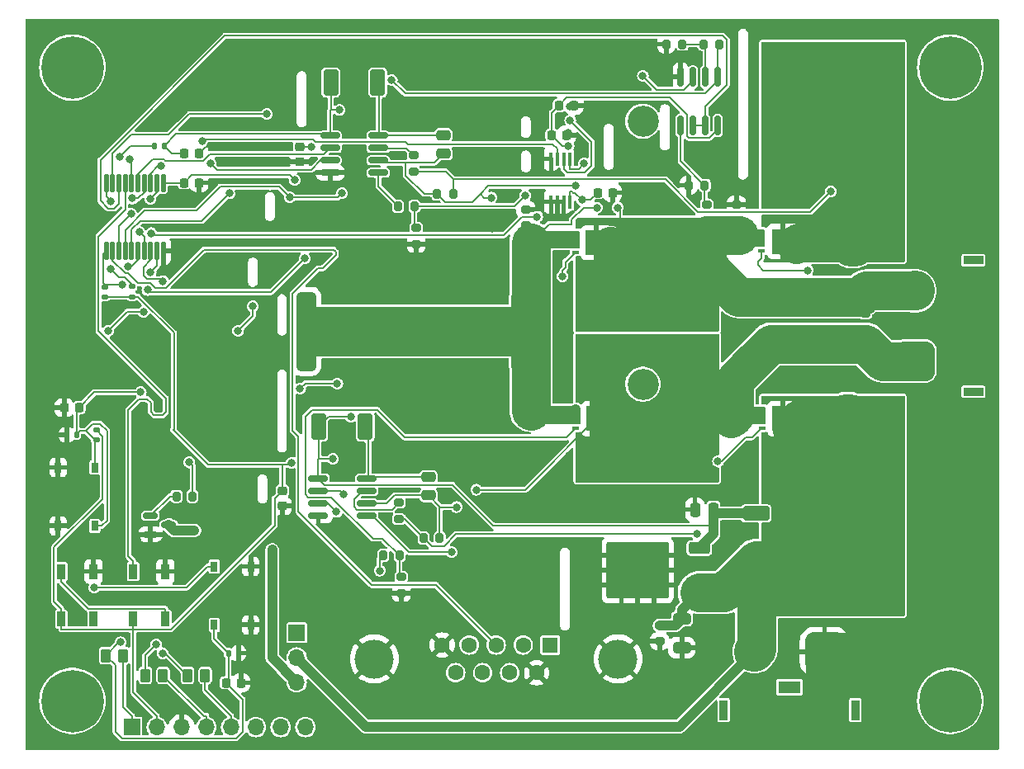
<source format=gbr>
%TF.GenerationSoftware,KiCad,Pcbnew,7.0.9*%
%TF.CreationDate,2024-04-05T12:05:42+09:00*%
%TF.ProjectId,motordriver2,6d6f746f-7264-4726-9976-6572322e6b69,rev?*%
%TF.SameCoordinates,Original*%
%TF.FileFunction,Copper,L1,Top*%
%TF.FilePolarity,Positive*%
%FSLAX46Y46*%
G04 Gerber Fmt 4.6, Leading zero omitted, Abs format (unit mm)*
G04 Created by KiCad (PCBNEW 7.0.9) date 2024-04-05 12:05:42*
%MOMM*%
%LPD*%
G01*
G04 APERTURE LIST*
G04 Aperture macros list*
%AMRoundRect*
0 Rectangle with rounded corners*
0 $1 Rounding radius*
0 $2 $3 $4 $5 $6 $7 $8 $9 X,Y pos of 4 corners*
0 Add a 4 corners polygon primitive as box body*
4,1,4,$2,$3,$4,$5,$6,$7,$8,$9,$2,$3,0*
0 Add four circle primitives for the rounded corners*
1,1,$1+$1,$2,$3*
1,1,$1+$1,$4,$5*
1,1,$1+$1,$6,$7*
1,1,$1+$1,$8,$9*
0 Add four rect primitives between the rounded corners*
20,1,$1+$1,$2,$3,$4,$5,0*
20,1,$1+$1,$4,$5,$6,$7,0*
20,1,$1+$1,$6,$7,$8,$9,0*
20,1,$1+$1,$8,$9,$2,$3,0*%
G04 Aperture macros list end*
%TA.AperFunction,NonConductor*%
%ADD10C,0.200000*%
%TD*%
%TA.AperFunction,EtchedComponent*%
%ADD11C,0.120000*%
%TD*%
%TA.AperFunction,SMDPad,CuDef*%
%ADD12RoundRect,0.200000X-0.200000X-0.275000X0.200000X-0.275000X0.200000X0.275000X-0.200000X0.275000X0*%
%TD*%
%TA.AperFunction,SMDPad,CuDef*%
%ADD13RoundRect,0.150000X-0.587500X-0.150000X0.587500X-0.150000X0.587500X0.150000X-0.587500X0.150000X0*%
%TD*%
%TA.AperFunction,ComponentPad*%
%ADD14O,1.700000X1.700000*%
%TD*%
%TA.AperFunction,ComponentPad*%
%ADD15R,1.700000X1.700000*%
%TD*%
%TA.AperFunction,SMDPad,CuDef*%
%ADD16R,0.660400X0.381000*%
%TD*%
%TA.AperFunction,SMDPad,CuDef*%
%ADD17R,2.215100X2.595250*%
%TD*%
%TA.AperFunction,SMDPad,CuDef*%
%ADD18RoundRect,0.515500X0.515500X-3.556000X0.515500X3.556000X-0.515500X3.556000X-0.515500X-3.556000X0*%
%TD*%
%TA.AperFunction,SMDPad,CuDef*%
%ADD19R,0.750000X1.000000*%
%TD*%
%TA.AperFunction,SMDPad,CuDef*%
%ADD20RoundRect,0.135000X-0.135000X-0.185000X0.135000X-0.185000X0.135000X0.185000X-0.135000X0.185000X0*%
%TD*%
%TA.AperFunction,SMDPad,CuDef*%
%ADD21RoundRect,0.225000X-0.225000X-0.250000X0.225000X-0.250000X0.225000X0.250000X-0.225000X0.250000X0*%
%TD*%
%TA.AperFunction,SMDPad,CuDef*%
%ADD22RoundRect,0.250000X0.850000X0.350000X-0.850000X0.350000X-0.850000X-0.350000X0.850000X-0.350000X0*%
%TD*%
%TA.AperFunction,SMDPad,CuDef*%
%ADD23RoundRect,0.249997X2.950003X2.650003X-2.950003X2.650003X-2.950003X-2.650003X2.950003X-2.650003X0*%
%TD*%
%TA.AperFunction,SMDPad,CuDef*%
%ADD24RoundRect,0.250000X1.275000X1.125000X-1.275000X1.125000X-1.275000X-1.125000X1.275000X-1.125000X0*%
%TD*%
%TA.AperFunction,SMDPad,CuDef*%
%ADD25R,0.450000X1.450000*%
%TD*%
%TA.AperFunction,SMDPad,CuDef*%
%ADD26RoundRect,0.150000X-0.825000X-0.150000X0.825000X-0.150000X0.825000X0.150000X-0.825000X0.150000X0*%
%TD*%
%TA.AperFunction,SMDPad,CuDef*%
%ADD27RoundRect,0.125000X-0.125000X0.825000X-0.125000X-0.825000X0.125000X-0.825000X0.125000X0.825000X0*%
%TD*%
%TA.AperFunction,SMDPad,CuDef*%
%ADD28RoundRect,0.150000X-0.150000X0.825000X-0.150000X-0.825000X0.150000X-0.825000X0.150000X0.825000X0*%
%TD*%
%TA.AperFunction,SMDPad,CuDef*%
%ADD29RoundRect,0.200000X-0.275000X0.200000X-0.275000X-0.200000X0.275000X-0.200000X0.275000X0.200000X0*%
%TD*%
%TA.AperFunction,SMDPad,CuDef*%
%ADD30RoundRect,0.135000X0.135000X0.185000X-0.135000X0.185000X-0.135000X-0.185000X0.135000X-0.185000X0*%
%TD*%
%TA.AperFunction,SMDPad,CuDef*%
%ADD31RoundRect,0.200000X0.275000X-0.200000X0.275000X0.200000X-0.275000X0.200000X-0.275000X-0.200000X0*%
%TD*%
%TA.AperFunction,SMDPad,CuDef*%
%ADD32RoundRect,0.250000X-0.262500X-0.450000X0.262500X-0.450000X0.262500X0.450000X-0.262500X0.450000X0*%
%TD*%
%TA.AperFunction,SMDPad,CuDef*%
%ADD33RoundRect,0.135000X-0.185000X0.135000X-0.185000X-0.135000X0.185000X-0.135000X0.185000X0.135000X0*%
%TD*%
%TA.AperFunction,SMDPad,CuDef*%
%ADD34RoundRect,0.200000X0.200000X0.275000X-0.200000X0.275000X-0.200000X-0.275000X0.200000X-0.275000X0*%
%TD*%
%TA.AperFunction,SMDPad,CuDef*%
%ADD35RoundRect,0.135000X0.185000X-0.135000X0.185000X0.135000X-0.185000X0.135000X-0.185000X-0.135000X0*%
%TD*%
%TA.AperFunction,ComponentPad*%
%ADD36C,4.100000*%
%TD*%
%TA.AperFunction,ComponentPad*%
%ADD37RoundRect,1.025000X-1.025000X1.025000X-1.025000X-1.025000X1.025000X-1.025000X1.025000X1.025000X0*%
%TD*%
%TA.AperFunction,ComponentPad*%
%ADD38R,2.000000X0.900000*%
%TD*%
%TA.AperFunction,ComponentPad*%
%ADD39C,4.000000*%
%TD*%
%TA.AperFunction,ComponentPad*%
%ADD40R,1.600000X1.600000*%
%TD*%
%TA.AperFunction,ComponentPad*%
%ADD41C,1.600000*%
%TD*%
%TA.AperFunction,ComponentPad*%
%ADD42R,2.300000X1.300000*%
%TD*%
%TA.AperFunction,ComponentPad*%
%ADD43RoundRect,1.025000X1.025000X1.025000X-1.025000X1.025000X-1.025000X-1.025000X1.025000X-1.025000X0*%
%TD*%
%TA.AperFunction,ComponentPad*%
%ADD44R,0.900000X2.000000*%
%TD*%
%TA.AperFunction,ComponentPad*%
%ADD45C,6.400000*%
%TD*%
%TA.AperFunction,SMDPad,CuDef*%
%ADD46RoundRect,0.250000X1.100000X-0.500000X1.100000X0.500000X-1.100000X0.500000X-1.100000X-0.500000X0*%
%TD*%
%TA.AperFunction,SMDPad,CuDef*%
%ADD47R,0.900000X1.500000*%
%TD*%
%TA.AperFunction,SMDPad,CuDef*%
%ADD48RoundRect,0.250000X0.500000X1.100000X-0.500000X1.100000X-0.500000X-1.100000X0.500000X-1.100000X0*%
%TD*%
%TA.AperFunction,SMDPad,CuDef*%
%ADD49RoundRect,0.250000X0.250000X0.475000X-0.250000X0.475000X-0.250000X-0.475000X0.250000X-0.475000X0*%
%TD*%
%TA.AperFunction,SMDPad,CuDef*%
%ADD50RoundRect,0.250000X-0.650000X0.325000X-0.650000X-0.325000X0.650000X-0.325000X0.650000X0.325000X0*%
%TD*%
%TA.AperFunction,SMDPad,CuDef*%
%ADD51RoundRect,0.225000X0.225000X0.250000X-0.225000X0.250000X-0.225000X-0.250000X0.225000X-0.250000X0*%
%TD*%
%TA.AperFunction,SMDPad,CuDef*%
%ADD52RoundRect,0.225000X-0.250000X0.225000X-0.250000X-0.225000X0.250000X-0.225000X0.250000X0.225000X0*%
%TD*%
%TA.AperFunction,SMDPad,CuDef*%
%ADD53RoundRect,0.250000X0.475000X-0.250000X0.475000X0.250000X-0.475000X0.250000X-0.475000X-0.250000X0*%
%TD*%
%TA.AperFunction,ViaPad*%
%ADD54C,0.800000*%
%TD*%
%TA.AperFunction,ViaPad*%
%ADD55C,3.200000*%
%TD*%
%TA.AperFunction,ViaPad*%
%ADD56C,5.000000*%
%TD*%
%TA.AperFunction,Conductor*%
%ADD57C,4.000000*%
%TD*%
%TA.AperFunction,Conductor*%
%ADD58C,0.200000*%
%TD*%
%TA.AperFunction,Conductor*%
%ADD59C,1.000000*%
%TD*%
%TA.AperFunction,Conductor*%
%ADD60C,0.335598*%
%TD*%
%TA.AperFunction,Conductor*%
%ADD61C,0.300000*%
%TD*%
G04 APERTURE END LIST*
D10*
X127762000Y-136829800D02*
X131927600Y-136829800D01*
X131927600Y-138430000D01*
X127762000Y-138430000D01*
X127762000Y-136829800D01*
%TA.AperFunction,NonConductor*%
G36*
X127762000Y-136829800D02*
G01*
X131927600Y-136829800D01*
X131927600Y-138430000D01*
X127762000Y-138430000D01*
X127762000Y-136829800D01*
G37*
%TD.AperFunction*%
X129489200Y-154863800D02*
X132003800Y-154863800D01*
X132003800Y-156464000D01*
X129489200Y-156464000D01*
X129489200Y-154863800D01*
%TA.AperFunction,NonConductor*%
G36*
X129489200Y-154863800D02*
G01*
X132003800Y-154863800D01*
X132003800Y-156464000D01*
X129489200Y-156464000D01*
X129489200Y-154863800D01*
G37*
%TD.AperFunction*%
X148412200Y-136677400D02*
X150926800Y-136677400D01*
X150926800Y-138277600D01*
X148412200Y-138277600D01*
X148412200Y-136677400D01*
%TA.AperFunction,NonConductor*%
G36*
X148412200Y-136677400D02*
G01*
X150926800Y-136677400D01*
X150926800Y-138277600D01*
X148412200Y-138277600D01*
X148412200Y-136677400D01*
G37*
%TD.AperFunction*%
X148463000Y-154863800D02*
X150977600Y-154863800D01*
X150977600Y-156464000D01*
X148463000Y-156464000D01*
X148463000Y-154863800D01*
%TA.AperFunction,NonConductor*%
G36*
X148463000Y-154863800D02*
G01*
X150977600Y-154863800D01*
X150977600Y-156464000D01*
X148463000Y-156464000D01*
X148463000Y-154863800D01*
G37*
%TD.AperFunction*%
D11*
%TO.C,R6*%
X104984000Y-144566000D02*
X124984000Y-144566000D01*
X124984000Y-144566000D02*
X124984000Y-149566000D01*
X124984000Y-149566000D02*
X104984000Y-149566000D01*
X104984000Y-149566000D02*
X104984000Y-144566000D01*
G36*
X104984000Y-144566000D02*
G01*
X124984000Y-144566000D01*
X124984000Y-149566000D01*
X104984000Y-149566000D01*
X104984000Y-144566000D01*
G37*
%TD*%
D12*
%TO.P,R7,1*%
%TO.N,Net-(Q5-G)*%
X90675000Y-164000000D03*
%TO.P,R7,2*%
%TO.N,/FAN*%
X92325000Y-164000000D03*
%TD*%
D13*
%TO.P,Q5,3,D*%
%TO.N,Net-(J4-Pin_3)*%
X89875000Y-166950000D03*
%TO.P,Q5,2,S*%
%TO.N,GND*%
X88000000Y-167900000D03*
%TO.P,Q5,1,G*%
%TO.N,Net-(Q5-G)*%
X88000000Y-166000000D03*
%TD*%
D14*
%TO.P,J4,3,Pin_3*%
%TO.N,Net-(J4-Pin_3)*%
X103000000Y-183080000D03*
%TO.P,J4,2,Pin_2*%
%TO.N,VDD*%
X103000000Y-180540000D03*
D15*
%TO.P,J4,1,Pin_1*%
%TO.N,unconnected-(J4-Pin_1-Pad1)*%
X103000000Y-178000000D03*
%TD*%
D16*
%TO.P,Q4,1,S*%
%TO.N,/VSen*%
X131607500Y-155060001D03*
X131607500Y-155709999D03*
X131607500Y-156360001D03*
%TO.P,Q4,2,G*%
%TO.N,Net-(Q4-G)*%
X131607500Y-157009999D03*
D17*
%TO.P,Q4,3,D*%
%TO.N,Net-(M1-+)*%
X133785500Y-156035000D03*
D16*
X135163500Y-155060001D03*
X135163500Y-155709999D03*
X135163500Y-156360001D03*
X135163500Y-157009999D03*
%TD*%
%TO.P,Q3,1,S*%
%TO.N,Net-(M1-+)*%
X150699000Y-155060001D03*
X150699000Y-155709999D03*
X150699000Y-156360001D03*
%TO.P,Q3,2,G*%
%TO.N,Net-(Q3-G)*%
X150699000Y-157009999D03*
D17*
%TO.P,Q3,3,D*%
%TO.N,VDD*%
X152877000Y-156035000D03*
D16*
X154255000Y-155060001D03*
X154255000Y-155709999D03*
X154255000Y-156360001D03*
X154255000Y-157009999D03*
%TD*%
%TO.P,Q2,1,S*%
%TO.N,/VSen*%
X131572000Y-136995001D03*
X131572000Y-137644999D03*
X131572000Y-138295001D03*
%TO.P,Q2,2,G*%
%TO.N,Net-(Q2-G)*%
X131572000Y-138944999D03*
D17*
%TO.P,Q2,3,D*%
%TO.N,/voltage_motor*%
X133750000Y-137970000D03*
D16*
X135128000Y-136995001D03*
X135128000Y-137644999D03*
X135128000Y-138295001D03*
X135128000Y-138944999D03*
%TD*%
%TO.P,Q1,1,S*%
%TO.N,/voltage_motor*%
X150657500Y-136868001D03*
X150657500Y-137517999D03*
X150657500Y-138168001D03*
%TO.P,Q1,2,G*%
%TO.N,Net-(Q1-G)*%
X150657500Y-138817999D03*
D17*
%TO.P,Q1,3,D*%
%TO.N,VDD*%
X152835500Y-137843000D03*
D16*
X154213500Y-136868001D03*
X154213500Y-137517999D03*
X154213500Y-138168001D03*
X154213500Y-138817999D03*
%TD*%
D18*
%TO.P,R6,1*%
%TO.N,/VSen*%
X125984000Y-147066000D03*
%TO.P,R6,2*%
%TO.N,GND*%
X103984000Y-147066000D03*
%TD*%
D19*
%TO.P,SW3,1,1*%
%TO.N,/MCLR\u002A*%
X94548000Y-177196000D03*
X94548000Y-171196000D03*
%TO.P,SW3,2,2*%
%TO.N,GND*%
X98298000Y-177196000D03*
X98298000Y-171196000D03*
%TD*%
D20*
%TO.P,RV7,1*%
%TO.N,/MCLR\u002A*%
X96010000Y-180086000D03*
%TO.P,RV7,2*%
%TO.N,GND*%
X97030000Y-180086000D03*
%TD*%
D21*
%TO.P,C14,1*%
%TO.N,/MCLR\u002A*%
X95745000Y-183134000D03*
%TO.P,C14,2*%
%TO.N,GND*%
X97295000Y-183134000D03*
%TD*%
D22*
%TO.P,U6,1,VI*%
%TO.N,VDD*%
X144272000Y-173878000D03*
%TO.P,U6,3,VO*%
%TO.N,+5V*%
X144272000Y-169318000D03*
D23*
%TO.P,U6,2,GND*%
%TO.N,GND*%
X137972000Y-171598000D03*
D24*
X136297000Y-170073000D03*
X139647000Y-173123000D03*
X136297000Y-173123000D03*
X139647000Y-170073000D03*
%TD*%
D25*
%TO.P,U5,1,SDA*%
%TO.N,/SDA*%
X131023000Y-129372000D03*
%TO.P,U5,2,SCL*%
%TO.N,/SCL*%
X130373000Y-129372000D03*
%TO.P,U5,3,ALERT*%
%TO.N,/INT*%
X129723000Y-129372000D03*
%TO.P,U5,4,GND*%
%TO.N,GND*%
X129073000Y-129372000D03*
%TO.P,U5,5,A2*%
X129073000Y-133772000D03*
%TO.P,U5,6,A1*%
X129723000Y-133772000D03*
%TO.P,U5,7,A0*%
X130373000Y-133772000D03*
%TO.P,U5,8,V+*%
%TO.N,+5V*%
X131023000Y-133772000D03*
%TD*%
D26*
%TO.P,U4,1,VCC*%
%TO.N,+5V*%
X105221000Y-162179000D03*
%TO.P,U4,2,HIN*%
%TO.N,/GATEHB*%
X105221000Y-163449000D03*
%TO.P,U4,3,LIN*%
%TO.N,/GATELB*%
X105221000Y-164719000D03*
%TO.P,U4,4,COM*%
%TO.N,GND*%
X105221000Y-165989000D03*
%TO.P,U4,5,LO*%
%TO.N,Net-(U4-LO)*%
X110171000Y-165989000D03*
%TO.P,U4,6,VS*%
%TO.N,Net-(M1-+)*%
X110171000Y-164719000D03*
%TO.P,U4,7,HO*%
%TO.N,Net-(U4-HO)*%
X110171000Y-163449000D03*
%TO.P,U4,8,VB*%
%TO.N,Net-(D6-K)*%
X110171000Y-162179000D03*
%TD*%
D27*
%TO.P,U3,20,VSS*%
%TO.N,GND*%
X89326000Y-138826000D03*
%TO.P,U3,19,RA0/ICSPDAT*%
%TO.N,/PGD*%
X88676000Y-138826000D03*
%TO.P,U3,18,RA1/ICSPCLK*%
%TO.N,/PGC*%
X88026000Y-138826000D03*
%TO.P,U3,17,RA2*%
%TO.N,/IN1*%
X87376000Y-138826000D03*
%TO.P,U3,16,RC0*%
%TO.N,/GATELB*%
X86726000Y-138826000D03*
%TO.P,U3,15,RC1*%
%TO.N,/GATEHB*%
X86076000Y-138826000D03*
%TO.P,U3,14,RC2*%
%TO.N,/ISenseIN*%
X85426000Y-138826000D03*
%TO.P,U3,13,RB4*%
%TO.N,/SDA*%
X84776000Y-138826000D03*
%TO.P,U3,12,RB5*%
%TO.N,/PIC_UART_RX*%
X84126000Y-138826000D03*
%TO.P,U3,11,RB6*%
%TO.N,/SCL*%
X83476000Y-138826000D03*
%TO.P,U3,10,RB7*%
%TO.N,/PIC_UART_TX*%
X83476000Y-131826000D03*
%TO.P,U3,9,RC7*%
%TO.N,/ISenseIN*%
X84126000Y-131826000D03*
%TO.P,U3,8,RC6*%
%TO.N,/VSenseIN*%
X84776000Y-131826000D03*
%TO.P,U3,7,RC3*%
%TO.N,/LED*%
X85426000Y-131826000D03*
%TO.P,U3,6,RC4*%
%TO.N,/GATELA*%
X86076000Y-131826000D03*
%TO.P,U3,5,RC5*%
%TO.N,/GATEHA*%
X86726000Y-131826000D03*
%TO.P,U3,4,RA3/MCLR/VPP*%
%TO.N,/MCLR\u002A*%
X87376000Y-131826000D03*
%TO.P,U3,3,RA4*%
%TO.N,/INT*%
X88026000Y-131826000D03*
%TO.P,U3,2,RA5*%
%TO.N,/FAN*%
X88676000Y-131826000D03*
%TO.P,U3,1,VDD*%
%TO.N,+5V*%
X89326000Y-131826000D03*
%TD*%
D26*
%TO.P,U2,1,VCC*%
%TO.N,+5V*%
X106426000Y-126987000D03*
%TO.P,U2,2,HIN*%
%TO.N,/GATEHA*%
X106426000Y-128257000D03*
%TO.P,U2,3,LIN*%
%TO.N,/GATELA*%
X106426000Y-129527000D03*
%TO.P,U2,4,COM*%
%TO.N,GND*%
X106426000Y-130797000D03*
%TO.P,U2,5,LO*%
%TO.N,Net-(U2-LO)*%
X111376000Y-130797000D03*
%TO.P,U2,6,VS*%
%TO.N,/voltage_motor*%
X111376000Y-129527000D03*
%TO.P,U2,7,HO*%
%TO.N,Net-(U2-HO)*%
X111376000Y-128257000D03*
%TO.P,U2,8,VB*%
%TO.N,Net-(D1-K)*%
X111376000Y-126987000D03*
%TD*%
D28*
%TO.P,U1,1*%
%TO.N,/ISenseIN*%
X146177000Y-120969000D03*
%TO.P,U1,2,-*%
%TO.N,/IN2*%
X144907000Y-120969000D03*
%TO.P,U1,3,+*%
%TO.N,/VSen*%
X143637000Y-120969000D03*
%TO.P,U1,4,V-*%
%TO.N,GND*%
X142367000Y-120969000D03*
%TO.P,U1,5,+*%
%TO.N,Net-(U1B-+)*%
X142367000Y-125919000D03*
%TO.P,U1,6,-*%
%TO.N,/VSenseIN*%
X143637000Y-125919000D03*
%TO.P,U1,7*%
X144907000Y-125919000D03*
%TO.P,U1,8,V+*%
%TO.N,+5V*%
X146177000Y-125919000D03*
%TD*%
D19*
%TO.P,SW1,1,1*%
%TO.N,/IN1*%
X82296000Y-161036000D03*
X82296000Y-167036000D03*
%TO.P,SW1,2,2*%
%TO.N,GND*%
X78546000Y-161036000D03*
X78546000Y-167036000D03*
%TD*%
D29*
%TO.P,RV6,1*%
%TO.N,VDD*%
X140208000Y-177229000D03*
%TO.P,RV6,2*%
%TO.N,GND*%
X140208000Y-178879000D03*
%TD*%
D30*
%TO.P,RV4,1*%
%TO.N,/IN1*%
X80423000Y-157686000D03*
%TO.P,RV4,2*%
%TO.N,GND*%
X79403000Y-157686000D03*
%TD*%
D29*
%TO.P,RV3,1*%
%TO.N,/voltage_motor*%
X161290000Y-145225000D03*
%TO.P,RV3,2*%
%TO.N,Net-(M1-+)*%
X161290000Y-146875000D03*
%TD*%
%TO.P,RV2,1*%
%TO.N,GND*%
X126492000Y-134557000D03*
%TO.P,RV2,2*%
%TO.N,/VSen*%
X126492000Y-136207000D03*
%TD*%
D31*
%TO.P,RV1,1*%
%TO.N,/voltage_motor*%
X148082000Y-135699000D03*
%TO.P,RV1,2*%
%TO.N,GND*%
X148082000Y-134049000D03*
%TD*%
D32*
%TO.P,R26,1*%
%TO.N,/PGC*%
X91797500Y-182372000D03*
%TO.P,R26,2*%
%TO.N,Net-(J3-Pin_5)*%
X93622500Y-182372000D03*
%TD*%
%TO.P,R25,1*%
%TO.N,/PGD*%
X87479500Y-182372000D03*
%TO.P,R25,2*%
%TO.N,Net-(J3-Pin_4)*%
X89304500Y-182372000D03*
%TD*%
%TO.P,R24,1*%
%TO.N,/MCLR\u002A*%
X83415500Y-180340000D03*
%TO.P,R24,2*%
%TO.N,Net-(J3-Pin_1)*%
X85240500Y-180340000D03*
%TD*%
D33*
%TO.P,R22,1*%
%TO.N,+5V*%
X82453000Y-157176000D03*
%TO.P,R22,2*%
%TO.N,/IN1*%
X82453000Y-158196000D03*
%TD*%
D12*
%TO.P,R17,1*%
%TO.N,Net-(U4-LO)*%
X111886000Y-170053000D03*
%TO.P,R17,2*%
%TO.N,Net-(Q4-G)*%
X113536000Y-170053000D03*
%TD*%
D29*
%TO.P,R16,1*%
%TO.N,Net-(U4-HO)*%
X113473000Y-164656000D03*
%TO.P,R16,2*%
%TO.N,Net-(Q3-G)*%
X113473000Y-166306000D03*
%TD*%
D31*
%TO.P,R15,1*%
%TO.N,GND*%
X113727000Y-173926000D03*
%TO.P,R15,2*%
%TO.N,Net-(Q4-G)*%
X113727000Y-172276000D03*
%TD*%
D34*
%TO.P,R14,1*%
%TO.N,Net-(M1-+)*%
X117663000Y-168275000D03*
%TO.P,R14,2*%
%TO.N,Net-(Q3-G)*%
X116013000Y-168275000D03*
%TD*%
D12*
%TO.P,R13,1*%
%TO.N,GND*%
X143193000Y-132080000D03*
%TO.P,R13,2*%
%TO.N,Net-(U1B-+)*%
X144843000Y-132080000D03*
%TD*%
D31*
%TO.P,R12,1*%
%TO.N,/voltage_motor*%
X145034000Y-135699000D03*
%TO.P,R12,2*%
%TO.N,Net-(U1B-+)*%
X145034000Y-134049000D03*
%TD*%
%TO.P,R11,2*%
%TO.N,Net-(Q2-G)*%
X115251000Y-136449000D03*
%TO.P,R11,1*%
%TO.N,GND*%
X115251000Y-138099000D03*
%TD*%
D12*
%TO.P,R10,1*%
%TO.N,/voltage_motor*%
X117411000Y-132956000D03*
%TO.P,R10,2*%
%TO.N,Net-(Q1-G)*%
X119061000Y-132956000D03*
%TD*%
%TO.P,R9,1*%
%TO.N,Net-(U2-LO)*%
X113410000Y-134226000D03*
%TO.P,R9,2*%
%TO.N,Net-(Q2-G)*%
X115060000Y-134226000D03*
%TD*%
D29*
%TO.P,R8,1*%
%TO.N,Net-(U2-HO)*%
X114997000Y-129020000D03*
%TO.P,R8,2*%
%TO.N,Net-(Q1-G)*%
X114997000Y-130670000D03*
%TD*%
D30*
%TO.P,R5,1*%
%TO.N,+5V*%
X89442000Y-128016000D03*
%TO.P,R5,2*%
%TO.N,/MCLR\u002A*%
X88422000Y-128016000D03*
%TD*%
D12*
%TO.P,R4,1*%
%TO.N,/IN2*%
X144717000Y-117602000D03*
%TO.P,R4,2*%
%TO.N,/ISenseIN*%
X146367000Y-117602000D03*
%TD*%
%TO.P,R3,1*%
%TO.N,GND*%
X140907000Y-117602000D03*
%TO.P,R3,2*%
%TO.N,/IN2*%
X142557000Y-117602000D03*
%TD*%
D35*
%TO.P,R2,1*%
%TO.N,+5V*%
X83342000Y-143514000D03*
%TO.P,R2,2*%
%TO.N,/SCL*%
X83342000Y-142494000D03*
%TD*%
%TO.P,R1,1*%
%TO.N,+5V*%
X86136000Y-143512000D03*
%TO.P,R1,2*%
%TO.N,/SDA*%
X86136000Y-142492000D03*
%TD*%
D36*
%TO.P,M1,2,-*%
%TO.N,/voltage_motor*%
X166370000Y-142914000D03*
D37*
%TO.P,M1,1,+*%
%TO.N,Net-(M1-+)*%
X166370000Y-150114000D03*
D38*
%TO.P,M1,*%
%TO.N,*%
X172370000Y-153264000D03*
X172370000Y-139764000D03*
%TD*%
D15*
%TO.P,J3,1,Pin_1*%
%TO.N,Net-(J3-Pin_1)*%
X86121000Y-187681000D03*
D14*
%TO.P,J3,2,Pin_2*%
%TO.N,+5V*%
X88661000Y-187681000D03*
%TO.P,J3,3,Pin_3*%
%TO.N,GND*%
X91201000Y-187681000D03*
%TO.P,J3,4,Pin_4*%
%TO.N,Net-(J3-Pin_4)*%
X93741000Y-187681000D03*
%TO.P,J3,5,Pin_5*%
%TO.N,Net-(J3-Pin_5)*%
X96281000Y-187681000D03*
%TO.P,J3,6,Pin_6*%
%TO.N,unconnected-(J3-Pin_6-Pad6)*%
X98821000Y-187681000D03*
%TO.P,J3,7,Pin_7*%
%TO.N,unconnected-(J3-Pin_7-Pad7)*%
X101361000Y-187681000D03*
%TO.P,J3,8,Pin_8*%
%TO.N,unconnected-(J3-Pin_8-Pad8)*%
X103901000Y-187681000D03*
%TD*%
D39*
%TO.P,J2,0,PAD*%
%TO.N,GND*%
X110954000Y-180679700D03*
X135954000Y-180679700D03*
D40*
%TO.P,J2,1,1*%
%TO.N,unconnected-(J2-Pad1)*%
X128994000Y-179259700D03*
D41*
%TO.P,J2,2,2*%
%TO.N,/PIC_UART_TX*%
X126224000Y-179259700D03*
%TO.P,J2,3,3*%
%TO.N,/PIC_UART_RX*%
X123454000Y-179259700D03*
%TO.P,J2,4,4*%
%TO.N,unconnected-(J2-Pad4)*%
X120684000Y-179259700D03*
%TO.P,J2,5,5*%
%TO.N,GND*%
X117914000Y-179259700D03*
%TO.P,J2,6,6*%
X127609000Y-182099700D03*
%TO.P,J2,7,7*%
%TO.N,unconnected-(J2-Pad7)*%
X124839000Y-182099700D03*
%TO.P,J2,8,8*%
%TO.N,unconnected-(J2-Pad8)*%
X122069000Y-182099700D03*
%TO.P,J2,9,9*%
%TO.N,unconnected-(J2-Pad9)*%
X119299000Y-182099700D03*
%TD*%
D42*
%TO.P,J1,3*%
%TO.N,N/C*%
X153524000Y-183578000D03*
D36*
%TO.P,J1,2,Pin_2*%
%TO.N,VDD*%
X149924000Y-179928000D03*
D43*
%TO.P,J1,1,Pin_1*%
%TO.N,GND*%
X157124000Y-179928000D03*
D44*
%TO.P,J1,*%
%TO.N,*%
X146774000Y-185928000D03*
X160274000Y-185928000D03*
%TD*%
D45*
%TO.P,H4,1*%
%TO.N,N/C*%
X80000000Y-185000000D03*
%TD*%
%TO.P,H3,1*%
%TO.N,N/C*%
X80000000Y-120000000D03*
%TD*%
%TO.P,H2,1*%
%TO.N,N/C*%
X170000000Y-185000000D03*
%TD*%
%TO.P,H1,1*%
%TO.N,N/C*%
X170000000Y-120000000D03*
%TD*%
D46*
%TO.P,D9,1,K*%
%TO.N,VDD*%
X150114000Y-170548000D03*
%TO.P,D9,2,A*%
%TO.N,+5V*%
X150114000Y-165748000D03*
%TD*%
D47*
%TO.P,D8,1,VDD*%
%TO.N,+5V*%
X78868000Y-176604000D03*
%TO.P,D8,2,DOUT*%
%TO.N,unconnected-(D8-DOUT-Pad2)*%
X82168000Y-176604000D03*
%TO.P,D8,3,VSS*%
%TO.N,GND*%
X82168000Y-171704000D03*
%TO.P,D8,4,DIN*%
%TO.N,Net-(D7-DOUT)*%
X78868000Y-171704000D03*
%TD*%
%TO.P,D7,1,VDD*%
%TO.N,+5V*%
X86234000Y-176604000D03*
%TO.P,D7,2,DOUT*%
%TO.N,Net-(D7-DOUT)*%
X89534000Y-176604000D03*
%TO.P,D7,3,VSS*%
%TO.N,GND*%
X89534000Y-171704000D03*
%TO.P,D7,4,DIN*%
%TO.N,/LED*%
X86234000Y-171704000D03*
%TD*%
D48*
%TO.P,D6,1,K*%
%TO.N,Net-(D6-K)*%
X110031000Y-156845000D03*
%TO.P,D6,2,A*%
%TO.N,+5V*%
X105231000Y-156845000D03*
%TD*%
%TO.P,D1,1,K*%
%TO.N,Net-(D1-K)*%
X111301000Y-121526000D03*
%TO.P,D1,2,A*%
%TO.N,+5V*%
X106501000Y-121526000D03*
%TD*%
D49*
%TO.P,C13,1*%
%TO.N,+5V*%
X145730000Y-165354000D03*
%TO.P,C13,2*%
%TO.N,GND*%
X143830000Y-165354000D03*
%TD*%
D50*
%TO.P,C12,1*%
%TO.N,VDD*%
X142494000Y-176579000D03*
%TO.P,C12,2*%
%TO.N,GND*%
X142494000Y-179529000D03*
%TD*%
D51*
%TO.P,C10,1*%
%TO.N,/IN1*%
X80701000Y-154892000D03*
%TO.P,C10,2*%
%TO.N,GND*%
X79151000Y-154892000D03*
%TD*%
D21*
%TO.P,C9,1*%
%TO.N,+5V*%
X133845000Y-132842000D03*
%TO.P,C9,2*%
%TO.N,GND*%
X135395000Y-132842000D03*
%TD*%
D52*
%TO.P,C8,1*%
%TO.N,+5V*%
X101535000Y-163436000D03*
%TO.P,C8,2*%
%TO.N,GND*%
X101535000Y-164986000D03*
%TD*%
D53*
%TO.P,C7,1*%
%TO.N,Net-(M1-+)*%
X116521000Y-163891000D03*
%TO.P,C7,2*%
%TO.N,Net-(D6-K)*%
X116521000Y-161991000D03*
%TD*%
D21*
%TO.P,C6,1*%
%TO.N,+5V*%
X91457000Y-131826000D03*
%TO.P,C6,2*%
%TO.N,GND*%
X93007000Y-131826000D03*
%TD*%
D53*
%TO.P,C5,1*%
%TO.N,/voltage_motor*%
X118045000Y-128826000D03*
%TO.P,C5,2*%
%TO.N,Net-(D1-K)*%
X118045000Y-126926000D03*
%TD*%
D21*
%TO.P,C4,1*%
%TO.N,+5V*%
X91457000Y-128778000D03*
%TO.P,C4,2*%
%TO.N,GND*%
X93007000Y-128778000D03*
%TD*%
%TO.P,C3,1*%
%TO.N,+5V*%
X129146000Y-126935000D03*
%TO.P,C3,2*%
%TO.N,GND*%
X130696000Y-126935000D03*
%TD*%
D52*
%TO.P,C2,1*%
%TO.N,+5V*%
X103313000Y-128117000D03*
%TO.P,C2,2*%
%TO.N,GND*%
X103313000Y-129667000D03*
%TD*%
D21*
%TO.P,C1,1*%
%TO.N,+5V*%
X129908000Y-123887000D03*
%TO.P,C1,2*%
%TO.N,GND*%
X131458000Y-123887000D03*
%TD*%
D54*
%TO.N,Net-(J4-Pin_3)*%
X92500000Y-167500000D03*
X100500000Y-169500000D03*
%TO.N,/FAN*%
X88000000Y-133500000D03*
X98500000Y-144500000D03*
X92000000Y-160500000D03*
X97000000Y-147000000D03*
D55*
%TO.N,*%
X138500000Y-152500000D03*
X138500000Y-125500000D03*
D54*
%TO.N,GND*%
X141884400Y-131089400D03*
X142748000Y-134594600D03*
X127787400Y-127025400D03*
%TO.N,VDD*%
X161036000Y-134112000D03*
X160011245Y-134105071D03*
X160020000Y-133096000D03*
X160026929Y-132071245D03*
X161036000Y-133096000D03*
X161042929Y-132071245D03*
X163061071Y-133104755D03*
X162045071Y-133104755D03*
X163068000Y-132080000D03*
X164084000Y-132080000D03*
X164084000Y-135128000D03*
X163068000Y-135128000D03*
X162052000Y-132080000D03*
X162052000Y-135128000D03*
X164084000Y-134112000D03*
X164077071Y-133104755D03*
X163068000Y-134112000D03*
X162052000Y-134112000D03*
X153924000Y-130048000D03*
X154933071Y-129040755D03*
X162045071Y-129040755D03*
X163061071Y-129040755D03*
X151885071Y-129040755D03*
X156972000Y-130048000D03*
X155956000Y-130048000D03*
X154940000Y-130048000D03*
X161029071Y-129040755D03*
X164084000Y-130048000D03*
X164077071Y-129040755D03*
X160020000Y-130048000D03*
X163068000Y-130048000D03*
X162052000Y-130048000D03*
X161036000Y-130048000D03*
X152908000Y-130048000D03*
X159004000Y-130048000D03*
X157988000Y-130048000D03*
X151892000Y-130048000D03*
X155956000Y-128016000D03*
X157988000Y-128016000D03*
X161036000Y-128016000D03*
X153924000Y-128016000D03*
X160020000Y-128016000D03*
X156972000Y-128016000D03*
X155949071Y-129040755D03*
X157981071Y-129040755D03*
X154940000Y-128016000D03*
X151892000Y-128016000D03*
X163068000Y-128016000D03*
X164084000Y-128016000D03*
X162052000Y-128016000D03*
X152908000Y-128016000D03*
X159004000Y-128016000D03*
X160020000Y-131064000D03*
X157988000Y-131064000D03*
X161036000Y-131064000D03*
X152908000Y-131064000D03*
X159004000Y-131064000D03*
X154940000Y-131064000D03*
X164084000Y-131064000D03*
X151892000Y-131064000D03*
X156972000Y-131064000D03*
X153924000Y-131064000D03*
X155956000Y-131064000D03*
X163068000Y-131064000D03*
X162052000Y-131064000D03*
X160013071Y-129040755D03*
X156965071Y-129040755D03*
X158997071Y-129040755D03*
X152901071Y-129040755D03*
X153917071Y-129040755D03*
X154940000Y-163576000D03*
X151892000Y-163576000D03*
X164084000Y-163576000D03*
X163068000Y-163576000D03*
X162052000Y-163576000D03*
X161036000Y-163576000D03*
X160020000Y-163576000D03*
X152908000Y-163576000D03*
X156972000Y-163576000D03*
X153924000Y-163576000D03*
X159004000Y-163576000D03*
X155956000Y-163576000D03*
X157988000Y-163576000D03*
X154940000Y-162560000D03*
X151892000Y-162560000D03*
X164084000Y-162560000D03*
X163068000Y-162560000D03*
X162052000Y-162560000D03*
X161036000Y-162560000D03*
X160020000Y-162560000D03*
X152908000Y-162560000D03*
X156972000Y-162560000D03*
X153924000Y-162560000D03*
X159004000Y-162560000D03*
X155956000Y-162560000D03*
X157988000Y-162560000D03*
X154933071Y-161552755D03*
X151885071Y-161552755D03*
X164077071Y-161552755D03*
X163061071Y-161552755D03*
X162045071Y-161552755D03*
X161029071Y-161552755D03*
X160013071Y-161552755D03*
X152901071Y-161552755D03*
X156965071Y-161552755D03*
X153917071Y-161552755D03*
X158997071Y-161552755D03*
X155949071Y-161552755D03*
X157981071Y-161552755D03*
X154940000Y-160528000D03*
X151892000Y-160528000D03*
X164084000Y-160528000D03*
X163068000Y-160528000D03*
X162052000Y-160528000D03*
X161036000Y-160528000D03*
X160020000Y-160528000D03*
X152908000Y-160528000D03*
X156972000Y-160528000D03*
X153924000Y-160528000D03*
X159004000Y-160528000D03*
X155956000Y-160528000D03*
X157988000Y-160528000D03*
X164084000Y-159512000D03*
X163068000Y-159512000D03*
X162052000Y-159512000D03*
X161036000Y-159512000D03*
X160020000Y-159512000D03*
X159004000Y-159512000D03*
X157988000Y-159512000D03*
X156972000Y-159512000D03*
X155956000Y-159512000D03*
X154940000Y-159512000D03*
X153924000Y-159512000D03*
X152908000Y-159512000D03*
X151892000Y-159512000D03*
X162560000Y-158496000D03*
X162560000Y-157480000D03*
X162560000Y-156464000D03*
X162560000Y-155448000D03*
X164084000Y-158496000D03*
X164084000Y-157480000D03*
X164084000Y-156464000D03*
X164084000Y-155448000D03*
%TO.N,Net-(M1-+)*%
X142748000Y-156464000D03*
X143764000Y-158496000D03*
X143764000Y-157480000D03*
X140716000Y-156464000D03*
X143764000Y-159512000D03*
X141732000Y-156464000D03*
X141732000Y-157480000D03*
X142748000Y-159512000D03*
X141732000Y-159512000D03*
X140716000Y-158496000D03*
X142748000Y-157480000D03*
X141732000Y-158496000D03*
X142748000Y-158496000D03*
X140716000Y-157480000D03*
X143764000Y-156464000D03*
X140716000Y-159512000D03*
X138684000Y-156464000D03*
X139700000Y-158496000D03*
X139700000Y-157480000D03*
X139700000Y-159512000D03*
X137668000Y-156464000D03*
X137668000Y-157480000D03*
X138684000Y-159512000D03*
X138684000Y-157480000D03*
X138684000Y-158496000D03*
X139700000Y-156464000D03*
X139700000Y-155448000D03*
X138684000Y-155448000D03*
X137668000Y-155448000D03*
X142748000Y-152400000D03*
X143764000Y-154432000D03*
X143764000Y-153416000D03*
X140716000Y-152400000D03*
X143764000Y-155448000D03*
X141732000Y-152400000D03*
X141732000Y-153416000D03*
X142748000Y-155448000D03*
X141732000Y-155448000D03*
X140716000Y-154432000D03*
X142748000Y-153416000D03*
X141732000Y-154432000D03*
X142748000Y-154432000D03*
X140716000Y-153416000D03*
X143764000Y-152400000D03*
X140716000Y-155448000D03*
X142748000Y-148336000D03*
X143764000Y-150368000D03*
X143764000Y-149352000D03*
X140716000Y-148336000D03*
X143764000Y-151384000D03*
X141732000Y-148336000D03*
X141732000Y-149352000D03*
X142748000Y-151384000D03*
X141732000Y-151384000D03*
X140716000Y-150368000D03*
X142748000Y-149352000D03*
X141732000Y-150368000D03*
X142748000Y-150368000D03*
X140716000Y-149352000D03*
X143764000Y-148336000D03*
X140716000Y-151384000D03*
X138684000Y-148336000D03*
X139700000Y-150368000D03*
X139700000Y-149352000D03*
X136652000Y-148336000D03*
X137668000Y-148336000D03*
X137668000Y-149352000D03*
X136652000Y-150368000D03*
X138684000Y-149352000D03*
X137668000Y-150368000D03*
X136652000Y-149352000D03*
X139700000Y-148336000D03*
X132588000Y-151384000D03*
X133604000Y-151384000D03*
X134620000Y-151384000D03*
X135636000Y-151384000D03*
X135636000Y-150368000D03*
X134620000Y-150368000D03*
X133604000Y-150368000D03*
X132588000Y-150368000D03*
X132588000Y-149352000D03*
X133604000Y-149352000D03*
X134620000Y-149352000D03*
X135636000Y-149352000D03*
X135636000Y-148336000D03*
X134620000Y-148336000D03*
X133604000Y-148336000D03*
X132588000Y-148336000D03*
%TO.N,/voltage_motor*%
X140208000Y-138684000D03*
X138176000Y-137668000D03*
X137160000Y-138684000D03*
X137160000Y-139700000D03*
X140208000Y-139700000D03*
X139192000Y-138684000D03*
X139192000Y-137668000D03*
X138176000Y-138684000D03*
X138176000Y-139700000D03*
X137160000Y-137668000D03*
X139192000Y-139700000D03*
X140208000Y-137668000D03*
X139171151Y-136505363D03*
X137139151Y-136505363D03*
X138155151Y-136505363D03*
X140187151Y-136505363D03*
X145288000Y-138684000D03*
X143256000Y-137668000D03*
X142240000Y-138684000D03*
X142240000Y-139700000D03*
X145288000Y-139700000D03*
X144272000Y-138684000D03*
X144272000Y-137668000D03*
X143256000Y-138684000D03*
X141224000Y-138684000D03*
X143256000Y-139700000D03*
X141224000Y-137668000D03*
X142240000Y-137668000D03*
X141224000Y-139700000D03*
X144272000Y-139700000D03*
X145288000Y-137668000D03*
X144251151Y-136505363D03*
X142219151Y-136505363D03*
X143235151Y-136505363D03*
X141203151Y-136505363D03*
X145267151Y-136505363D03*
X144272001Y-141224000D03*
X140208001Y-141224000D03*
X138176001Y-141224000D03*
X145288000Y-141224000D03*
X136144001Y-141224000D03*
X133096000Y-141224000D03*
X141224000Y-141224000D03*
X135128000Y-141224000D03*
X137160000Y-141224000D03*
X139192000Y-141224000D03*
X134112001Y-141224000D03*
X143256000Y-141224000D03*
X142240001Y-141224000D03*
X134091151Y-142601363D03*
X138155151Y-142601363D03*
X140187151Y-142601363D03*
X133075151Y-142601363D03*
X142219151Y-142601363D03*
X145267151Y-142601363D03*
X137139151Y-142601363D03*
X143235151Y-142601363D03*
X141203151Y-142601363D03*
X139171151Y-142601363D03*
X144251151Y-142601363D03*
X135107151Y-142601363D03*
X136123151Y-142601363D03*
X134112000Y-143764000D03*
X138176000Y-143764000D03*
X140208000Y-143764000D03*
X133096000Y-143764000D03*
X142240000Y-143764000D03*
X145288000Y-143764000D03*
X137160000Y-143764000D03*
X143256000Y-143764000D03*
X141224000Y-143764000D03*
X139192000Y-143764000D03*
X144272000Y-143764000D03*
X135128000Y-143764000D03*
X136144000Y-143764000D03*
X134112000Y-144780000D03*
X138176000Y-144780000D03*
X140208000Y-144780000D03*
X133096000Y-144780000D03*
X142240000Y-144780000D03*
X145288000Y-144780000D03*
X137160000Y-144780000D03*
X143256000Y-144780000D03*
X141224000Y-144780000D03*
X139192000Y-144780000D03*
X144272000Y-144780000D03*
X135128000Y-144780000D03*
X136144000Y-144780000D03*
X145288000Y-145796000D03*
X144272000Y-145796000D03*
X143256000Y-145796000D03*
X142240000Y-145796000D03*
X141224000Y-145796000D03*
X140208000Y-145796000D03*
X139192000Y-145796000D03*
X138176000Y-145796000D03*
X137160000Y-145796000D03*
X136144000Y-145796000D03*
X135128000Y-145796000D03*
X134112000Y-145796000D03*
X133096000Y-145796000D03*
%TO.N,GND*%
X130581400Y-121767600D03*
X119659400Y-126898400D03*
X104978200Y-124307600D03*
X104952800Y-118719600D03*
X105054400Y-120650000D03*
X95250000Y-120751600D03*
X169265600Y-177063400D03*
X130810000Y-115849400D03*
X92227400Y-133883400D03*
X89103200Y-133832600D03*
X166497000Y-153898600D03*
X165989000Y-177038000D03*
X130733800Y-168757600D03*
X115417600Y-166471600D03*
X118160800Y-163601400D03*
X121716800Y-167081200D03*
X119202200Y-166293800D03*
X120650000Y-165557200D03*
X123774200Y-166217600D03*
X111556800Y-158572200D03*
X84607400Y-144526000D03*
X87452200Y-149148800D03*
X87503000Y-146354800D03*
X90779600Y-146024600D03*
X100355400Y-150241000D03*
X101828600Y-148488400D03*
X97002600Y-143992600D03*
X94488000Y-144195800D03*
X114782600Y-168554400D03*
X113563400Y-167462200D03*
X116636800Y-166979600D03*
X114935000Y-164744400D03*
X112039400Y-163525200D03*
X108635800Y-161112200D03*
X106730800Y-157962600D03*
X108788200Y-158877000D03*
X80797400Y-170459400D03*
X84455000Y-168452800D03*
X87630000Y-170637200D03*
X90144600Y-169900600D03*
X90855800Y-175666400D03*
X90957400Y-172593000D03*
X99796600Y-166725600D03*
X121691400Y-168681400D03*
X127254000Y-174320200D03*
X125196600Y-174879000D03*
X119989600Y-169697400D03*
X116916200Y-174066200D03*
X110490000Y-173888400D03*
X98374200Y-185851800D03*
X97866200Y-189280800D03*
X83794600Y-188925200D03*
X87579200Y-178409600D03*
X95707200Y-178384200D03*
X106502200Y-167487600D03*
X113588800Y-158724600D03*
X111074200Y-161061400D03*
X111556800Y-156413200D03*
X114274600Y-161163000D03*
X129768600Y-158775400D03*
X126060200Y-162356800D03*
X122021600Y-164363400D03*
%TO.N,Net-(M1-+)*%
X132308600Y-161823400D03*
%TO.N,GND*%
X130937000Y-159842200D03*
X130479800Y-166065200D03*
X149987000Y-164287200D03*
X147015200Y-164439600D03*
X146989800Y-161086800D03*
X149758400Y-159334200D03*
X146913600Y-149352000D03*
X147040600Y-145872200D03*
X162687000Y-145796000D03*
X166243000Y-140106400D03*
X165963600Y-116941600D03*
X150037800Y-117017800D03*
X149885400Y-133858000D03*
X147167600Y-127431800D03*
X147650200Y-122504200D03*
X147421600Y-116205000D03*
X80619600Y-131064000D03*
X82092800Y-129032000D03*
X95097600Y-116027200D03*
X87503000Y-126085600D03*
X96139000Y-117602000D03*
X130860800Y-117678200D03*
X130886200Y-118872000D03*
X130886200Y-120472200D03*
X130835400Y-126669800D03*
X130987800Y-123977400D03*
X129870200Y-125704600D03*
X147193000Y-132384800D03*
X127431800Y-120472200D03*
X126187200Y-121970800D03*
X125196600Y-120853200D03*
X122936000Y-121285000D03*
X113995200Y-121285000D03*
X110591600Y-125831600D03*
X110617000Y-124536200D03*
X112344200Y-125780800D03*
X113030000Y-122605800D03*
X127812800Y-126238000D03*
X124917200Y-123393200D03*
X119557800Y-130505200D03*
X119557800Y-128600200D03*
X127736600Y-130632200D03*
X127736600Y-128676400D03*
X124942600Y-133045200D03*
X127635000Y-132994400D03*
X124155200Y-135001000D03*
X121996200Y-135026400D03*
X123063000Y-136499600D03*
X116662200Y-136423400D03*
X116408200Y-135001000D03*
X114808000Y-132918200D03*
X113969800Y-136372600D03*
X110388400Y-132080000D03*
X106476800Y-132334000D03*
X109702600Y-128346200D03*
X108585000Y-128346200D03*
X100965000Y-129667000D03*
X95402400Y-129692400D03*
X98933000Y-128143000D03*
X94589600Y-128143000D03*
X98552000Y-136398000D03*
X101092000Y-136144000D03*
X97282000Y-133096000D03*
X96012000Y-134366000D03*
X91186000Y-137922000D03*
X104648000Y-134874000D03*
X99568000Y-137922000D03*
X104902000Y-137922000D03*
X102870000Y-137922000D03*
X107696000Y-138176000D03*
X107696000Y-143256000D03*
X109474000Y-143510000D03*
X109474000Y-138176000D03*
X124206000Y-138176000D03*
X124000000Y-143764000D03*
X130810000Y-152654000D03*
X129794000Y-152654000D03*
X129794000Y-143256000D03*
X130810000Y-143256000D03*
X124206000Y-150368000D03*
X124460000Y-156972000D03*
X114554000Y-156972000D03*
X109728000Y-154178000D03*
X109728000Y-150368000D03*
X103378000Y-154432000D03*
X107442000Y-153924000D03*
X106172000Y-151638000D03*
X103632000Y-143764000D03*
X103632000Y-145288000D03*
X103632000Y-146558000D03*
X103632000Y-147828000D03*
X103632000Y-149098000D03*
X103632000Y-150368000D03*
X103124000Y-141478000D03*
X102108000Y-140208000D03*
X101092000Y-139446000D03*
X105664000Y-139446000D03*
X99822000Y-142240000D03*
X93726000Y-139700000D03*
X89916000Y-140970000D03*
X92710000Y-142240000D03*
X90170000Y-143764000D03*
X93726000Y-161544000D03*
X91186000Y-159258000D03*
X91440000Y-156718000D03*
X94234000Y-159766000D03*
X100076000Y-160020000D03*
X100584000Y-161544000D03*
X102362000Y-161798000D03*
X105156000Y-168656000D03*
X103632000Y-167386000D03*
X93218000Y-175768000D03*
X91440000Y-179832000D03*
X90424000Y-178562000D03*
X94234000Y-179578000D03*
X94234000Y-185928000D03*
X91440000Y-185928000D03*
X89662000Y-185928000D03*
X86360000Y-185674000D03*
X78994000Y-174244000D03*
X80772000Y-176784000D03*
X84074000Y-154178000D03*
X84074000Y-150622000D03*
X84836000Y-152400000D03*
X85090000Y-154178000D03*
X86614000Y-156464000D03*
X86614000Y-162560000D03*
X86614000Y-168402000D03*
X87630000Y-172466000D03*
X87376000Y-174498000D03*
X84328000Y-174498000D03*
X84328000Y-172466000D03*
X80772000Y-173482000D03*
X80772000Y-167640000D03*
X78994000Y-170180000D03*
X77216000Y-170688000D03*
X77978000Y-178054000D03*
X82550000Y-178816000D03*
%TO.N,/voltage_motor*%
X122936000Y-133350000D03*
X135890000Y-134366000D03*
%TO.N,Net-(M1-+)*%
X119380000Y-165100000D03*
X121412000Y-163322000D03*
%TO.N,/VSen*%
X138489400Y-120836700D03*
X133764900Y-134371700D03*
%TO.N,Net-(U4-LO)*%
X111506200Y-171618900D03*
X118888400Y-169725900D03*
%TO.N,/INT*%
X89112100Y-130128800D03*
X93287800Y-127537800D03*
%TO.N,/PGC*%
X89298800Y-141902100D03*
X89253700Y-180101500D03*
%TO.N,/PGD*%
X88597100Y-179186600D03*
X88024900Y-141021000D03*
%TO.N,/IN1*%
X86863400Y-136841900D03*
X87010400Y-153318000D03*
%TO.N,/MCLR\u002A*%
X84850400Y-129120200D03*
X84933800Y-178979600D03*
X86139700Y-133431000D03*
X82256300Y-173361200D03*
%TO.N,/ISenseIN*%
X112745500Y-121302500D03*
X107658200Y-132895100D03*
X102283600Y-133319500D03*
X99950400Y-124767200D03*
%TO.N,/SCL*%
X85112400Y-142250600D03*
X83665900Y-147030200D03*
X87287300Y-145061700D03*
X87703300Y-142826800D03*
X131043000Y-125427200D03*
X103838800Y-139593000D03*
%TO.N,/SDA*%
X86039900Y-135027200D03*
X83956600Y-140698900D03*
X88095100Y-136994300D03*
X127654400Y-135297700D03*
X132466600Y-129855400D03*
%TO.N,/PIC_UART_TX*%
X83966900Y-133734500D03*
%TO.N,/GATEHB*%
X96096500Y-132918800D03*
X107160900Y-152423100D03*
X103351000Y-152953200D03*
X107843800Y-163827500D03*
%TO.N,/GATELB*%
X85712900Y-140422200D03*
X107080600Y-165592400D03*
%TO.N,/GATELA*%
X85901500Y-129436000D03*
X94194500Y-129861800D03*
%TO.N,Net-(Q3-G)*%
X146197200Y-160415700D03*
X144021100Y-167866300D03*
%TO.N,Net-(Q2-G)*%
X130252500Y-141415100D03*
X126443600Y-133138500D03*
%TO.N,Net-(Q1-G)*%
X155358700Y-140804000D03*
X157758900Y-132710400D03*
%TO.N,+5V*%
X106726500Y-160157600D03*
X102482500Y-160547500D03*
X132271600Y-133586100D03*
X130872500Y-128028900D03*
X104467100Y-128153700D03*
X107404800Y-124359300D03*
X102789800Y-131549600D03*
X108536900Y-155818800D03*
D56*
%TO.N,VDD*%
X159512000Y-155956000D03*
X160020000Y-137922000D03*
D54*
%TO.N,/voltage_motor*%
X131634500Y-132160900D03*
%TD*%
D57*
%TO.N,Net-(M1-+)*%
X135000000Y-160000000D02*
X135000000Y-154000000D01*
X135500000Y-159500000D02*
X135000000Y-160000000D01*
D58*
%TO.N,GND*%
X93642000Y-128143000D02*
X94589600Y-128143000D01*
X93007000Y-128778000D02*
X93642000Y-128143000D01*
%TO.N,/IN2*%
X144907000Y-117792000D02*
X144717000Y-117602000D01*
X144907000Y-120969000D02*
X144907000Y-117792000D01*
X142557000Y-117602000D02*
X144717000Y-117602000D01*
D59*
%TO.N,VDD*%
X142224000Y-187628000D02*
X149924000Y-179928000D01*
X110088000Y-187628000D02*
X142224000Y-187628000D01*
X103000000Y-180540000D02*
X110088000Y-187628000D01*
%TO.N,Net-(J4-Pin_3)*%
X90425000Y-167500000D02*
X89875000Y-166950000D01*
X92500000Y-167500000D02*
X90425000Y-167500000D01*
X100500000Y-180580000D02*
X100500000Y-169500000D01*
X103000000Y-183080000D02*
X100500000Y-180580000D01*
D58*
%TO.N,/FAN*%
X88000000Y-133500000D02*
X88676000Y-132824000D01*
X88676000Y-132824000D02*
X88676000Y-131826000D01*
X98500000Y-145500000D02*
X98500000Y-144500000D01*
X97000000Y-147000000D02*
X98500000Y-145500000D01*
X92325000Y-160825000D02*
X92000000Y-160500000D01*
X92325000Y-164000000D02*
X92325000Y-160825000D01*
%TO.N,Net-(Q5-G)*%
X90000000Y-164000000D02*
X90675000Y-164000000D01*
X88000000Y-166000000D02*
X90000000Y-164000000D01*
D57*
%TO.N,Net-(M1-+)*%
X147828000Y-152184000D02*
X147828000Y-155702000D01*
X149498000Y-150514000D02*
X147828000Y-152184000D01*
X151676000Y-148336000D02*
X149498000Y-150514000D01*
D60*
%TO.N,/voltage_motor*%
X150657500Y-138168001D02*
X149374001Y-138168001D01*
%TO.N,Net-(M1-+)*%
X147820001Y-156360001D02*
X147495000Y-156035000D01*
X147820001Y-155709999D02*
X147495000Y-156035000D01*
X148065501Y-155060001D02*
X147828000Y-154822500D01*
D58*
%TO.N,/voltage_motor*%
X148390000Y-137184000D02*
X149374001Y-138168001D01*
X148723999Y-137517999D02*
X150657500Y-137517999D01*
X148390000Y-137184000D02*
X148723999Y-137517999D01*
X148705999Y-136868001D02*
X150657500Y-136868001D01*
X148390000Y-137184000D02*
X148705999Y-136868001D01*
D61*
%TO.N,/VSen*%
X127277001Y-137644999D02*
X127000000Y-137922000D01*
D58*
X127000000Y-137922000D02*
X127926999Y-136995001D01*
D59*
X131473501Y-155194000D02*
X131607500Y-155060001D01*
X127000000Y-155194000D02*
X131473501Y-155194000D01*
X127925499Y-156119499D02*
X131607500Y-156119499D01*
X127000000Y-155194000D02*
X127925499Y-156119499D01*
D57*
%TO.N,/voltage_motor*%
X135128000Y-138328400D02*
X135128000Y-138295001D01*
X139014200Y-142214600D02*
X135128000Y-138328400D01*
X139141200Y-142214600D02*
X139014200Y-142214600D01*
D58*
%TO.N,/VSen*%
X128857000Y-136065000D02*
X127000000Y-137922000D01*
X131201900Y-136065000D02*
X128857000Y-136065000D01*
%TO.N,Net-(Q3-G)*%
X150699000Y-157009999D02*
X150607001Y-157009999D01*
X150607001Y-157009999D02*
X149677000Y-157940000D01*
%TO.N,Net-(Q1-G)*%
X150657500Y-139533100D02*
X150287400Y-139903200D01*
X150657500Y-138817999D02*
X150657500Y-139533100D01*
X150287400Y-139903200D02*
X150287400Y-140236900D01*
%TO.N,Net-(Q4-G)*%
X130677499Y-157940000D02*
X131607500Y-157009999D01*
X114081800Y-157940000D02*
X130677499Y-157940000D01*
X111258700Y-155116900D02*
X114081800Y-157940000D01*
X103891400Y-155802200D02*
X104576700Y-155116900D01*
X104168700Y-164084000D02*
X103891400Y-163806700D01*
X110814200Y-168333400D02*
X106564800Y-164084000D01*
X104576700Y-155116900D02*
X111258700Y-155116900D01*
X111816400Y-168333400D02*
X110814200Y-168333400D01*
X113536000Y-170053000D02*
X111816400Y-168333400D01*
X106564800Y-164084000D02*
X104168700Y-164084000D01*
X103891400Y-163806700D02*
X103891400Y-155802200D01*
%TO.N,Net-(Q2-G)*%
X130641999Y-139875000D02*
X131572000Y-138944999D01*
X130550000Y-139875000D02*
X130641999Y-139875000D01*
D57*
%TO.N,VDD*%
X154600000Y-155956000D02*
X153664000Y-156892000D01*
X159512000Y-155956000D02*
X154600000Y-155956000D01*
X154459501Y-137922000D02*
X154213500Y-138168001D01*
X160020000Y-137922000D02*
X154459501Y-137922000D01*
%TO.N,GND*%
X157124000Y-179928000D02*
X157124000Y-184626000D01*
X157124000Y-179928000D02*
X165928000Y-179928000D01*
D58*
%TO.N,/voltage_motor*%
X122174000Y-133350000D02*
X121818700Y-132994700D01*
X122936000Y-133350000D02*
X122174000Y-133350000D01*
X121818700Y-132994700D02*
X121034600Y-133778800D01*
X122652500Y-132160900D02*
X121818700Y-132994700D01*
X136150000Y-134626000D02*
X135890000Y-134366000D01*
X136150000Y-136065000D02*
X136150000Y-134626000D01*
%TO.N,Net-(M1-+)*%
X119380000Y-165100000D02*
X117730000Y-165100000D01*
X133715500Y-156035000D02*
X126428500Y-163322000D01*
X126428500Y-163322000D02*
X121412000Y-163322000D01*
X117730000Y-165100000D02*
X117663000Y-165033000D01*
D59*
%TO.N,/VSen*%
X127587000Y-137335000D02*
X127000000Y-137922000D01*
X127683000Y-138605000D02*
X127000000Y-137922000D01*
X127206000Y-155400000D02*
X127000000Y-155194000D01*
X128064000Y-154130000D02*
X127000000Y-155194000D01*
X127587000Y-137335000D02*
X127000000Y-137922000D01*
D57*
X127000000Y-137922000D02*
X127000000Y-146558000D01*
X127000000Y-146558000D02*
X127000000Y-155194000D01*
D58*
X126492000Y-146558000D02*
X125984000Y-147066000D01*
X127000000Y-146558000D02*
X126492000Y-146558000D01*
X126492000Y-136207000D02*
X127603500Y-137318500D01*
D59*
X127603500Y-137318500D02*
X127587000Y-137335000D01*
D58*
X131201900Y-135576100D02*
X131201900Y-136065000D01*
X132406300Y-134371700D02*
X131201900Y-135576100D01*
X133764900Y-134371700D02*
X132406300Y-134371700D01*
X139922400Y-122269700D02*
X138489400Y-120836700D01*
X142697200Y-122269700D02*
X139922400Y-122269700D01*
X143637000Y-121329900D02*
X142697200Y-122269700D01*
X143637000Y-120969000D02*
X143637000Y-121329900D01*
%TO.N,Net-(U4-LO)*%
X111506200Y-170432800D02*
X111506200Y-171618900D01*
X111886000Y-170053000D02*
X111506200Y-170432800D01*
X114489700Y-169725900D02*
X118888400Y-169725900D01*
X110752800Y-165989000D02*
X114489700Y-169725900D01*
X110171000Y-165989000D02*
X110752800Y-165989000D01*
%TO.N,Net-(U4-HO)*%
X109761200Y-163449000D02*
X110171000Y-163449000D01*
X108889900Y-164320300D02*
X109761200Y-163449000D01*
X108889900Y-165073900D02*
X108889900Y-164320300D01*
X109170000Y-165354000D02*
X108889900Y-165073900D01*
X112775000Y-165354000D02*
X109170000Y-165354000D01*
X113473000Y-164656000D02*
X112775000Y-165354000D01*
%TO.N,Net-(U2-LO)*%
X111376000Y-132192000D02*
X111376000Y-130797000D01*
X113410000Y-134226000D02*
X111376000Y-132192000D01*
%TO.N,Net-(U2-HO)*%
X114254900Y-128277900D02*
X114997000Y-129020000D01*
X111396900Y-128277900D02*
X114254900Y-128277900D01*
X111376000Y-128257000D02*
X111396900Y-128277900D01*
%TO.N,/INT*%
X88792200Y-130128800D02*
X89112100Y-130128800D01*
X88026000Y-130895000D02*
X88792200Y-130128800D01*
X88026000Y-131826000D02*
X88026000Y-130895000D01*
X129723000Y-129372000D02*
X129723000Y-128345100D01*
X93479300Y-127346300D02*
X93287800Y-127537800D01*
X104652300Y-127346300D02*
X93479300Y-127346300D01*
X104928000Y-127622000D02*
X104652300Y-127346300D01*
X114165300Y-127622000D02*
X104928000Y-127622000D01*
X114419300Y-127876000D02*
X114165300Y-127622000D01*
X129253900Y-127876000D02*
X114419300Y-127876000D01*
X129723000Y-128345100D02*
X129253900Y-127876000D01*
%TO.N,/VSenseIN*%
X144907000Y-125919000D02*
X143637000Y-125919000D01*
X144907000Y-123960900D02*
X144907000Y-125919000D01*
X147096100Y-121771800D02*
X144907000Y-123960900D01*
X147096100Y-117143100D02*
X147096100Y-121771800D01*
X146698000Y-116745000D02*
X147096100Y-117143100D01*
X95631500Y-116745000D02*
X146698000Y-116745000D01*
X82871100Y-129505400D02*
X95631500Y-116745000D01*
X82871100Y-133673200D02*
X82871100Y-129505400D01*
X83649500Y-134451600D02*
X82871100Y-133673200D01*
X84306400Y-134451600D02*
X83649500Y-134451600D01*
X84776000Y-133982000D02*
X84306400Y-134451600D01*
X84776000Y-131826000D02*
X84776000Y-133982000D01*
%TO.N,/PGC*%
X89527000Y-180101500D02*
X91797500Y-182372000D01*
X89253700Y-180101500D02*
X89527000Y-180101500D01*
X89119700Y-141723000D02*
X89298800Y-141902100D01*
X87664300Y-141723000D02*
X89119700Y-141723000D01*
X87322900Y-141381600D02*
X87664300Y-141723000D01*
X87322900Y-140480500D02*
X87322900Y-141381600D01*
X88026000Y-139777400D02*
X87322900Y-140480500D01*
X88026000Y-138826000D02*
X88026000Y-139777400D01*
%TO.N,/PGD*%
X87479500Y-180304200D02*
X88597100Y-179186600D01*
X87479500Y-182372000D02*
X87479500Y-180304200D01*
X88676000Y-140369900D02*
X88024900Y-141021000D01*
X88676000Y-138826000D02*
X88676000Y-140369900D01*
%TO.N,/IN1*%
X80423000Y-155170000D02*
X80423000Y-157686000D01*
X80701000Y-154892000D02*
X80423000Y-155170000D01*
X82296000Y-161036000D02*
X82296000Y-160234100D01*
X82296000Y-158196000D02*
X82296000Y-160234100D01*
X82453000Y-158196000D02*
X82296000Y-158196000D01*
X82296000Y-167036000D02*
X82972900Y-167036000D01*
X82296000Y-158196000D02*
X81380200Y-157280200D01*
X80828800Y-157280200D02*
X80423000Y-157686000D01*
X81380200Y-157280200D02*
X80828800Y-157280200D01*
X82106500Y-156553900D02*
X81380200Y-157280200D01*
X82822400Y-156553900D02*
X82106500Y-156553900D01*
X83547800Y-157279300D02*
X82822400Y-156553900D01*
X83547800Y-166461100D02*
X83547800Y-157279300D01*
X82972900Y-167036000D02*
X83547800Y-166461100D01*
X82275000Y-153318000D02*
X80701000Y-154892000D01*
X87010400Y-153318000D02*
X82275000Y-153318000D01*
X87376000Y-137354500D02*
X86863400Y-136841900D01*
X87376000Y-138826000D02*
X87376000Y-137354500D01*
%TO.N,Net-(U1B-+)*%
X144843000Y-133858000D02*
X144843000Y-132080000D01*
X145034000Y-134049000D02*
X144843000Y-133858000D01*
X142367000Y-129604000D02*
X142367000Y-125919000D01*
X144843000Y-132080000D02*
X142367000Y-129604000D01*
%TO.N,/MCLR\u002A*%
X84775900Y-178979600D02*
X83415500Y-180340000D01*
X84933800Y-178979600D02*
X84775900Y-178979600D01*
X96010000Y-182869000D02*
X96010000Y-180086000D01*
X95745000Y-183134000D02*
X96010000Y-182869000D01*
X94548000Y-178624000D02*
X94548000Y-177196000D01*
X96010000Y-180086000D02*
X94548000Y-178624000D01*
X84426600Y-181351100D02*
X83415500Y-180340000D01*
X84426600Y-188164100D02*
X84426600Y-181351100D01*
X85096200Y-188833700D02*
X84426600Y-188164100D01*
X96778800Y-188833700D02*
X85096200Y-188833700D01*
X97443700Y-188168800D02*
X96778800Y-188833700D01*
X97443700Y-184832700D02*
X97443700Y-188168800D01*
X95745000Y-183134000D02*
X97443700Y-184832700D01*
X87376000Y-132768400D02*
X87376000Y-131826000D01*
X86713400Y-133431000D02*
X87376000Y-132768400D01*
X86139700Y-133431000D02*
X86713400Y-133431000D01*
X85954600Y-128016000D02*
X84850400Y-129120200D01*
X88422000Y-128016000D02*
X85954600Y-128016000D01*
X91705900Y-173361200D02*
X93871100Y-171196000D01*
X82256300Y-173361200D02*
X91705900Y-173361200D01*
X94548000Y-171196000D02*
X93871100Y-171196000D01*
%TO.N,/ISenseIN*%
X146177000Y-117792000D02*
X146177000Y-120969000D01*
X146367000Y-117602000D02*
X146177000Y-117792000D01*
X114114600Y-122671600D02*
X112745500Y-121302500D01*
X144881100Y-122671600D02*
X114114600Y-122671600D01*
X146177000Y-121375700D02*
X144881100Y-122671600D01*
X146177000Y-120969000D02*
X146177000Y-121375700D01*
X84126000Y-128852100D02*
X84126000Y-131826000D01*
X86087300Y-126890800D02*
X84126000Y-128852100D01*
X89878300Y-126890800D02*
X86087300Y-126890800D01*
X92001900Y-124767200D02*
X89878300Y-126890800D01*
X99950400Y-124767200D02*
X92001900Y-124767200D01*
X107233800Y-133319500D02*
X102283600Y-133319500D01*
X107658200Y-132895100D02*
X107233800Y-133319500D01*
X85426000Y-136675000D02*
X85426000Y-138826000D01*
X87412000Y-134689000D02*
X85426000Y-136675000D01*
X92702800Y-134689000D02*
X87412000Y-134689000D01*
X95176700Y-132215100D02*
X92702800Y-134689000D01*
X101179200Y-132215100D02*
X95176700Y-132215100D01*
X102283600Y-133319500D02*
X101179200Y-132215100D01*
%TO.N,/SCL*%
X85634400Y-145061700D02*
X87287300Y-145061700D01*
X83665900Y-147030200D02*
X85634400Y-145061700D01*
X83342000Y-142250600D02*
X85112400Y-142250600D01*
X83175200Y-142083800D02*
X83342000Y-142250600D01*
X83175200Y-139126800D02*
X83175200Y-142083800D01*
X83476000Y-138826000D02*
X83175200Y-139126800D01*
X83342000Y-142250600D02*
X83342000Y-142494000D01*
X133222200Y-127606400D02*
X131043000Y-125427200D01*
X133222200Y-130092600D02*
X133222200Y-127606400D01*
X132514000Y-130800800D02*
X133222200Y-130092600D01*
X130774900Y-130800800D02*
X132514000Y-130800800D01*
X130373000Y-130398900D02*
X130774900Y-130800800D01*
X100390500Y-143041300D02*
X103838800Y-139593000D01*
X87917800Y-143041300D02*
X100390500Y-143041300D01*
X87703300Y-142826800D02*
X87917800Y-143041300D01*
X130373000Y-129372000D02*
X130373000Y-130398900D01*
%TO.N,/SDA*%
X126124200Y-135297700D02*
X127654400Y-135297700D01*
X124217800Y-137204100D02*
X126124200Y-135297700D01*
X88304900Y-137204100D02*
X124217800Y-137204100D01*
X88095100Y-136994300D02*
X88304900Y-137204100D01*
X131023000Y-129372000D02*
X131023000Y-130398900D01*
X84806400Y-141548700D02*
X83956600Y-140698900D01*
X85403100Y-141548700D02*
X84806400Y-141548700D01*
X86136000Y-142281600D02*
X85403100Y-141548700D01*
X86136000Y-142492000D02*
X86136000Y-142281600D01*
X84776000Y-136291100D02*
X84776000Y-138826000D01*
X86039900Y-135027200D02*
X84776000Y-136291100D01*
X131923100Y-130398900D02*
X132466600Y-129855400D01*
X131023000Y-130398900D02*
X131923100Y-130398900D01*
%TO.N,Net-(J3-Pin_5)*%
X93622500Y-183870600D02*
X93622500Y-182372000D01*
X96281000Y-186529100D02*
X93622500Y-183870600D01*
X96281000Y-187681000D02*
X96281000Y-186529100D01*
%TO.N,Net-(J3-Pin_4)*%
X93461600Y-186529100D02*
X89304500Y-182372000D01*
X93741000Y-186529100D02*
X93461600Y-186529100D01*
X93741000Y-187681000D02*
X93741000Y-186529100D01*
%TO.N,Net-(J3-Pin_1)*%
X86121000Y-187681000D02*
X86121000Y-186529100D01*
X85240500Y-185648600D02*
X85240500Y-180340000D01*
X86121000Y-186529100D02*
X85240500Y-185648600D01*
%TO.N,/PIC_UART_RX*%
X84126000Y-139827800D02*
X84126000Y-138826000D01*
X85422300Y-141124100D02*
X84126000Y-139827800D01*
X85711400Y-141124100D02*
X85422300Y-141124100D01*
X86712200Y-142124900D02*
X85711400Y-141124100D01*
X87994000Y-142124900D02*
X86712200Y-142124900D01*
X88499900Y-142630800D02*
X87994000Y-142124900D01*
X89562800Y-142630800D02*
X88499900Y-142630800D01*
X93507800Y-138685800D02*
X89562800Y-142630800D01*
X106788300Y-138685800D02*
X93507800Y-138685800D01*
X107023800Y-138921300D02*
X106788300Y-138685800D01*
X107023800Y-139254100D02*
X107023800Y-138921300D01*
X105683800Y-140594100D02*
X107023800Y-139254100D01*
X105187000Y-140594100D02*
X105683800Y-140594100D01*
X102590200Y-143190900D02*
X105187000Y-140594100D01*
X102590200Y-157242900D02*
X102590200Y-143190900D01*
X103187700Y-157840400D02*
X102590200Y-157242900D01*
X103187700Y-165576900D02*
X103187700Y-157840400D01*
X110711800Y-173101000D02*
X103187700Y-165576900D01*
X117295300Y-173101000D02*
X110711800Y-173101000D01*
X123454000Y-179259700D02*
X117295300Y-173101000D01*
%TO.N,/PIC_UART_TX*%
X83476000Y-133243600D02*
X83966900Y-133734500D01*
X83476000Y-131826000D02*
X83476000Y-133243600D01*
%TO.N,/GATEHB*%
X103881100Y-152423100D02*
X103351000Y-152953200D01*
X107160900Y-152423100D02*
X103881100Y-152423100D01*
X107465300Y-163449000D02*
X105221000Y-163449000D01*
X107843800Y-163827500D02*
X107465300Y-163449000D01*
X93280400Y-135734900D02*
X96096500Y-132918800D01*
X86975500Y-135734900D02*
X93280400Y-135734900D01*
X86076000Y-136634400D02*
X86975500Y-135734900D01*
X86076000Y-138826000D02*
X86076000Y-136634400D01*
%TO.N,/GATELB*%
X86072400Y-140422200D02*
X85712900Y-140422200D01*
X86726000Y-139768600D02*
X86072400Y-140422200D01*
X86726000Y-138826000D02*
X86726000Y-139768600D01*
X106207200Y-164719000D02*
X105221000Y-164719000D01*
X107080600Y-165592400D02*
X106207200Y-164719000D01*
%TO.N,/GATELA*%
X86076000Y-129610500D02*
X85901500Y-129436000D01*
X86076000Y-131826000D02*
X86076000Y-129610500D01*
X94816000Y-130483300D02*
X94194500Y-129861800D01*
X104499800Y-130483300D02*
X94816000Y-130483300D01*
X105456100Y-129527000D02*
X104499800Y-130483300D01*
X106426000Y-129527000D02*
X105456100Y-129527000D01*
%TO.N,/GATEHA*%
X105790900Y-128892100D02*
X106426000Y-128257000D01*
X94119500Y-128892100D02*
X105790900Y-128892100D01*
X93450600Y-129561000D02*
X94119500Y-128892100D01*
X89536900Y-129561000D02*
X93450600Y-129561000D01*
X89402800Y-129426900D02*
X89536900Y-129561000D01*
X88218100Y-129426900D02*
X89402800Y-129426900D01*
X86726000Y-130919000D02*
X88218100Y-129426900D01*
X86726000Y-131826000D02*
X86726000Y-130919000D01*
%TO.N,Net-(Q4-G)*%
X113536000Y-172085000D02*
X113536000Y-170053000D01*
X113727000Y-172276000D02*
X113536000Y-172085000D01*
%TO.N,Net-(Q3-G)*%
X114044000Y-166306000D02*
X113473000Y-166306000D01*
X116013000Y-168275000D02*
X114044000Y-166306000D01*
X146197200Y-160415600D02*
X146197200Y-160415700D01*
X146549500Y-160415600D02*
X146197200Y-160415600D01*
X149025100Y-157940000D02*
X146549500Y-160415600D01*
X116824700Y-169086700D02*
X116013000Y-168275000D01*
X118111400Y-169086700D02*
X116824700Y-169086700D01*
X119331800Y-167866300D02*
X118111400Y-169086700D01*
X144021100Y-167866300D02*
X119331800Y-167866300D01*
X149677000Y-157940000D02*
X149025100Y-157940000D01*
%TO.N,Net-(Q2-G)*%
X115060000Y-136258000D02*
X115060000Y-134226000D01*
X115251000Y-136449000D02*
X115060000Y-136258000D01*
X130252500Y-140824400D02*
X130252500Y-141415100D01*
X130550000Y-140526900D02*
X130252500Y-140824400D01*
X130550000Y-139875000D02*
X130550000Y-140526900D01*
X125356100Y-134226000D02*
X126443600Y-133138500D01*
X115060000Y-134226000D02*
X125356100Y-134226000D01*
%TO.N,Net-(Q1-G)*%
X150854500Y-140804000D02*
X155358700Y-140804000D01*
X150287400Y-140236900D02*
X150854500Y-140804000D01*
X140804900Y-131459000D02*
X119061000Y-131459000D01*
X144143300Y-134797400D02*
X140804900Y-131459000D01*
X155671900Y-134797400D02*
X144143300Y-134797400D01*
X157758900Y-132710400D02*
X155671900Y-134797400D01*
X118272000Y-130670000D02*
X119061000Y-131459000D01*
X114997000Y-130670000D02*
X118272000Y-130670000D01*
X119061000Y-131459000D02*
X119061000Y-132956000D01*
%TO.N,/LED*%
X86234000Y-171704000D02*
X86234000Y-170652100D01*
X85743100Y-170161200D02*
X86234000Y-170652100D01*
X85743100Y-155124700D02*
X85743100Y-170161200D01*
X86838600Y-154029200D02*
X85743100Y-155124700D01*
X87690400Y-154029200D02*
X86838600Y-154029200D01*
X88063100Y-154401900D02*
X87690400Y-154029200D01*
X88063100Y-155360500D02*
X88063100Y-154401900D01*
X88372400Y-155669800D02*
X88063100Y-155360500D01*
X89259600Y-155669800D02*
X88372400Y-155669800D01*
X89568800Y-155360600D02*
X89259600Y-155669800D01*
X89568800Y-153925600D02*
X89568800Y-155360600D01*
X82669400Y-147026200D02*
X89568800Y-153925600D01*
X82669400Y-137329500D02*
X82669400Y-147026200D01*
X85426000Y-134572900D02*
X82669400Y-137329500D01*
X85426000Y-131826000D02*
X85426000Y-134572900D01*
%TO.N,Net-(D7-DOUT)*%
X81664200Y-175552100D02*
X78868000Y-172755900D01*
X89534000Y-175552100D02*
X81664200Y-175552100D01*
X89534000Y-176604000D02*
X89534000Y-175552100D01*
X78868000Y-171704000D02*
X78868000Y-172755900D01*
%TO.N,Net-(D6-K)*%
X110359000Y-157173000D02*
X110359000Y-161991000D01*
X110031000Y-156845000D02*
X110359000Y-157173000D01*
X116521000Y-161991000D02*
X110359000Y-161991000D01*
X110359000Y-161991000D02*
X110171000Y-162179000D01*
%TO.N,Net-(D1-K)*%
X111437000Y-121662000D02*
X111437000Y-126926000D01*
X111301000Y-121526000D02*
X111437000Y-121662000D01*
X118045000Y-126926000D02*
X111437000Y-126926000D01*
X111437000Y-126926000D02*
X111376000Y-126987000D01*
D59*
%TO.N,+5V*%
X146124000Y-165748000D02*
X145730000Y-165354000D01*
X150114000Y-165748000D02*
X146124000Y-165748000D01*
X145730000Y-167860000D02*
X145730000Y-167020000D01*
X144272000Y-169318000D02*
X145730000Y-167860000D01*
X145730000Y-167020000D02*
X145730000Y-165354000D01*
D58*
X105856000Y-162814000D02*
X105221000Y-162179000D01*
X118956100Y-162814000D02*
X105856000Y-162814000D01*
X123162100Y-167020000D02*
X118956100Y-162814000D01*
X145730000Y-167020000D02*
X123162100Y-167020000D01*
X86234000Y-176604000D02*
X86234000Y-177655900D01*
X78868000Y-176604000D02*
X78868000Y-177655900D01*
X88661000Y-187681000D02*
X88661000Y-186529100D01*
X86234000Y-177655900D02*
X78868000Y-177655900D01*
X86234000Y-184102100D02*
X88661000Y-186529100D01*
X86234000Y-177655900D02*
X86234000Y-184102100D01*
X100736300Y-164234700D02*
X101535000Y-163436000D01*
X100736300Y-167028900D02*
X100736300Y-164234700D01*
X90109300Y-177655900D02*
X100736300Y-167028900D01*
X86234000Y-177655900D02*
X90109300Y-177655900D01*
X106426000Y-126818700D02*
X106426000Y-126987000D01*
X105231000Y-156845000D02*
X105231000Y-160157600D01*
X105221000Y-160167600D02*
X105231000Y-160157600D01*
X105221000Y-162179000D02*
X105221000Y-160167600D01*
X105231000Y-160157600D02*
X106726500Y-160157600D01*
X130239900Y-128028900D02*
X129146000Y-126935000D01*
X130872500Y-128028900D02*
X130239900Y-128028900D01*
X130695500Y-123099500D02*
X129908000Y-123887000D01*
X141235900Y-123099500D02*
X130695500Y-123099500D01*
X143002000Y-124865600D02*
X141235900Y-123099500D01*
X143002000Y-127017900D02*
X143002000Y-124865600D01*
X143200500Y-127216400D02*
X143002000Y-127017900D01*
X145318100Y-127216400D02*
X143200500Y-127216400D01*
X146177000Y-126357500D02*
X145318100Y-127216400D01*
X146177000Y-125919000D02*
X146177000Y-126357500D01*
X129146000Y-124649000D02*
X129146000Y-126935000D01*
X129908000Y-123887000D02*
X129146000Y-124649000D01*
X104430400Y-128117000D02*
X104467100Y-128153700D01*
X103313000Y-128117000D02*
X104430400Y-128117000D01*
X106501000Y-121526000D02*
X106501000Y-124359300D01*
X107404800Y-124359300D02*
X106501000Y-124359300D01*
X106426000Y-124434300D02*
X106426000Y-126818700D01*
X106501000Y-124359300D02*
X106426000Y-124434300D01*
X90204000Y-128778000D02*
X89442000Y-128016000D01*
X91457000Y-128778000D02*
X90204000Y-128778000D01*
X89326000Y-131826000D02*
X91457000Y-131826000D01*
X102288400Y-131048200D02*
X102789800Y-131549600D01*
X92234800Y-131048200D02*
X102288400Y-131048200D01*
X91457000Y-131826000D02*
X92234800Y-131048200D01*
X101535000Y-160769400D02*
X101535000Y-163436000D01*
X102260600Y-160769400D02*
X101535000Y-160769400D01*
X102482500Y-160547500D02*
X102260600Y-160769400D01*
X93920400Y-160769400D02*
X90327000Y-157176000D01*
X101535000Y-160769400D02*
X93920400Y-160769400D01*
X131023000Y-133772000D02*
X131023000Y-132745100D01*
X106257200Y-155818800D02*
X105231000Y-156845000D01*
X108536900Y-155818800D02*
X106257200Y-155818800D01*
X78116100Y-174800200D02*
X78868000Y-175552100D01*
X78116100Y-169246500D02*
X78116100Y-174800200D01*
X83103200Y-164259400D02*
X78116100Y-169246500D01*
X83103200Y-157826200D02*
X83103200Y-164259400D01*
X82453000Y-157176000D02*
X83103200Y-157826200D01*
X78868000Y-176604000D02*
X78868000Y-175552100D01*
X86136000Y-143514000D02*
X83342000Y-143514000D01*
X86136000Y-143512000D02*
X86136000Y-143514000D01*
X90639300Y-126818700D02*
X106426000Y-126818700D01*
X89442000Y-128016000D02*
X90639300Y-126818700D01*
X86732200Y-143514000D02*
X86136000Y-143514000D01*
X90437100Y-147218900D02*
X86732200Y-143514000D01*
X90437100Y-157065900D02*
X90437100Y-147218900D01*
X90327000Y-157176000D02*
X90437100Y-157065900D01*
X133100900Y-133586100D02*
X132271600Y-133586100D01*
X133845000Y-132842000D02*
X133100900Y-133586100D01*
X131548300Y-132862800D02*
X132271600Y-133586100D01*
X131343900Y-132862800D02*
X131548300Y-132862800D01*
X131226200Y-132745100D02*
X131343900Y-132862800D01*
X131023000Y-132745100D02*
X131226200Y-132745100D01*
D57*
%TO.N,VDD*%
X158750000Y-137843000D02*
X158671000Y-137843000D01*
X160020000Y-137922000D02*
X158750000Y-137843000D01*
X158592000Y-137843000D02*
X160020000Y-137922000D01*
D59*
X142494000Y-175656000D02*
X144272000Y-173878000D01*
X142494000Y-176579000D02*
X142494000Y-175656000D01*
X141844000Y-177229000D02*
X142494000Y-176579000D01*
X140208000Y-177229000D02*
X141844000Y-177229000D01*
D57*
X146784000Y-173878000D02*
X150114000Y-170548000D01*
X144272000Y-173878000D02*
X146784000Y-173878000D01*
X150114000Y-179738000D02*
X149924000Y-179928000D01*
X150114000Y-170548000D02*
X150114000Y-179738000D01*
X151464000Y-170548000D02*
X150114000Y-170548000D01*
X153664000Y-168348000D02*
X151464000Y-170548000D01*
X158750000Y-155956000D02*
X159512000Y-155956000D01*
D58*
%TO.N,/voltage_motor*%
X149635500Y-137208000D02*
X149635500Y-138478000D01*
X148744600Y-135699000D02*
X148983600Y-135938000D01*
X148082000Y-135699000D02*
X148744600Y-135699000D01*
X149635500Y-135938000D02*
X148983600Y-135938000D01*
X148959600Y-137184000D02*
X148983600Y-137208000D01*
X148390000Y-137184000D02*
X148959600Y-137184000D01*
X149635500Y-137208000D02*
X148983600Y-137208000D01*
X116070700Y-132956000D02*
X117411000Y-132956000D01*
X114177300Y-131062600D02*
X116070700Y-132956000D01*
X114177300Y-129765500D02*
X114177300Y-131062600D01*
X111614500Y-129765500D02*
X114177300Y-129765500D01*
X111376000Y-129527000D02*
X111614500Y-129765500D01*
X117105500Y-129765500D02*
X118045000Y-128826000D01*
X114177300Y-129765500D02*
X117105500Y-129765500D01*
D57*
X144224000Y-137970000D02*
X145034000Y-137160000D01*
X145034000Y-137160000D02*
X146621000Y-137160000D01*
X148390000Y-137160000D02*
X148390000Y-137184000D01*
X146621000Y-137160000D02*
X148390000Y-137160000D01*
D58*
X146621000Y-137160000D02*
X148082000Y-135699000D01*
D57*
X161378000Y-142914000D02*
X161080000Y-143212000D01*
X166370000Y-142914000D02*
X161378000Y-142914000D01*
X145034000Y-140246000D02*
X145034000Y-137160000D01*
X148298000Y-143510000D02*
X145034000Y-140246000D01*
X160782000Y-143510000D02*
X148298000Y-143510000D01*
X161080000Y-143212000D02*
X160782000Y-143510000D01*
D58*
X161290000Y-143422000D02*
X161290000Y-145225000D01*
X161080000Y-143212000D02*
X161290000Y-143422000D01*
X118233800Y-133778800D02*
X117411000Y-132956000D01*
X121034600Y-133778800D02*
X118233800Y-133778800D01*
X131634500Y-132160900D02*
X122652500Y-132160900D01*
%TO.N,Net-(M1-+)*%
X148390100Y-156035000D02*
X149025100Y-156670000D01*
X147495000Y-156035000D02*
X148390100Y-156035000D01*
X148838100Y-153943000D02*
X149025100Y-154130000D01*
X147828000Y-153943000D02*
X148838100Y-153943000D01*
X149677000Y-154130000D02*
X149025100Y-154130000D01*
D57*
X147828000Y-153943000D02*
X147828000Y-154822500D01*
X147828000Y-155702000D02*
X147495000Y-156035000D01*
X147828000Y-154822500D02*
X147828000Y-155702000D01*
D58*
X148447600Y-154822500D02*
X149025100Y-155400000D01*
X147828000Y-154822500D02*
X148447600Y-154822500D01*
X149677000Y-155400000D02*
X149025100Y-155400000D01*
X113030000Y-163891000D02*
X116521000Y-163891000D01*
X112202000Y-164719000D02*
X113030000Y-163891000D01*
X110171000Y-164719000D02*
X112202000Y-164719000D01*
X117663000Y-165033000D02*
X117663000Y-168275000D01*
X116521000Y-163891000D02*
X117663000Y-165033000D01*
D57*
X147828000Y-152184000D02*
X147828000Y-153943000D01*
X161290000Y-148336000D02*
X151676000Y-148336000D01*
X163068000Y-150114000D02*
X161290000Y-148336000D01*
X166370000Y-150114000D02*
X163068000Y-150114000D01*
D58*
X161290000Y-148336000D02*
X161290000Y-146875000D01*
%TD*%
%TA.AperFunction,Conductor*%
%TO.N,Net-(M1-+)*%
G36*
X146247039Y-147339685D02*
G01*
X146292794Y-147392489D01*
X146304000Y-147444000D01*
X146304000Y-159687212D01*
X146284315Y-159754251D01*
X146231511Y-159800006D01*
X146196186Y-159810151D01*
X146040438Y-159830656D01*
X146040437Y-159830656D01*
X145894360Y-159891163D01*
X145768918Y-159987418D01*
X145672663Y-160112860D01*
X145612156Y-160258937D01*
X145612155Y-160258939D01*
X145591518Y-160415698D01*
X145591518Y-160415701D01*
X145612155Y-160572460D01*
X145612156Y-160572462D01*
X145672664Y-160718541D01*
X145768918Y-160843982D01*
X145894359Y-160940236D01*
X146040438Y-161000744D01*
X146196186Y-161021248D01*
X146260082Y-161049514D01*
X146298553Y-161107839D01*
X146304000Y-161144187D01*
X146304000Y-162436000D01*
X146284315Y-162503039D01*
X146231511Y-162548794D01*
X146180000Y-162560000D01*
X131696000Y-162560000D01*
X131628961Y-162540315D01*
X131583206Y-162487511D01*
X131572000Y-162436000D01*
X131572000Y-157524999D01*
X131591685Y-157457960D01*
X131644489Y-157412205D01*
X131696000Y-157400999D01*
X131957450Y-157400999D01*
X131957451Y-157400998D01*
X132015931Y-157389366D01*
X132015935Y-157389363D01*
X132026726Y-157384894D01*
X132096195Y-157377424D01*
X132158675Y-157408697D01*
X132190364Y-157456121D01*
X132234595Y-157574711D01*
X132234599Y-157574718D01*
X132320759Y-157689812D01*
X132320762Y-157689815D01*
X132435856Y-157775975D01*
X132435863Y-157775979D01*
X132570570Y-157826221D01*
X132570577Y-157826223D01*
X132630105Y-157832624D01*
X132630122Y-157832625D01*
X133535500Y-157832625D01*
X133535500Y-154237375D01*
X134035500Y-154237375D01*
X134035500Y-157832625D01*
X134940878Y-157832625D01*
X134940894Y-157832624D01*
X135000422Y-157826223D01*
X135000429Y-157826221D01*
X135135136Y-157775979D01*
X135135139Y-157775977D01*
X135202927Y-157725232D01*
X135268391Y-157700815D01*
X135277238Y-157700499D01*
X135541528Y-157700499D01*
X135541544Y-157700498D01*
X135601072Y-157694097D01*
X135601079Y-157694095D01*
X135735786Y-157643853D01*
X135735793Y-157643849D01*
X135850887Y-157557689D01*
X135850890Y-157557686D01*
X135937050Y-157442592D01*
X135937054Y-157442585D01*
X135987296Y-157307878D01*
X135987298Y-157307871D01*
X135993699Y-157248343D01*
X135993700Y-157248326D01*
X135993700Y-157200499D01*
X135097000Y-157200499D01*
X135029961Y-157180814D01*
X134984206Y-157128010D01*
X134973000Y-157076499D01*
X134973000Y-156550501D01*
X135354000Y-156550501D01*
X135354000Y-156819499D01*
X135993700Y-156819499D01*
X135993700Y-156771671D01*
X135993699Y-156771654D01*
X135986469Y-156704411D01*
X135987629Y-156704286D01*
X135987629Y-156665713D01*
X135986469Y-156665589D01*
X135993699Y-156598345D01*
X135993700Y-156598328D01*
X135993700Y-156550501D01*
X135354000Y-156550501D01*
X134973000Y-156550501D01*
X134973000Y-155900499D01*
X135354000Y-155900499D01*
X135354000Y-156169501D01*
X135993700Y-156169501D01*
X135993700Y-156121673D01*
X135993699Y-156121656D01*
X135986469Y-156054413D01*
X135987627Y-156054288D01*
X135987627Y-156015711D01*
X135986469Y-156015587D01*
X135993699Y-155948343D01*
X135993700Y-155948326D01*
X135993700Y-155900499D01*
X135354000Y-155900499D01*
X134973000Y-155900499D01*
X134973000Y-155250501D01*
X135354000Y-155250501D01*
X135354000Y-155519499D01*
X135993700Y-155519499D01*
X135993700Y-155471671D01*
X135993699Y-155471654D01*
X135986469Y-155404411D01*
X135987629Y-155404286D01*
X135987629Y-155365713D01*
X135986469Y-155365589D01*
X135993699Y-155298345D01*
X135993700Y-155298328D01*
X135993700Y-155250501D01*
X135354000Y-155250501D01*
X134973000Y-155250501D01*
X134973000Y-154993501D01*
X134992685Y-154926462D01*
X135045489Y-154880707D01*
X135097000Y-154869501D01*
X135993700Y-154869501D01*
X135993700Y-154821673D01*
X135993699Y-154821656D01*
X135987298Y-154762128D01*
X135987296Y-154762121D01*
X135937054Y-154627414D01*
X135937050Y-154627407D01*
X135850890Y-154512313D01*
X135850887Y-154512310D01*
X135735793Y-154426150D01*
X135735786Y-154426146D01*
X135601079Y-154375904D01*
X135601072Y-154375902D01*
X135541544Y-154369501D01*
X135277238Y-154369501D01*
X135210199Y-154349816D01*
X135202927Y-154344768D01*
X135135139Y-154294022D01*
X135135136Y-154294020D01*
X135000429Y-154243778D01*
X135000422Y-154243776D01*
X134940894Y-154237375D01*
X134035500Y-154237375D01*
X133535500Y-154237375D01*
X132630105Y-154237375D01*
X132570577Y-154243776D01*
X132570570Y-154243778D01*
X132435863Y-154294020D01*
X132435856Y-154294024D01*
X132320762Y-154380184D01*
X132234237Y-154495765D01*
X132178303Y-154537635D01*
X132108611Y-154542619D01*
X132047290Y-154509134D01*
X132042687Y-154504531D01*
X132028186Y-154495765D01*
X131897106Y-154416523D01*
X131734696Y-154365915D01*
X131724322Y-154365287D01*
X131688512Y-154363121D01*
X131622783Y-154339424D01*
X131580301Y-154283953D01*
X131572000Y-154239347D01*
X131572000Y-152500004D01*
X136694451Y-152500004D01*
X136714616Y-152769101D01*
X136724125Y-152810762D01*
X136774666Y-153032195D01*
X136873257Y-153283398D01*
X137008185Y-153517102D01*
X137144080Y-153687509D01*
X137176442Y-153728089D01*
X137363183Y-153901358D01*
X137374259Y-153911635D01*
X137597226Y-154063651D01*
X137840359Y-154180738D01*
X138098228Y-154260280D01*
X138098229Y-154260280D01*
X138098232Y-154260281D01*
X138365063Y-154300499D01*
X138365068Y-154300499D01*
X138365071Y-154300500D01*
X138365072Y-154300500D01*
X138634928Y-154300500D01*
X138634929Y-154300500D01*
X138677908Y-154294022D01*
X138901767Y-154260281D01*
X138901768Y-154260280D01*
X138901772Y-154260280D01*
X139159641Y-154180738D01*
X139402775Y-154063651D01*
X139625741Y-153911635D01*
X139823561Y-153728085D01*
X139991815Y-153517102D01*
X140126743Y-153283398D01*
X140225334Y-153032195D01*
X140285383Y-152769103D01*
X140305549Y-152500000D01*
X140285383Y-152230897D01*
X140225334Y-151967805D01*
X140126743Y-151716602D01*
X139991815Y-151482898D01*
X139823561Y-151271915D01*
X139823560Y-151271914D01*
X139823557Y-151271910D01*
X139625741Y-151088365D01*
X139402775Y-150936349D01*
X139402769Y-150936346D01*
X139402768Y-150936345D01*
X139402767Y-150936344D01*
X139159643Y-150819263D01*
X139159645Y-150819263D01*
X138901773Y-150739720D01*
X138901767Y-150739718D01*
X138634936Y-150699500D01*
X138634929Y-150699500D01*
X138365071Y-150699500D01*
X138365063Y-150699500D01*
X138098232Y-150739718D01*
X138098226Y-150739720D01*
X137840358Y-150819262D01*
X137597230Y-150936346D01*
X137374258Y-151088365D01*
X137176442Y-151271910D01*
X137008185Y-151482898D01*
X136873258Y-151716599D01*
X136873256Y-151716603D01*
X136774666Y-151967804D01*
X136774664Y-151967811D01*
X136714616Y-152230898D01*
X136694451Y-152499995D01*
X136694451Y-152500004D01*
X131572000Y-152500004D01*
X131572000Y-147444000D01*
X131591685Y-147376961D01*
X131644489Y-147331206D01*
X131696000Y-147320000D01*
X146180000Y-147320000D01*
X146247039Y-147339685D01*
G37*
%TD.AperFunction*%
%TD*%
%TA.AperFunction,Conductor*%
%TO.N,/voltage_motor*%
G36*
X144007677Y-135401685D02*
G01*
X144028319Y-135418319D01*
X144059000Y-135449000D01*
X146008999Y-135449000D01*
X146039680Y-135418319D01*
X146101003Y-135384834D01*
X146127361Y-135382000D01*
X146180000Y-135382000D01*
X146247039Y-135401685D01*
X146292794Y-135454489D01*
X146304000Y-135506000D01*
X146304000Y-146990500D01*
X146284315Y-147057539D01*
X146231511Y-147103294D01*
X146180000Y-147114500D01*
X131696000Y-147114500D01*
X131628961Y-147094815D01*
X131583206Y-147042011D01*
X131572000Y-146990500D01*
X131572000Y-139459999D01*
X131591685Y-139392960D01*
X131644489Y-139347205D01*
X131696000Y-139335999D01*
X131921950Y-139335999D01*
X131921951Y-139335998D01*
X131980431Y-139324366D01*
X131980435Y-139324363D01*
X131991226Y-139319894D01*
X132060695Y-139312424D01*
X132123175Y-139343697D01*
X132154864Y-139391121D01*
X132199095Y-139509711D01*
X132199099Y-139509718D01*
X132285259Y-139624812D01*
X132285262Y-139624815D01*
X132400356Y-139710975D01*
X132400363Y-139710979D01*
X132535070Y-139761221D01*
X132535077Y-139761223D01*
X132594605Y-139767624D01*
X132594622Y-139767625D01*
X133500000Y-139767625D01*
X133500000Y-136172375D01*
X134000000Y-136172375D01*
X134000000Y-139767625D01*
X134905378Y-139767625D01*
X134905394Y-139767624D01*
X134964922Y-139761223D01*
X134964929Y-139761221D01*
X135099636Y-139710979D01*
X135099639Y-139710977D01*
X135167427Y-139660232D01*
X135232891Y-139635815D01*
X135241738Y-139635499D01*
X135506028Y-139635499D01*
X135506044Y-139635498D01*
X135565572Y-139629097D01*
X135565579Y-139629095D01*
X135700286Y-139578853D01*
X135700293Y-139578849D01*
X135815387Y-139492689D01*
X135815390Y-139492686D01*
X135901550Y-139377592D01*
X135901554Y-139377585D01*
X135951796Y-139242878D01*
X135951798Y-139242871D01*
X135958199Y-139183343D01*
X135958200Y-139183326D01*
X135958200Y-139135499D01*
X135061500Y-139135499D01*
X134994461Y-139115814D01*
X134948706Y-139063010D01*
X134937500Y-139011499D01*
X134937500Y-138485501D01*
X135318500Y-138485501D01*
X135318500Y-138754499D01*
X135958200Y-138754499D01*
X135958200Y-138706671D01*
X135958199Y-138706654D01*
X135950969Y-138639411D01*
X135952129Y-138639286D01*
X135952129Y-138600713D01*
X135950969Y-138600589D01*
X135958199Y-138533345D01*
X135958200Y-138533328D01*
X135958200Y-138485501D01*
X135318500Y-138485501D01*
X134937500Y-138485501D01*
X134937500Y-137835499D01*
X135318500Y-137835499D01*
X135318500Y-138104501D01*
X135958200Y-138104501D01*
X135958200Y-138056673D01*
X135958199Y-138056656D01*
X135950969Y-137989413D01*
X135952127Y-137989288D01*
X135952127Y-137950711D01*
X135950969Y-137950587D01*
X135958199Y-137883343D01*
X135958200Y-137883326D01*
X135958200Y-137835499D01*
X135318500Y-137835499D01*
X134937500Y-137835499D01*
X134937500Y-137185501D01*
X135318500Y-137185501D01*
X135318500Y-137454499D01*
X135958200Y-137454499D01*
X135958200Y-137406671D01*
X135958199Y-137406654D01*
X135950969Y-137339411D01*
X135952129Y-137339286D01*
X135952129Y-137300713D01*
X135950969Y-137300589D01*
X135958199Y-137233345D01*
X135958200Y-137233328D01*
X135958200Y-137185501D01*
X135318500Y-137185501D01*
X134937500Y-137185501D01*
X134937500Y-136928501D01*
X134957185Y-136861462D01*
X135009989Y-136815707D01*
X135061500Y-136804501D01*
X135958200Y-136804501D01*
X135958200Y-136756673D01*
X135958199Y-136756656D01*
X135951798Y-136697128D01*
X135951796Y-136697121D01*
X135901554Y-136562414D01*
X135901550Y-136562407D01*
X135815390Y-136447313D01*
X135815387Y-136447310D01*
X135700293Y-136361150D01*
X135700286Y-136361146D01*
X135565579Y-136310904D01*
X135565572Y-136310902D01*
X135506044Y-136304501D01*
X135241738Y-136304501D01*
X135174699Y-136284816D01*
X135167427Y-136279768D01*
X135099639Y-136229022D01*
X135099636Y-136229020D01*
X134964929Y-136178778D01*
X134964922Y-136178776D01*
X134905394Y-136172375D01*
X134000000Y-136172375D01*
X133500000Y-136172375D01*
X132594605Y-136172375D01*
X132535077Y-136178776D01*
X132535070Y-136178778D01*
X132400363Y-136229020D01*
X132400356Y-136229024D01*
X132285262Y-136315184D01*
X132285259Y-136315187D01*
X132199099Y-136430281D01*
X132199096Y-136430287D01*
X132183690Y-136471593D01*
X132141818Y-136527526D01*
X132076354Y-136551943D01*
X132033569Y-136547524D01*
X132025963Y-136545360D01*
X132020534Y-136543540D01*
X131983772Y-136529299D01*
X131974836Y-136527629D01*
X131964857Y-136526237D01*
X131955807Y-136525398D01*
X131916564Y-136529035D01*
X131910841Y-136529300D01*
X131696000Y-136529300D01*
X131628961Y-136509615D01*
X131583206Y-136456811D01*
X131572000Y-136405300D01*
X131572000Y-135949000D01*
X144059001Y-135949000D01*
X144059001Y-135955582D01*
X144065408Y-136026102D01*
X144065409Y-136026107D01*
X144115981Y-136188396D01*
X144203927Y-136333877D01*
X144324122Y-136454072D01*
X144469604Y-136542019D01*
X144469603Y-136542019D01*
X144631894Y-136592590D01*
X144631892Y-136592590D01*
X144702418Y-136598999D01*
X144783999Y-136598998D01*
X144784000Y-136598998D01*
X144784000Y-135949000D01*
X145284000Y-135949000D01*
X145284000Y-136598999D01*
X145365581Y-136598999D01*
X145436102Y-136592591D01*
X145436107Y-136592590D01*
X145598396Y-136542018D01*
X145743877Y-136454072D01*
X145864072Y-136333877D01*
X145952019Y-136188395D01*
X146002590Y-136026106D01*
X146009000Y-135955572D01*
X146009000Y-135949000D01*
X145284000Y-135949000D01*
X144784000Y-135949000D01*
X144059001Y-135949000D01*
X131572000Y-135949000D01*
X131572000Y-135682333D01*
X131591685Y-135615294D01*
X131608319Y-135594652D01*
X131784652Y-135418319D01*
X131845975Y-135384834D01*
X131872333Y-135382000D01*
X143940638Y-135382000D01*
X144007677Y-135401685D01*
G37*
%TD.AperFunction*%
%TD*%
%TA.AperFunction,Conductor*%
%TO.N,VDD*%
G36*
X165297039Y-117367685D02*
G01*
X165342794Y-117420489D01*
X165354000Y-117472000D01*
X165354000Y-139830000D01*
X165334315Y-139897039D01*
X165281511Y-139942794D01*
X165230000Y-139954000D01*
X150961256Y-139954000D01*
X150894217Y-139934315D01*
X150848462Y-139881511D01*
X150838518Y-139812353D01*
X150867543Y-139748797D01*
X150869610Y-139746472D01*
X150873944Y-139741717D01*
X150875865Y-139739704D01*
X150889674Y-139725897D01*
X150891184Y-139723692D01*
X150896523Y-139716951D01*
X150915967Y-139695622D01*
X150917416Y-139694033D01*
X150919916Y-139687578D01*
X150933249Y-139662282D01*
X150937156Y-139656581D01*
X150944257Y-139626385D01*
X150946792Y-139618201D01*
X150958000Y-139589273D01*
X150958000Y-139582348D01*
X150961295Y-139553955D01*
X150962878Y-139547223D01*
X150962879Y-139547219D01*
X150958595Y-139516508D01*
X150958000Y-139507933D01*
X150958000Y-139320599D01*
X150977685Y-139253560D01*
X151030489Y-139207805D01*
X151057809Y-139198981D01*
X151065931Y-139197366D01*
X151065932Y-139197364D01*
X151076726Y-139192894D01*
X151146195Y-139185424D01*
X151208675Y-139216697D01*
X151240364Y-139264121D01*
X151284595Y-139382711D01*
X151284599Y-139382718D01*
X151370759Y-139497812D01*
X151370762Y-139497815D01*
X151485856Y-139583975D01*
X151485863Y-139583979D01*
X151620570Y-139634221D01*
X151620577Y-139634223D01*
X151680105Y-139640624D01*
X151680122Y-139640625D01*
X152585500Y-139640625D01*
X152585500Y-136045375D01*
X153085500Y-136045375D01*
X153085500Y-139640625D01*
X153990878Y-139640625D01*
X153990894Y-139640624D01*
X154050422Y-139634223D01*
X154050429Y-139634221D01*
X154185136Y-139583979D01*
X154185139Y-139583977D01*
X154252927Y-139533232D01*
X154318391Y-139508815D01*
X154327238Y-139508499D01*
X154591528Y-139508499D01*
X154591544Y-139508498D01*
X154651072Y-139502097D01*
X154651079Y-139502095D01*
X154785786Y-139451853D01*
X154785793Y-139451849D01*
X154900887Y-139365689D01*
X154900890Y-139365686D01*
X154987050Y-139250592D01*
X154987054Y-139250585D01*
X155037296Y-139115878D01*
X155037298Y-139115871D01*
X155043699Y-139056343D01*
X155043700Y-139056326D01*
X155043700Y-139008499D01*
X154147000Y-139008499D01*
X154079961Y-138988814D01*
X154034206Y-138936010D01*
X154023000Y-138884499D01*
X154023000Y-138358501D01*
X154404000Y-138358501D01*
X154404000Y-138627499D01*
X155043700Y-138627499D01*
X155043700Y-138579671D01*
X155043699Y-138579654D01*
X155036469Y-138512411D01*
X155037629Y-138512286D01*
X155037629Y-138473713D01*
X155036469Y-138473589D01*
X155043699Y-138406345D01*
X155043700Y-138406328D01*
X155043700Y-138358501D01*
X154404000Y-138358501D01*
X154023000Y-138358501D01*
X154023000Y-137708499D01*
X154404000Y-137708499D01*
X154404000Y-137977501D01*
X155043700Y-137977501D01*
X155043700Y-137929673D01*
X155043699Y-137929656D01*
X155036469Y-137862413D01*
X155037627Y-137862288D01*
X155037627Y-137823711D01*
X155036469Y-137823587D01*
X155043699Y-137756343D01*
X155043700Y-137756326D01*
X155043700Y-137708499D01*
X154404000Y-137708499D01*
X154023000Y-137708499D01*
X154023000Y-137058501D01*
X154404000Y-137058501D01*
X154404000Y-137327499D01*
X155043700Y-137327499D01*
X155043700Y-137279671D01*
X155043699Y-137279654D01*
X155036469Y-137212411D01*
X155037629Y-137212286D01*
X155037629Y-137173713D01*
X155036469Y-137173589D01*
X155043699Y-137106345D01*
X155043700Y-137106328D01*
X155043700Y-137058501D01*
X154404000Y-137058501D01*
X154023000Y-137058501D01*
X154023000Y-136801501D01*
X154042685Y-136734462D01*
X154095489Y-136688707D01*
X154147000Y-136677501D01*
X155043700Y-136677501D01*
X155043700Y-136629673D01*
X155043699Y-136629656D01*
X155037298Y-136570128D01*
X155037296Y-136570121D01*
X154987054Y-136435414D01*
X154987050Y-136435407D01*
X154900890Y-136320313D01*
X154900887Y-136320310D01*
X154785793Y-136234150D01*
X154785786Y-136234146D01*
X154651079Y-136183904D01*
X154651072Y-136183902D01*
X154591544Y-136177501D01*
X154327238Y-136177501D01*
X154260199Y-136157816D01*
X154252927Y-136152768D01*
X154185139Y-136102022D01*
X154185136Y-136102020D01*
X154050429Y-136051778D01*
X154050422Y-136051776D01*
X153990894Y-136045375D01*
X153085500Y-136045375D01*
X152585500Y-136045375D01*
X151680105Y-136045375D01*
X151620577Y-136051776D01*
X151620570Y-136051778D01*
X151485863Y-136102020D01*
X151485856Y-136102024D01*
X151370762Y-136188184D01*
X151370759Y-136188187D01*
X151284599Y-136303281D01*
X151284594Y-136303291D01*
X151265917Y-136353365D01*
X151224045Y-136409298D01*
X151158581Y-136433714D01*
X151098793Y-136420707D01*
X151098436Y-136421631D01*
X151092548Y-136419349D01*
X151090308Y-136418862D01*
X151084455Y-136415455D01*
X151080017Y-136412707D01*
X151071190Y-136407790D01*
X151063064Y-136403743D01*
X151025166Y-136392960D01*
X151019735Y-136391140D01*
X150982972Y-136376899D01*
X150974036Y-136375229D01*
X150964057Y-136373837D01*
X150955007Y-136372998D01*
X150915764Y-136376635D01*
X150910041Y-136376900D01*
X150746000Y-136376900D01*
X150678961Y-136357215D01*
X150633206Y-136304411D01*
X150622000Y-136252900D01*
X150622000Y-135221900D01*
X150641685Y-135154861D01*
X150694489Y-135109106D01*
X150746000Y-135097900D01*
X155609059Y-135097900D01*
X155617633Y-135098495D01*
X155629661Y-135100172D01*
X155629661Y-135100171D01*
X155629665Y-135100173D01*
X155672820Y-135098178D01*
X155677410Y-135097966D01*
X155680273Y-135097900D01*
X155699743Y-135097900D01*
X155699744Y-135097900D01*
X155702369Y-135097409D01*
X155710921Y-135096416D01*
X155712145Y-135096359D01*
X155741892Y-135094985D01*
X155748222Y-135092189D01*
X155775529Y-135083732D01*
X155782333Y-135082461D01*
X155808697Y-135066136D01*
X155816292Y-135062133D01*
X155844665Y-135049606D01*
X155849561Y-135044709D01*
X155871969Y-135026961D01*
X155877852Y-135023319D01*
X155896549Y-134998558D01*
X155902166Y-134992103D01*
X157555973Y-133338296D01*
X157617294Y-133304813D01*
X157659836Y-133303040D01*
X157758900Y-133316082D01*
X157758901Y-133316082D01*
X157811154Y-133309202D01*
X157915662Y-133295444D01*
X158061741Y-133234936D01*
X158187182Y-133138682D01*
X158283436Y-133013241D01*
X158343944Y-132867162D01*
X158364582Y-132710400D01*
X158343944Y-132553638D01*
X158283436Y-132407559D01*
X158187182Y-132282118D01*
X158061741Y-132185864D01*
X157915662Y-132125356D01*
X157915660Y-132125355D01*
X157758901Y-132104718D01*
X157758899Y-132104718D01*
X157602139Y-132125355D01*
X157602137Y-132125356D01*
X157456060Y-132185863D01*
X157330618Y-132282118D01*
X157234363Y-132407560D01*
X157173856Y-132553637D01*
X157173855Y-132553639D01*
X157153218Y-132710398D01*
X157153218Y-132710401D01*
X157166259Y-132809460D01*
X157155493Y-132878495D01*
X157131001Y-132913326D01*
X155583748Y-134460581D01*
X155522425Y-134494066D01*
X155496067Y-134496900D01*
X150746000Y-134496900D01*
X150678961Y-134477215D01*
X150633206Y-134424411D01*
X150622000Y-134372900D01*
X150622000Y-117472000D01*
X150641685Y-117404961D01*
X150694489Y-117359206D01*
X150746000Y-117348000D01*
X165230000Y-117348000D01*
X165297039Y-117367685D01*
G37*
%TD.AperFunction*%
%TD*%
%TA.AperFunction,Conductor*%
%TO.N,VDD*%
G36*
X165297039Y-153689685D02*
G01*
X165342794Y-153742489D01*
X165354000Y-153794000D01*
X165354000Y-176152000D01*
X165334315Y-176219039D01*
X165281511Y-176264794D01*
X165230000Y-176276000D01*
X150746000Y-176276000D01*
X150678961Y-176256315D01*
X150633206Y-176203511D01*
X150622000Y-176152000D01*
X150622000Y-171921999D01*
X150641685Y-171854960D01*
X150694489Y-171809205D01*
X150746000Y-171797999D01*
X151263972Y-171797999D01*
X151263986Y-171797998D01*
X151366697Y-171787505D01*
X151533119Y-171732358D01*
X151533124Y-171732356D01*
X151682345Y-171640315D01*
X151806315Y-171516345D01*
X151898356Y-171367124D01*
X151898358Y-171367119D01*
X151953505Y-171200697D01*
X151953506Y-171200690D01*
X151963999Y-171097986D01*
X151964000Y-171097973D01*
X151964000Y-170798000D01*
X150622000Y-170798000D01*
X150622000Y-170298000D01*
X151963999Y-170298000D01*
X151963999Y-169998028D01*
X151963998Y-169998013D01*
X151953505Y-169895302D01*
X151898358Y-169728880D01*
X151898356Y-169728875D01*
X151806315Y-169579654D01*
X151682345Y-169455684D01*
X151533124Y-169363643D01*
X151533119Y-169363641D01*
X151366697Y-169308494D01*
X151366690Y-169308493D01*
X151263986Y-169298000D01*
X150746000Y-169298000D01*
X150678961Y-169278315D01*
X150633206Y-169225511D01*
X150622000Y-169174000D01*
X150622000Y-166822500D01*
X150641685Y-166755461D01*
X150694489Y-166709706D01*
X150746000Y-166698500D01*
X151268270Y-166698500D01*
X151298699Y-166695646D01*
X151298701Y-166695646D01*
X151362790Y-166673219D01*
X151426882Y-166650793D01*
X151536150Y-166570150D01*
X151616793Y-166460882D01*
X151647608Y-166372818D01*
X151661646Y-166332701D01*
X151661646Y-166332699D01*
X151664500Y-166302269D01*
X151664500Y-165193730D01*
X151661646Y-165163300D01*
X151661646Y-165163298D01*
X151626500Y-165062860D01*
X151616793Y-165035118D01*
X151536150Y-164925850D01*
X151426882Y-164845207D01*
X151426880Y-164845206D01*
X151298700Y-164800353D01*
X151268270Y-164797500D01*
X151268266Y-164797500D01*
X150746000Y-164797500D01*
X150678961Y-164777815D01*
X150633206Y-164725011D01*
X150622000Y-164673500D01*
X150622000Y-157524999D01*
X150641685Y-157457960D01*
X150694489Y-157412205D01*
X150746000Y-157400999D01*
X151048950Y-157400999D01*
X151048951Y-157400998D01*
X151107431Y-157389366D01*
X151107435Y-157389363D01*
X151118226Y-157384894D01*
X151187695Y-157377424D01*
X151250175Y-157408697D01*
X151281864Y-157456121D01*
X151326095Y-157574711D01*
X151326099Y-157574718D01*
X151412259Y-157689812D01*
X151412262Y-157689815D01*
X151527356Y-157775975D01*
X151527363Y-157775979D01*
X151662070Y-157826221D01*
X151662077Y-157826223D01*
X151721605Y-157832624D01*
X151721622Y-157832625D01*
X152627000Y-157832625D01*
X152627000Y-154237375D01*
X153127000Y-154237375D01*
X153127000Y-157832625D01*
X154032378Y-157832625D01*
X154032394Y-157832624D01*
X154091922Y-157826223D01*
X154091929Y-157826221D01*
X154226636Y-157775979D01*
X154226639Y-157775977D01*
X154294427Y-157725232D01*
X154359891Y-157700815D01*
X154368738Y-157700499D01*
X154633028Y-157700499D01*
X154633044Y-157700498D01*
X154692572Y-157694097D01*
X154692579Y-157694095D01*
X154827286Y-157643853D01*
X154827293Y-157643849D01*
X154942387Y-157557689D01*
X154942390Y-157557686D01*
X155028550Y-157442592D01*
X155028554Y-157442585D01*
X155078796Y-157307878D01*
X155078798Y-157307871D01*
X155085199Y-157248343D01*
X155085200Y-157248326D01*
X155085200Y-157200499D01*
X154188500Y-157200499D01*
X154121461Y-157180814D01*
X154075706Y-157128010D01*
X154064500Y-157076499D01*
X154064500Y-156550501D01*
X154445500Y-156550501D01*
X154445500Y-156819499D01*
X155085200Y-156819499D01*
X155085200Y-156771671D01*
X155085199Y-156771654D01*
X155077969Y-156704411D01*
X155079129Y-156704286D01*
X155079129Y-156665713D01*
X155077969Y-156665589D01*
X155085199Y-156598345D01*
X155085200Y-156598328D01*
X155085200Y-156550501D01*
X154445500Y-156550501D01*
X154064500Y-156550501D01*
X154064500Y-155900499D01*
X154445500Y-155900499D01*
X154445500Y-156169501D01*
X155085200Y-156169501D01*
X155085200Y-156121673D01*
X155085199Y-156121656D01*
X155077969Y-156054413D01*
X155079127Y-156054288D01*
X155079127Y-156015711D01*
X155077969Y-156015587D01*
X155085199Y-155948343D01*
X155085200Y-155948326D01*
X155085200Y-155900499D01*
X154445500Y-155900499D01*
X154064500Y-155900499D01*
X154064500Y-155250501D01*
X154445500Y-155250501D01*
X154445500Y-155519499D01*
X155085200Y-155519499D01*
X155085200Y-155471671D01*
X155085199Y-155471654D01*
X155077969Y-155404411D01*
X155079129Y-155404286D01*
X155079129Y-155365713D01*
X155077969Y-155365589D01*
X155085199Y-155298345D01*
X155085200Y-155298328D01*
X155085200Y-155250501D01*
X154445500Y-155250501D01*
X154064500Y-155250501D01*
X154064500Y-154993501D01*
X154084185Y-154926462D01*
X154136989Y-154880707D01*
X154188500Y-154869501D01*
X155085200Y-154869501D01*
X155085200Y-154821673D01*
X155085199Y-154821656D01*
X155078798Y-154762128D01*
X155078796Y-154762121D01*
X155028554Y-154627414D01*
X155028550Y-154627407D01*
X154942390Y-154512313D01*
X154942387Y-154512310D01*
X154827293Y-154426150D01*
X154827286Y-154426146D01*
X154692579Y-154375904D01*
X154692572Y-154375902D01*
X154633044Y-154369501D01*
X154368738Y-154369501D01*
X154301699Y-154349816D01*
X154294427Y-154344768D01*
X154226639Y-154294022D01*
X154226636Y-154294020D01*
X154091929Y-154243778D01*
X154091922Y-154243776D01*
X154032394Y-154237375D01*
X153127000Y-154237375D01*
X152627000Y-154237375D01*
X151721605Y-154237375D01*
X151662077Y-154243776D01*
X151662070Y-154243778D01*
X151527363Y-154294020D01*
X151527356Y-154294024D01*
X151412262Y-154380184D01*
X151412259Y-154380187D01*
X151326099Y-154495281D01*
X151326094Y-154495291D01*
X151310859Y-154536137D01*
X151268987Y-154592070D01*
X151203523Y-154616486D01*
X151150434Y-154604937D01*
X151149236Y-154608031D01*
X151141353Y-154604976D01*
X151135419Y-154601670D01*
X151135250Y-154601634D01*
X151132911Y-154600273D01*
X151121990Y-154594190D01*
X151113864Y-154590143D01*
X151075966Y-154579360D01*
X151070535Y-154577540D01*
X151033772Y-154563299D01*
X151024836Y-154561629D01*
X151014857Y-154560237D01*
X151005807Y-154559398D01*
X150966564Y-154563035D01*
X150960841Y-154563300D01*
X150746000Y-154563300D01*
X150678961Y-154543615D01*
X150633206Y-154490811D01*
X150622000Y-154439300D01*
X150622000Y-153794000D01*
X150641685Y-153726961D01*
X150694489Y-153681206D01*
X150746000Y-153670000D01*
X165230000Y-153670000D01*
X165297039Y-153689685D01*
G37*
%TD.AperFunction*%
%TD*%
%TA.AperFunction,Conductor*%
%TO.N,GND*%
G36*
X85869663Y-181169386D02*
G01*
X85918733Y-181219125D01*
X85933500Y-181277813D01*
X85933500Y-184039258D01*
X85932905Y-184047832D01*
X85931227Y-184059863D01*
X85933434Y-184107609D01*
X85933500Y-184110472D01*
X85933500Y-184129945D01*
X85933993Y-184132582D01*
X85934982Y-184141115D01*
X85936415Y-184172091D01*
X85936416Y-184172097D01*
X85939214Y-184178434D01*
X85947664Y-184205720D01*
X85948937Y-184212529D01*
X85948937Y-184212530D01*
X85965260Y-184238893D01*
X85969263Y-184246486D01*
X85981794Y-184274865D01*
X85981795Y-184274866D01*
X85981796Y-184274868D01*
X85986689Y-184279761D01*
X86004435Y-184302165D01*
X86008077Y-184308048D01*
X86008080Y-184308051D01*
X86032826Y-184326739D01*
X86039311Y-184332382D01*
X88240255Y-186533326D01*
X88273740Y-186594649D01*
X88268756Y-186664341D01*
X88226884Y-186720274D01*
X88211028Y-186730365D01*
X88163601Y-186755716D01*
X88074550Y-186803315D01*
X88074548Y-186803316D01*
X88074547Y-186803317D01*
X87914589Y-186934589D01*
X87783317Y-187094547D01*
X87685769Y-187277043D01*
X87625699Y-187475067D01*
X87605417Y-187681000D01*
X87625699Y-187886932D01*
X87625700Y-187886934D01*
X87685768Y-188084954D01*
X87783314Y-188267449D01*
X87783317Y-188267453D01*
X87835087Y-188330535D01*
X87862400Y-188394845D01*
X87850609Y-188463713D01*
X87803457Y-188515273D01*
X87739234Y-188533200D01*
X87295500Y-188533200D01*
X87228461Y-188513515D01*
X87182706Y-188460711D01*
X87171500Y-188409200D01*
X87171500Y-186811249D01*
X87171499Y-186811247D01*
X87159868Y-186752770D01*
X87159867Y-186752769D01*
X87115552Y-186686447D01*
X87049230Y-186642132D01*
X87049229Y-186642131D01*
X86990752Y-186630500D01*
X86990748Y-186630500D01*
X86545500Y-186630500D01*
X86478461Y-186610815D01*
X86432706Y-186558011D01*
X86421500Y-186506500D01*
X86421500Y-186501259D01*
X86421499Y-186501253D01*
X86421009Y-186498633D01*
X86420016Y-186490080D01*
X86419557Y-186480142D01*
X86418585Y-186459108D01*
X86415787Y-186452771D01*
X86407332Y-186425468D01*
X86406061Y-186418667D01*
X86389736Y-186392302D01*
X86385731Y-186384702D01*
X86373206Y-186356335D01*
X86368308Y-186351437D01*
X86350563Y-186329034D01*
X86350561Y-186329031D01*
X86346919Y-186323148D01*
X86322171Y-186304459D01*
X86315694Y-186298823D01*
X85577319Y-185560448D01*
X85543834Y-185499125D01*
X85541000Y-185472767D01*
X85541000Y-181341969D01*
X85560685Y-181274930D01*
X85613489Y-181229175D01*
X85624025Y-181224934D01*
X85715882Y-181192793D01*
X85735868Y-181178042D01*
X85801493Y-181154072D01*
X85869663Y-181169386D01*
G37*
%TD.AperFunction*%
%TA.AperFunction,Conductor*%
G36*
X78621803Y-172939790D02*
G01*
X78633785Y-172953856D01*
X78634335Y-172953356D01*
X78642080Y-172961851D01*
X78642081Y-172961852D01*
X78648188Y-172966464D01*
X78666826Y-172980539D01*
X78673311Y-172986182D01*
X81407278Y-175720149D01*
X81412921Y-175726633D01*
X81420241Y-175736326D01*
X81420242Y-175736328D01*
X81444859Y-175758769D01*
X81455575Y-175768539D01*
X81457623Y-175770494D01*
X81471403Y-175784274D01*
X81472717Y-175785365D01*
X81473175Y-175786046D01*
X81475456Y-175788327D01*
X81475009Y-175788773D01*
X81511717Y-175843337D01*
X81517500Y-175880762D01*
X81517500Y-177231400D01*
X81497815Y-177298439D01*
X81445011Y-177344194D01*
X81393500Y-177355400D01*
X79642500Y-177355400D01*
X79575461Y-177335715D01*
X79529706Y-177282911D01*
X79518500Y-177231400D01*
X79518500Y-175834249D01*
X79518499Y-175834247D01*
X79506868Y-175775770D01*
X79506867Y-175775769D01*
X79462552Y-175709447D01*
X79396230Y-175665132D01*
X79396229Y-175665131D01*
X79337752Y-175653500D01*
X79337748Y-175653500D01*
X79292500Y-175653500D01*
X79225461Y-175633815D01*
X79179706Y-175581011D01*
X79168500Y-175529500D01*
X79168500Y-175524259D01*
X79168499Y-175524253D01*
X79168009Y-175521633D01*
X79167016Y-175513080D01*
X79166767Y-175507685D01*
X79165585Y-175482108D01*
X79162788Y-175475775D01*
X79154332Y-175448468D01*
X79153061Y-175441667D01*
X79136736Y-175415302D01*
X79132735Y-175407712D01*
X79120206Y-175379335D01*
X79115309Y-175374438D01*
X79097563Y-175352034D01*
X79093918Y-175346147D01*
X79069172Y-175327460D01*
X79062694Y-175321823D01*
X78452919Y-174712048D01*
X78419434Y-174650725D01*
X78416600Y-174624367D01*
X78416600Y-173033503D01*
X78436285Y-172966464D01*
X78489089Y-172920709D01*
X78558247Y-172910765D01*
X78621803Y-172939790D01*
G37*
%TD.AperFunction*%
%TA.AperFunction,Conductor*%
G36*
X88019972Y-145232190D02*
G01*
X88044381Y-145251152D01*
X90100281Y-147307052D01*
X90133766Y-147368375D01*
X90136600Y-147394733D01*
X90136600Y-156890065D01*
X90116915Y-156957104D01*
X90100290Y-156977737D01*
X90094831Y-156983197D01*
X90094821Y-156983209D01*
X90088560Y-156992347D01*
X90085112Y-156996912D01*
X90059929Y-157027240D01*
X90055531Y-157035136D01*
X90051007Y-157044221D01*
X90047342Y-157052522D01*
X90038320Y-157090879D01*
X90036753Y-157096386D01*
X90024226Y-157133763D01*
X90022972Y-157142759D01*
X90022040Y-157152813D01*
X90021621Y-157161883D01*
X90027065Y-157200911D01*
X90027593Y-157206614D01*
X90029415Y-157245996D01*
X90031488Y-157254811D01*
X90034257Y-157264544D01*
X90037142Y-157273150D01*
X90056318Y-157307578D01*
X90058871Y-157312705D01*
X90074792Y-157348763D01*
X90079940Y-157356278D01*
X90085993Y-157364291D01*
X90091809Y-157371297D01*
X90091811Y-157371299D01*
X90091812Y-157371300D01*
X90091814Y-157371302D01*
X90101919Y-157379693D01*
X90116888Y-157392123D01*
X90122132Y-157396477D01*
X90126367Y-157400338D01*
X93663478Y-160937449D01*
X93669121Y-160943933D01*
X93676441Y-160953626D01*
X93676442Y-160953628D01*
X93701059Y-160976069D01*
X93711775Y-160985839D01*
X93713823Y-160987794D01*
X93727603Y-161001574D01*
X93729813Y-161003088D01*
X93736543Y-161008418D01*
X93747416Y-161018330D01*
X93759464Y-161029314D01*
X93759465Y-161029314D01*
X93759467Y-161029316D01*
X93765930Y-161031819D01*
X93791207Y-161045143D01*
X93796919Y-161049056D01*
X93827102Y-161056154D01*
X93835303Y-161058694D01*
X93864227Y-161069900D01*
X93871151Y-161069900D01*
X93899541Y-161073193D01*
X93906281Y-161074779D01*
X93936991Y-161070495D01*
X93945566Y-161069900D01*
X101110500Y-161069900D01*
X101177539Y-161089585D01*
X101223294Y-161142389D01*
X101234500Y-161193900D01*
X101234500Y-162684342D01*
X101214815Y-162751381D01*
X101162011Y-162797136D01*
X101153518Y-162800443D01*
X101103723Y-162825814D01*
X101031780Y-162862472D01*
X101031779Y-162862473D01*
X101031774Y-162862476D01*
X100936476Y-162957774D01*
X100936473Y-162957778D01*
X100875279Y-163077878D01*
X100859500Y-163177506D01*
X100859500Y-163635166D01*
X100839815Y-163702205D01*
X100823181Y-163722847D01*
X100568247Y-163977780D01*
X100561764Y-163983422D01*
X100552068Y-163990744D01*
X100519859Y-164026074D01*
X100517885Y-164028142D01*
X100504127Y-164041900D01*
X100504122Y-164041906D01*
X100502606Y-164044120D01*
X100497276Y-164050848D01*
X100476383Y-164073766D01*
X100476383Y-164073767D01*
X100473878Y-164080233D01*
X100460559Y-164105502D01*
X100456645Y-164111215D01*
X100456643Y-164111221D01*
X100449544Y-164141399D01*
X100447002Y-164149607D01*
X100435800Y-164178526D01*
X100435800Y-164185451D01*
X100432506Y-164213841D01*
X100430921Y-164220577D01*
X100430921Y-164220581D01*
X100435205Y-164251290D01*
X100435800Y-164259866D01*
X100435800Y-166853067D01*
X100416115Y-166920106D01*
X100399481Y-166940748D01*
X90396181Y-176944048D01*
X90334858Y-176977533D01*
X90265166Y-176972549D01*
X90209233Y-176930677D01*
X90184816Y-176865213D01*
X90184500Y-176856367D01*
X90184500Y-175834249D01*
X90184499Y-175834247D01*
X90172868Y-175775770D01*
X90172867Y-175775769D01*
X90128552Y-175709447D01*
X90062230Y-175665132D01*
X90062229Y-175665131D01*
X90003752Y-175653500D01*
X90003748Y-175653500D01*
X89958500Y-175653500D01*
X89891461Y-175633815D01*
X89845706Y-175581011D01*
X89834500Y-175529500D01*
X89834500Y-175524256D01*
X89834010Y-175521633D01*
X89832461Y-175513353D01*
X89831671Y-175507685D01*
X89829766Y-175487128D01*
X89828035Y-175468440D01*
X89828035Y-175468439D01*
X89825548Y-175459699D01*
X89822350Y-175450159D01*
X89819061Y-175441670D01*
X89819061Y-175441667D01*
X89819059Y-175441664D01*
X89819058Y-175441661D01*
X89798312Y-175408156D01*
X89795530Y-175403164D01*
X89777958Y-175367872D01*
X89777956Y-175367870D01*
X89777955Y-175367868D01*
X89772475Y-175360611D01*
X89766061Y-175352886D01*
X89759916Y-175346145D01*
X89728463Y-175322394D01*
X89724054Y-175318732D01*
X89714977Y-175310457D01*
X89694933Y-175292184D01*
X89694931Y-175292183D01*
X89694929Y-175292181D01*
X89687232Y-175287415D01*
X89678390Y-175282490D01*
X89670264Y-175278443D01*
X89632366Y-175267660D01*
X89626935Y-175265840D01*
X89590172Y-175251599D01*
X89581236Y-175249929D01*
X89571257Y-175248537D01*
X89562207Y-175247698D01*
X89522964Y-175251335D01*
X89517241Y-175251600D01*
X81840033Y-175251600D01*
X81772994Y-175231915D01*
X81752352Y-175215281D01*
X79373412Y-172836341D01*
X79339927Y-172775018D01*
X79344911Y-172705326D01*
X79386783Y-172649393D01*
X79392203Y-172645557D01*
X79396227Y-172642867D01*
X79396231Y-172642867D01*
X79462552Y-172598552D01*
X79506867Y-172532231D01*
X79506867Y-172532229D01*
X79506868Y-172532229D01*
X79512912Y-172501844D01*
X81218000Y-172501844D01*
X81224401Y-172561372D01*
X81224403Y-172561379D01*
X81274645Y-172696086D01*
X81274649Y-172696093D01*
X81360809Y-172811187D01*
X81360812Y-172811190D01*
X81475906Y-172897350D01*
X81475913Y-172897354D01*
X81610620Y-172947596D01*
X81618168Y-172949380D01*
X81617562Y-172951944D01*
X81670368Y-172973812D01*
X81710222Y-173031200D01*
X81712722Y-173101025D01*
X81707133Y-173117823D01*
X81671255Y-173204440D01*
X81650618Y-173361198D01*
X81650618Y-173361201D01*
X81671255Y-173517960D01*
X81671256Y-173517962D01*
X81730821Y-173661766D01*
X81731764Y-173664041D01*
X81828018Y-173789482D01*
X81953459Y-173885736D01*
X82099538Y-173946244D01*
X82140958Y-173951697D01*
X82256299Y-173966882D01*
X82256300Y-173966882D01*
X82256301Y-173966882D01*
X82308554Y-173960002D01*
X82413062Y-173946244D01*
X82559141Y-173885736D01*
X82684582Y-173789482D01*
X82745406Y-173710213D01*
X82801834Y-173669011D01*
X82843782Y-173661700D01*
X91643059Y-173661700D01*
X91651633Y-173662295D01*
X91663661Y-173663972D01*
X91663661Y-173663971D01*
X91663665Y-173663973D01*
X91706820Y-173661978D01*
X91711410Y-173661766D01*
X91714273Y-173661700D01*
X91733743Y-173661700D01*
X91733744Y-173661700D01*
X91736369Y-173661209D01*
X91744921Y-173660216D01*
X91746145Y-173660159D01*
X91775892Y-173658785D01*
X91782222Y-173655989D01*
X91809529Y-173647532D01*
X91816333Y-173646261D01*
X91842697Y-173629936D01*
X91850292Y-173625933D01*
X91878665Y-173613406D01*
X91883561Y-173608509D01*
X91905969Y-173590761D01*
X91911852Y-173587119D01*
X91930549Y-173562358D01*
X91936166Y-173555903D01*
X93775915Y-171716155D01*
X93837234Y-171682673D01*
X93906926Y-171687657D01*
X93962859Y-171729529D01*
X93978027Y-171763538D01*
X93979458Y-171762946D01*
X93984132Y-171774230D01*
X94028447Y-171840552D01*
X94094769Y-171884867D01*
X94094770Y-171884868D01*
X94153247Y-171896499D01*
X94153250Y-171896500D01*
X94153252Y-171896500D01*
X94942750Y-171896500D01*
X94942751Y-171896499D01*
X94957568Y-171893552D01*
X95001229Y-171884868D01*
X95001229Y-171884867D01*
X95001231Y-171884867D01*
X95067552Y-171840552D01*
X95111867Y-171774231D01*
X95111867Y-171774229D01*
X95111868Y-171774229D01*
X95123499Y-171715752D01*
X95123500Y-171715750D01*
X95123500Y-170676249D01*
X95123499Y-170676247D01*
X95111868Y-170617770D01*
X95111867Y-170617769D01*
X95067552Y-170551447D01*
X95001230Y-170507132D01*
X95001229Y-170507131D01*
X94942752Y-170495500D01*
X94942748Y-170495500D01*
X94153252Y-170495500D01*
X94153247Y-170495500D01*
X94094770Y-170507131D01*
X94094769Y-170507132D01*
X94028447Y-170551447D01*
X93984132Y-170617769D01*
X93984131Y-170617770D01*
X93972500Y-170676247D01*
X93972500Y-170771500D01*
X93952815Y-170838539D01*
X93900011Y-170884294D01*
X93848500Y-170895500D01*
X93843255Y-170895500D01*
X93842307Y-170895677D01*
X93840615Y-170895993D01*
X93832087Y-170896982D01*
X93802897Y-170898332D01*
X93801108Y-170898415D01*
X93794763Y-170901215D01*
X93767480Y-170909665D01*
X93760668Y-170910938D01*
X93760667Y-170910939D01*
X93734306Y-170927260D01*
X93726707Y-170931265D01*
X93698335Y-170943793D01*
X93693436Y-170948693D01*
X93671042Y-170966431D01*
X93665148Y-170970080D01*
X93646459Y-170994827D01*
X93640818Y-171001310D01*
X91617748Y-173024381D01*
X91556425Y-173057866D01*
X91530067Y-173060700D01*
X90380442Y-173060700D01*
X90313403Y-173041015D01*
X90267648Y-172988211D01*
X90257704Y-172919053D01*
X90286729Y-172855497D01*
X90306131Y-172837434D01*
X90341187Y-172811190D01*
X90341190Y-172811187D01*
X90427350Y-172696093D01*
X90427354Y-172696086D01*
X90477596Y-172561379D01*
X90477598Y-172561372D01*
X90483999Y-172501844D01*
X90484000Y-172501827D01*
X90484000Y-171954000D01*
X88584000Y-171954000D01*
X88584000Y-172501844D01*
X88590401Y-172561372D01*
X88590403Y-172561379D01*
X88640645Y-172696086D01*
X88640649Y-172696093D01*
X88726809Y-172811187D01*
X88726812Y-172811190D01*
X88761869Y-172837434D01*
X88803740Y-172893368D01*
X88808724Y-172963059D01*
X88775238Y-173024382D01*
X88713915Y-173057866D01*
X88687558Y-173060700D01*
X83014442Y-173060700D01*
X82947403Y-173041015D01*
X82901648Y-172988211D01*
X82891704Y-172919053D01*
X82920729Y-172855497D01*
X82940131Y-172837434D01*
X82975187Y-172811190D01*
X82975190Y-172811187D01*
X83061350Y-172696093D01*
X83061354Y-172696086D01*
X83111596Y-172561379D01*
X83111598Y-172561372D01*
X83117999Y-172501844D01*
X83118000Y-172501827D01*
X83118000Y-171954000D01*
X81218000Y-171954000D01*
X81218000Y-172501844D01*
X79512912Y-172501844D01*
X79518499Y-172473752D01*
X79518500Y-172473750D01*
X79518500Y-171454000D01*
X81218000Y-171454000D01*
X81918000Y-171454000D01*
X81918000Y-170454000D01*
X82418000Y-170454000D01*
X82418000Y-171454000D01*
X83118000Y-171454000D01*
X83118000Y-170906172D01*
X83117999Y-170906155D01*
X83111598Y-170846627D01*
X83111596Y-170846620D01*
X83061354Y-170711913D01*
X83061350Y-170711906D01*
X82975190Y-170596812D01*
X82975187Y-170596809D01*
X82860093Y-170510649D01*
X82860086Y-170510645D01*
X82725379Y-170460403D01*
X82725372Y-170460401D01*
X82665844Y-170454000D01*
X82418000Y-170454000D01*
X81918000Y-170454000D01*
X81670155Y-170454000D01*
X81610627Y-170460401D01*
X81610620Y-170460403D01*
X81475913Y-170510645D01*
X81475906Y-170510649D01*
X81360812Y-170596809D01*
X81360809Y-170596812D01*
X81274649Y-170711906D01*
X81274645Y-170711913D01*
X81224403Y-170846620D01*
X81224401Y-170846627D01*
X81218000Y-170906155D01*
X81218000Y-171454000D01*
X79518500Y-171454000D01*
X79518500Y-170934249D01*
X79518499Y-170934247D01*
X79506868Y-170875770D01*
X79506867Y-170875769D01*
X79462552Y-170809447D01*
X79396230Y-170765132D01*
X79396229Y-170765131D01*
X79337752Y-170753500D01*
X79337748Y-170753500D01*
X78540600Y-170753500D01*
X78473561Y-170733815D01*
X78427806Y-170681011D01*
X78416600Y-170629500D01*
X78416600Y-169422333D01*
X78436285Y-169355294D01*
X78452919Y-169334652D01*
X83035619Y-164751952D01*
X83096942Y-164718467D01*
X83166634Y-164723451D01*
X83222567Y-164765323D01*
X83246984Y-164830787D01*
X83247300Y-164839633D01*
X83247300Y-166285266D01*
X83227615Y-166352305D01*
X83210985Y-166372942D01*
X83139420Y-166444508D01*
X83068087Y-166515841D01*
X83006764Y-166549325D01*
X82937072Y-166544341D01*
X82881139Y-166502469D01*
X82865975Y-166468460D01*
X82864542Y-166469054D01*
X82859867Y-166457769D01*
X82815552Y-166391447D01*
X82749230Y-166347132D01*
X82749229Y-166347131D01*
X82690752Y-166335500D01*
X82690748Y-166335500D01*
X81901252Y-166335500D01*
X81901247Y-166335500D01*
X81842770Y-166347131D01*
X81842769Y-166347132D01*
X81776447Y-166391447D01*
X81732132Y-166457769D01*
X81732131Y-166457770D01*
X81720500Y-166516247D01*
X81720500Y-167555752D01*
X81732131Y-167614229D01*
X81732132Y-167614230D01*
X81776447Y-167680552D01*
X81842769Y-167724867D01*
X81842770Y-167724868D01*
X81901247Y-167736499D01*
X81901250Y-167736500D01*
X81901252Y-167736500D01*
X82690750Y-167736500D01*
X82690751Y-167736499D01*
X82705568Y-167733552D01*
X82749229Y-167724868D01*
X82749229Y-167724867D01*
X82749231Y-167724867D01*
X82815552Y-167680552D01*
X82859867Y-167614231D01*
X82859867Y-167614229D01*
X82859868Y-167614229D01*
X82869402Y-167566293D01*
X82871500Y-167555748D01*
X82871500Y-167460500D01*
X82891185Y-167393461D01*
X82943989Y-167347706D01*
X82995500Y-167336500D01*
X83000743Y-167336500D01*
X83000744Y-167336500D01*
X83003369Y-167336009D01*
X83011921Y-167335016D01*
X83013145Y-167334959D01*
X83042892Y-167333585D01*
X83049222Y-167330789D01*
X83076529Y-167322332D01*
X83083333Y-167321061D01*
X83109697Y-167304736D01*
X83117292Y-167300733D01*
X83145665Y-167288206D01*
X83150561Y-167283309D01*
X83172969Y-167265561D01*
X83178852Y-167261919D01*
X83197549Y-167237158D01*
X83203166Y-167230703D01*
X83715859Y-166718010D01*
X83722332Y-166712379D01*
X83732024Y-166705059D01*
X83732028Y-166705058D01*
X83764259Y-166669700D01*
X83766167Y-166667702D01*
X83779974Y-166653897D01*
X83781484Y-166651692D01*
X83786823Y-166644951D01*
X83799264Y-166631304D01*
X83807716Y-166622033D01*
X83810216Y-166615578D01*
X83823549Y-166590282D01*
X83827456Y-166584581D01*
X83834557Y-166554385D01*
X83837092Y-166546201D01*
X83848300Y-166517273D01*
X83848300Y-166510348D01*
X83851595Y-166481955D01*
X83853178Y-166475223D01*
X83853179Y-166475219D01*
X83848895Y-166444508D01*
X83848300Y-166435933D01*
X83848300Y-157342146D01*
X83848895Y-157333570D01*
X83850572Y-157321540D01*
X83850574Y-157321536D01*
X83848366Y-157273768D01*
X83848300Y-157270906D01*
X83848300Y-157251459D01*
X83848300Y-157251456D01*
X83847809Y-157248832D01*
X83846818Y-157240295D01*
X83845386Y-157209309D01*
X83842587Y-157202972D01*
X83834131Y-157175667D01*
X83832861Y-157168867D01*
X83816536Y-157142502D01*
X83812530Y-157134900D01*
X83800007Y-157106537D01*
X83800006Y-157106536D01*
X83800006Y-157106535D01*
X83795109Y-157101638D01*
X83777363Y-157079234D01*
X83773718Y-157073347D01*
X83748972Y-157054660D01*
X83742494Y-157049023D01*
X83079322Y-156385851D01*
X83073678Y-156379365D01*
X83066356Y-156369670D01*
X83031024Y-156337460D01*
X83028973Y-156335502D01*
X83015197Y-156321726D01*
X83012986Y-156320211D01*
X83006253Y-156314878D01*
X82983333Y-156293984D01*
X82976870Y-156291480D01*
X82951592Y-156278156D01*
X82945881Y-156274244D01*
X82945878Y-156274243D01*
X82945879Y-156274243D01*
X82915702Y-156267144D01*
X82907494Y-156264603D01*
X82878573Y-156253400D01*
X82871649Y-156253400D01*
X82843258Y-156250106D01*
X82836519Y-156248521D01*
X82805809Y-156252805D01*
X82797234Y-156253400D01*
X82169341Y-156253400D01*
X82160767Y-156252805D01*
X82148738Y-156251127D01*
X82148735Y-156251127D01*
X82123719Y-156252283D01*
X82100990Y-156253334D01*
X82098127Y-156253400D01*
X82078655Y-156253400D01*
X82077707Y-156253577D01*
X82076015Y-156253893D01*
X82067487Y-156254882D01*
X82038297Y-156256232D01*
X82036508Y-156256315D01*
X82030163Y-156259115D01*
X82002880Y-156267565D01*
X81996068Y-156268838D01*
X81996067Y-156268839D01*
X81969706Y-156285160D01*
X81962107Y-156289165D01*
X81933735Y-156301693D01*
X81928836Y-156306593D01*
X81906442Y-156324331D01*
X81900548Y-156327980D01*
X81881859Y-156352727D01*
X81876217Y-156359210D01*
X81576956Y-156658473D01*
X81292048Y-156943381D01*
X81230725Y-156976866D01*
X81204367Y-156979700D01*
X80891642Y-156979700D01*
X80883068Y-156979105D01*
X80871037Y-156977426D01*
X80853222Y-156978250D01*
X80785346Y-156961680D01*
X80737203Y-156911044D01*
X80723500Y-156854382D01*
X80723500Y-155691500D01*
X80743185Y-155624461D01*
X80795989Y-155578706D01*
X80847500Y-155567500D01*
X80959493Y-155567500D01*
X81059121Y-155551720D01*
X81059121Y-155551719D01*
X81059126Y-155551719D01*
X81179220Y-155490528D01*
X81274528Y-155395220D01*
X81335719Y-155275126D01*
X81336159Y-155272348D01*
X81351500Y-155175493D01*
X81351500Y-154717833D01*
X81371185Y-154650794D01*
X81387819Y-154630152D01*
X82363152Y-153654819D01*
X82424475Y-153621334D01*
X82450833Y-153618500D01*
X86422918Y-153618500D01*
X86489957Y-153638185D01*
X86521292Y-153667013D01*
X86561681Y-153719648D01*
X86565600Y-153724755D01*
X86590794Y-153789924D01*
X86576756Y-153858369D01*
X86554905Y-153887922D01*
X85575048Y-154867780D01*
X85568564Y-154873422D01*
X85558868Y-154880744D01*
X85526659Y-154916074D01*
X85524685Y-154918142D01*
X85510927Y-154931900D01*
X85510922Y-154931906D01*
X85509406Y-154934120D01*
X85504076Y-154940848D01*
X85483183Y-154963766D01*
X85483183Y-154963767D01*
X85480678Y-154970233D01*
X85467359Y-154995502D01*
X85463445Y-155001215D01*
X85463443Y-155001221D01*
X85456344Y-155031399D01*
X85453802Y-155039607D01*
X85442600Y-155068526D01*
X85442600Y-155075451D01*
X85439306Y-155103841D01*
X85437721Y-155110577D01*
X85437721Y-155110581D01*
X85442005Y-155141290D01*
X85442600Y-155149866D01*
X85442600Y-170098358D01*
X85442005Y-170106932D01*
X85440327Y-170118963D01*
X85442534Y-170166709D01*
X85442600Y-170169572D01*
X85442600Y-170189045D01*
X85443093Y-170191682D01*
X85444082Y-170200215D01*
X85445515Y-170231191D01*
X85445516Y-170231197D01*
X85448314Y-170237534D01*
X85456764Y-170264820D01*
X85458037Y-170271629D01*
X85458037Y-170271630D01*
X85474360Y-170297993D01*
X85478363Y-170305586D01*
X85490894Y-170333965D01*
X85490895Y-170333966D01*
X85490896Y-170333968D01*
X85495789Y-170338861D01*
X85513535Y-170361265D01*
X85517177Y-170367148D01*
X85517180Y-170367151D01*
X85541926Y-170385839D01*
X85548411Y-170391482D01*
X85728587Y-170571658D01*
X85762072Y-170632981D01*
X85757088Y-170702673D01*
X85715216Y-170758606D01*
X85709798Y-170762441D01*
X85639446Y-170809448D01*
X85595132Y-170875769D01*
X85595131Y-170875770D01*
X85583500Y-170934247D01*
X85583500Y-172473752D01*
X85595131Y-172532229D01*
X85595132Y-172532230D01*
X85639447Y-172598552D01*
X85705769Y-172642867D01*
X85705770Y-172642868D01*
X85764247Y-172654499D01*
X85764250Y-172654500D01*
X85764252Y-172654500D01*
X86703750Y-172654500D01*
X86703751Y-172654499D01*
X86729423Y-172649393D01*
X86762229Y-172642868D01*
X86762229Y-172642867D01*
X86762231Y-172642867D01*
X86828552Y-172598552D01*
X86872867Y-172532231D01*
X86872867Y-172532229D01*
X86872868Y-172532229D01*
X86884499Y-172473752D01*
X86884500Y-172473750D01*
X86884500Y-171454000D01*
X88584000Y-171454000D01*
X89284000Y-171454000D01*
X89284000Y-170454000D01*
X89784000Y-170454000D01*
X89784000Y-171454000D01*
X90484000Y-171454000D01*
X90484000Y-170906172D01*
X90483999Y-170906155D01*
X90477598Y-170846627D01*
X90477596Y-170846620D01*
X90427354Y-170711913D01*
X90427350Y-170711906D01*
X90341190Y-170596812D01*
X90341187Y-170596809D01*
X90226093Y-170510649D01*
X90226086Y-170510645D01*
X90091379Y-170460403D01*
X90091372Y-170460401D01*
X90031844Y-170454000D01*
X89784000Y-170454000D01*
X89284000Y-170454000D01*
X89036155Y-170454000D01*
X88976627Y-170460401D01*
X88976620Y-170460403D01*
X88841913Y-170510645D01*
X88841906Y-170510649D01*
X88726812Y-170596809D01*
X88726809Y-170596812D01*
X88640649Y-170711906D01*
X88640645Y-170711913D01*
X88590403Y-170846620D01*
X88590401Y-170846627D01*
X88584000Y-170906155D01*
X88584000Y-171454000D01*
X86884500Y-171454000D01*
X86884500Y-170934249D01*
X86884499Y-170934247D01*
X86872868Y-170875770D01*
X86872867Y-170875769D01*
X86828552Y-170809447D01*
X86762230Y-170765132D01*
X86762229Y-170765131D01*
X86703752Y-170753500D01*
X86703748Y-170753500D01*
X86658500Y-170753500D01*
X86591461Y-170733815D01*
X86545706Y-170681011D01*
X86534500Y-170629500D01*
X86534500Y-170624259D01*
X86534499Y-170624253D01*
X86534009Y-170621633D01*
X86533016Y-170613080D01*
X86532264Y-170596809D01*
X86531585Y-170582108D01*
X86528786Y-170575770D01*
X86520333Y-170548473D01*
X86519061Y-170541667D01*
X86502740Y-170515307D01*
X86498734Y-170507708D01*
X86493344Y-170495500D01*
X86486206Y-170479334D01*
X86481309Y-170474437D01*
X86463561Y-170452031D01*
X86459918Y-170446147D01*
X86435176Y-170427462D01*
X86428691Y-170421819D01*
X86079919Y-170073047D01*
X86046434Y-170011724D01*
X86043600Y-169985366D01*
X86043600Y-168150001D01*
X86765204Y-168150001D01*
X86765399Y-168152486D01*
X86811218Y-168310198D01*
X86894814Y-168451552D01*
X86894821Y-168451561D01*
X87010938Y-168567678D01*
X87010947Y-168567685D01*
X87152303Y-168651282D01*
X87152306Y-168651283D01*
X87310004Y-168697099D01*
X87310010Y-168697100D01*
X87346856Y-168700000D01*
X87750000Y-168700000D01*
X87750000Y-168150000D01*
X88250000Y-168150000D01*
X88250000Y-168700000D01*
X88653144Y-168700000D01*
X88689989Y-168697100D01*
X88689995Y-168697099D01*
X88847693Y-168651283D01*
X88847696Y-168651282D01*
X88989052Y-168567685D01*
X88989061Y-168567678D01*
X89105178Y-168451561D01*
X89105185Y-168451552D01*
X89188781Y-168310198D01*
X89234600Y-168152486D01*
X89234795Y-168150001D01*
X89234795Y-168150000D01*
X88250000Y-168150000D01*
X87750000Y-168150000D01*
X86765205Y-168150000D01*
X86765204Y-168150001D01*
X86043600Y-168150001D01*
X86043600Y-167649998D01*
X86765204Y-167649998D01*
X86765205Y-167650000D01*
X87750000Y-167650000D01*
X88250000Y-167650000D01*
X89234795Y-167650000D01*
X89234795Y-167649998D01*
X89234600Y-167647511D01*
X89234599Y-167647508D01*
X89227139Y-167621830D01*
X89227338Y-167551961D01*
X89265279Y-167493290D01*
X89328917Y-167464446D01*
X89398047Y-167474587D01*
X89433896Y-167499553D01*
X89913399Y-167979056D01*
X89915935Y-167981750D01*
X89957071Y-168028183D01*
X89987057Y-168048881D01*
X90008110Y-168063413D01*
X90011127Y-168065633D01*
X90059938Y-168103874D01*
X90059943Y-168103877D01*
X90069174Y-168108031D01*
X90088727Y-168119059D01*
X90097070Y-168124818D01*
X90155057Y-168146809D01*
X90158512Y-168148239D01*
X90167947Y-168152486D01*
X90215063Y-168173692D01*
X90215064Y-168173692D01*
X90215068Y-168173694D01*
X90225030Y-168175519D01*
X90246651Y-168181546D01*
X90256125Y-168185139D01*
X90256128Y-168185140D01*
X90272871Y-168187173D01*
X90317689Y-168192615D01*
X90321386Y-168193177D01*
X90382394Y-168204357D01*
X90382395Y-168204356D01*
X90382396Y-168204357D01*
X90444292Y-168200613D01*
X90448036Y-168200500D01*
X92542374Y-168200500D01*
X92584538Y-168195380D01*
X92668872Y-168185140D01*
X92827930Y-168124818D01*
X92967929Y-168028183D01*
X93080734Y-167900852D01*
X93084756Y-167893190D01*
X93142904Y-167782398D01*
X93159790Y-167750225D01*
X93200500Y-167585056D01*
X93200500Y-167414944D01*
X93159790Y-167249775D01*
X93145058Y-167221705D01*
X93080736Y-167099150D01*
X93049385Y-167063762D01*
X92967929Y-166971817D01*
X92873302Y-166906500D01*
X92827931Y-166875182D01*
X92668874Y-166814860D01*
X92668868Y-166814859D01*
X92542374Y-166799500D01*
X92542372Y-166799500D01*
X90925015Y-166799500D01*
X90857976Y-166779815D01*
X90812221Y-166727011D01*
X90806509Y-166707623D01*
X90805916Y-166707807D01*
X90803074Y-166698609D01*
X90788441Y-166668677D01*
X90751698Y-166593517D01*
X90751696Y-166593515D01*
X90751696Y-166593514D01*
X90668985Y-166510803D01*
X90563891Y-166459426D01*
X90495761Y-166449500D01*
X90495760Y-166449500D01*
X90414799Y-166449500D01*
X90347760Y-166429815D01*
X90338326Y-166423111D01*
X90301845Y-166394530D01*
X90240057Y-166346122D01*
X90240055Y-166346121D01*
X90084935Y-166276306D01*
X90084931Y-166276304D01*
X89917607Y-166245642D01*
X89917603Y-166245642D01*
X89790254Y-166253346D01*
X89747804Y-166255914D01*
X89666599Y-166281218D01*
X89585393Y-166306522D01*
X89439811Y-166394530D01*
X89439810Y-166394531D01*
X89421161Y-166413181D01*
X89359838Y-166446666D01*
X89333480Y-166449500D01*
X89254239Y-166449500D01*
X89186108Y-166459426D01*
X89081014Y-166510803D01*
X88998303Y-166593514D01*
X88946926Y-166698608D01*
X88937000Y-166766739D01*
X88937000Y-167009510D01*
X88917315Y-167076549D01*
X88864511Y-167122304D01*
X88795353Y-167132248D01*
X88778405Y-167128586D01*
X88689995Y-167102900D01*
X88689989Y-167102899D01*
X88653144Y-167100000D01*
X88250000Y-167100000D01*
X88250000Y-167650000D01*
X87750000Y-167650000D01*
X87750000Y-167100000D01*
X87346856Y-167100000D01*
X87310010Y-167102899D01*
X87310004Y-167102900D01*
X87152306Y-167148716D01*
X87152303Y-167148717D01*
X87010947Y-167232314D01*
X87010938Y-167232321D01*
X86894821Y-167348438D01*
X86894814Y-167348447D01*
X86811218Y-167489801D01*
X86765399Y-167647513D01*
X86765204Y-167649998D01*
X86043600Y-167649998D01*
X86043600Y-166183260D01*
X87062000Y-166183260D01*
X87071926Y-166251391D01*
X87123303Y-166356485D01*
X87206014Y-166439196D01*
X87206015Y-166439196D01*
X87206017Y-166439198D01*
X87311107Y-166490573D01*
X87345173Y-166495536D01*
X87379239Y-166500500D01*
X87379240Y-166500500D01*
X88620761Y-166500500D01*
X88651906Y-166495962D01*
X88688893Y-166490573D01*
X88793983Y-166439198D01*
X88876698Y-166356483D01*
X88928073Y-166251393D01*
X88938000Y-166183260D01*
X88938000Y-165816740D01*
X88936607Y-165807182D01*
X88928073Y-165748607D01*
X88922695Y-165737607D01*
X88884307Y-165659082D01*
X88872548Y-165590212D01*
X88899891Y-165525915D01*
X88908017Y-165516953D01*
X89946838Y-164478131D01*
X90008159Y-164444648D01*
X90077851Y-164449632D01*
X90133784Y-164491504D01*
X90144999Y-164509514D01*
X90146947Y-164513338D01*
X90146954Y-164513347D01*
X90236652Y-164603045D01*
X90236654Y-164603046D01*
X90236658Y-164603050D01*
X90349694Y-164660645D01*
X90349698Y-164660647D01*
X90443475Y-164675499D01*
X90443481Y-164675500D01*
X90906518Y-164675499D01*
X91000304Y-164660646D01*
X91113342Y-164603050D01*
X91203050Y-164513342D01*
X91260646Y-164400304D01*
X91260646Y-164400302D01*
X91260647Y-164400301D01*
X91272886Y-164323023D01*
X91275500Y-164306519D01*
X91275499Y-163693482D01*
X91260646Y-163599696D01*
X91203050Y-163486658D01*
X91203046Y-163486654D01*
X91203045Y-163486652D01*
X91113347Y-163396954D01*
X91113344Y-163396952D01*
X91113342Y-163396950D01*
X91036517Y-163357805D01*
X91000301Y-163339352D01*
X90906524Y-163324500D01*
X90443482Y-163324500D01*
X90365343Y-163336876D01*
X90349696Y-163339354D01*
X90236658Y-163396950D01*
X90236657Y-163396951D01*
X90236652Y-163396954D01*
X90146954Y-163486652D01*
X90146951Y-163486657D01*
X90089352Y-163599698D01*
X90086337Y-163608980D01*
X90083825Y-163608163D01*
X90060180Y-163658037D01*
X90000866Y-163694966D01*
X89977788Y-163698115D01*
X89977868Y-163698971D01*
X89972155Y-163699500D01*
X89971207Y-163699677D01*
X89969515Y-163699993D01*
X89960987Y-163700982D01*
X89931797Y-163702332D01*
X89930008Y-163702415D01*
X89923663Y-163705215D01*
X89896380Y-163713665D01*
X89889568Y-163714938D01*
X89889567Y-163714939D01*
X89863206Y-163731260D01*
X89855607Y-163735265D01*
X89827235Y-163747793D01*
X89822336Y-163752693D01*
X89799942Y-163770431D01*
X89794048Y-163774080D01*
X89775359Y-163798827D01*
X89769717Y-163805310D01*
X88924529Y-164650500D01*
X88111848Y-165463181D01*
X88050525Y-165496666D01*
X88024167Y-165499500D01*
X87379239Y-165499500D01*
X87311108Y-165509426D01*
X87206014Y-165560803D01*
X87123303Y-165643514D01*
X87071926Y-165748608D01*
X87062000Y-165816739D01*
X87062000Y-166183260D01*
X86043600Y-166183260D01*
X86043600Y-160500001D01*
X91394318Y-160500001D01*
X91414955Y-160656760D01*
X91414956Y-160656762D01*
X91470263Y-160790286D01*
X91475464Y-160802841D01*
X91571718Y-160928282D01*
X91697159Y-161024536D01*
X91843238Y-161085044D01*
X91916686Y-161094713D01*
X91980581Y-161122979D01*
X92019053Y-161181303D01*
X92024500Y-161217652D01*
X92024500Y-163250728D01*
X92004815Y-163317767D01*
X91956796Y-163361212D01*
X91886659Y-163396949D01*
X91886652Y-163396954D01*
X91796954Y-163486652D01*
X91796951Y-163486657D01*
X91739352Y-163599698D01*
X91724500Y-163693475D01*
X91724500Y-164306517D01*
X91733550Y-164363656D01*
X91739354Y-164400304D01*
X91796950Y-164513342D01*
X91796952Y-164513344D01*
X91796954Y-164513347D01*
X91886652Y-164603045D01*
X91886654Y-164603046D01*
X91886658Y-164603050D01*
X91999694Y-164660645D01*
X91999698Y-164660647D01*
X92093475Y-164675499D01*
X92093481Y-164675500D01*
X92556518Y-164675499D01*
X92650304Y-164660646D01*
X92763342Y-164603050D01*
X92853050Y-164513342D01*
X92910646Y-164400304D01*
X92910646Y-164400302D01*
X92910647Y-164400301D01*
X92922886Y-164323023D01*
X92924015Y-164315892D01*
X98999500Y-164315892D01*
X99011992Y-164362512D01*
X99033608Y-164443187D01*
X99061504Y-164491504D01*
X99099500Y-164557314D01*
X99192686Y-164650500D01*
X99306814Y-164716392D01*
X99434108Y-164750500D01*
X99434110Y-164750500D01*
X99565890Y-164750500D01*
X99565892Y-164750500D01*
X99693186Y-164716392D01*
X99807314Y-164650500D01*
X99900500Y-164557314D01*
X99966392Y-164443186D01*
X100000500Y-164315892D01*
X100000500Y-164250000D01*
X100000500Y-164249500D01*
X100000500Y-162249901D01*
X100000500Y-162184108D01*
X99966392Y-162056814D01*
X99900500Y-161942686D01*
X99807314Y-161849500D01*
X99737147Y-161808989D01*
X99693187Y-161783608D01*
X99629539Y-161766554D01*
X99565892Y-161749500D01*
X99434108Y-161749500D01*
X99306812Y-161783608D01*
X99192686Y-161849500D01*
X99192683Y-161849502D01*
X99099502Y-161942683D01*
X99099500Y-161942686D01*
X99033608Y-162056812D01*
X98999500Y-162184108D01*
X98999500Y-162249901D01*
X98999500Y-164249500D01*
X98999500Y-164250000D01*
X98999500Y-164315892D01*
X92924015Y-164315892D01*
X92925500Y-164306519D01*
X92925499Y-163693482D01*
X92910646Y-163599696D01*
X92853050Y-163486658D01*
X92853046Y-163486654D01*
X92853045Y-163486652D01*
X92763347Y-163396954D01*
X92763343Y-163396951D01*
X92763342Y-163396950D01*
X92761582Y-163396053D01*
X92693204Y-163361212D01*
X92642408Y-163313237D01*
X92625500Y-163250728D01*
X92625500Y-160887838D01*
X92626095Y-160879262D01*
X92627771Y-160867239D01*
X92627773Y-160867235D01*
X92625566Y-160819490D01*
X92625500Y-160816627D01*
X92625500Y-160797159D01*
X92625499Y-160797153D01*
X92625009Y-160794533D01*
X92624016Y-160785980D01*
X92622967Y-160763282D01*
X92622585Y-160755008D01*
X92619786Y-160748670D01*
X92611333Y-160721373D01*
X92610061Y-160714567D01*
X92606440Y-160708719D01*
X92587884Y-160641361D01*
X92588927Y-160627264D01*
X92605682Y-160500000D01*
X92602757Y-160477785D01*
X92585044Y-160343239D01*
X92585044Y-160343238D01*
X92524536Y-160197159D01*
X92428282Y-160071718D01*
X92302841Y-159975464D01*
X92271439Y-159962457D01*
X92156762Y-159914956D01*
X92156760Y-159914955D01*
X92000001Y-159894318D01*
X91999999Y-159894318D01*
X91843239Y-159914955D01*
X91843237Y-159914956D01*
X91697160Y-159975463D01*
X91571718Y-160071718D01*
X91475463Y-160197160D01*
X91414956Y-160343237D01*
X91414955Y-160343239D01*
X91394318Y-160499998D01*
X91394318Y-160500001D01*
X86043600Y-160500001D01*
X86043600Y-155300533D01*
X86063285Y-155233494D01*
X86079919Y-155212852D01*
X86926752Y-154366019D01*
X86988075Y-154332534D01*
X87014433Y-154329700D01*
X87514567Y-154329700D01*
X87581606Y-154349385D01*
X87602248Y-154366019D01*
X87726281Y-154490052D01*
X87759766Y-154551375D01*
X87762600Y-154577733D01*
X87762600Y-155297658D01*
X87762005Y-155306232D01*
X87760327Y-155318263D01*
X87762534Y-155366009D01*
X87762600Y-155368872D01*
X87762600Y-155388345D01*
X87763093Y-155390982D01*
X87764082Y-155399515D01*
X87765515Y-155430491D01*
X87765516Y-155430497D01*
X87768314Y-155436834D01*
X87776764Y-155464120D01*
X87778037Y-155470929D01*
X87778037Y-155470930D01*
X87778039Y-155470933D01*
X87788577Y-155487954D01*
X87794360Y-155497293D01*
X87798363Y-155504886D01*
X87810894Y-155533265D01*
X87810895Y-155533266D01*
X87810896Y-155533268D01*
X87815789Y-155538161D01*
X87833535Y-155560565D01*
X87837177Y-155566448D01*
X87837180Y-155566451D01*
X87837181Y-155566452D01*
X87840865Y-155569234D01*
X87861926Y-155585139D01*
X87868411Y-155590782D01*
X88115478Y-155837849D01*
X88121121Y-155844333D01*
X88128441Y-155854026D01*
X88128442Y-155854028D01*
X88143261Y-155867537D01*
X88163775Y-155886239D01*
X88165823Y-155888194D01*
X88179603Y-155901974D01*
X88181813Y-155903488D01*
X88188543Y-155908818D01*
X88197645Y-155917116D01*
X88211464Y-155929714D01*
X88211465Y-155929714D01*
X88211467Y-155929716D01*
X88217930Y-155932219D01*
X88243207Y-155945543D01*
X88248919Y-155949456D01*
X88279102Y-155956554D01*
X88287303Y-155959094D01*
X88316227Y-155970300D01*
X88323151Y-155970300D01*
X88351541Y-155973593D01*
X88358281Y-155975179D01*
X88388991Y-155970895D01*
X88397566Y-155970300D01*
X89196759Y-155970300D01*
X89205333Y-155970895D01*
X89217361Y-155972572D01*
X89217361Y-155972571D01*
X89217365Y-155972573D01*
X89260520Y-155970578D01*
X89265110Y-155970366D01*
X89267973Y-155970300D01*
X89287443Y-155970300D01*
X89287444Y-155970300D01*
X89290069Y-155969809D01*
X89298621Y-155968816D01*
X89299845Y-155968759D01*
X89329592Y-155967385D01*
X89335922Y-155964589D01*
X89363229Y-155956132D01*
X89370033Y-155954861D01*
X89396397Y-155938536D01*
X89403992Y-155934533D01*
X89432365Y-155922006D01*
X89437261Y-155917109D01*
X89459669Y-155899361D01*
X89465552Y-155895719D01*
X89484249Y-155870958D01*
X89489866Y-155864503D01*
X89736859Y-155617510D01*
X89743332Y-155611879D01*
X89753024Y-155604559D01*
X89753028Y-155604558D01*
X89785259Y-155569200D01*
X89787167Y-155567202D01*
X89800974Y-155553397D01*
X89802484Y-155551192D01*
X89807823Y-155544451D01*
X89817588Y-155533739D01*
X89828716Y-155521533D01*
X89831217Y-155515076D01*
X89844550Y-155489784D01*
X89848457Y-155484081D01*
X89855557Y-155453894D01*
X89858096Y-155445692D01*
X89869300Y-155416773D01*
X89869300Y-155409848D01*
X89872594Y-155381456D01*
X89874179Y-155374719D01*
X89869895Y-155344008D01*
X89869300Y-155335433D01*
X89869300Y-153988438D01*
X89869895Y-153979862D01*
X89871571Y-153967839D01*
X89871573Y-153967835D01*
X89869366Y-153920090D01*
X89869300Y-153917227D01*
X89869300Y-153897759D01*
X89869299Y-153897753D01*
X89868809Y-153895133D01*
X89867816Y-153886580D01*
X89866385Y-153855608D01*
X89863588Y-153849275D01*
X89855132Y-153821968D01*
X89853861Y-153815167D01*
X89837536Y-153788802D01*
X89833535Y-153781212D01*
X89821006Y-153752835D01*
X89816109Y-153747938D01*
X89798363Y-153725534D01*
X89798221Y-153725305D01*
X89794719Y-153719648D01*
X89769971Y-153700959D01*
X89763494Y-153695323D01*
X83855423Y-147787252D01*
X83821938Y-147725929D01*
X83826922Y-147656237D01*
X83868794Y-147600304D01*
X83895648Y-147585011D01*
X83968741Y-147554736D01*
X84094182Y-147458482D01*
X84190436Y-147333041D01*
X84250944Y-147186962D01*
X84270129Y-147041238D01*
X84271582Y-147030201D01*
X84271582Y-147030200D01*
X84266355Y-146990496D01*
X84258540Y-146931136D01*
X84269305Y-146862102D01*
X84293795Y-146827274D01*
X85722552Y-145398519D01*
X85783875Y-145365034D01*
X85810233Y-145362200D01*
X86699818Y-145362200D01*
X86766857Y-145381885D01*
X86798192Y-145410713D01*
X86817772Y-145436229D01*
X86853973Y-145483408D01*
X86859018Y-145489982D01*
X86984459Y-145586236D01*
X87130538Y-145646744D01*
X87208919Y-145657063D01*
X87287299Y-145667382D01*
X87287300Y-145667382D01*
X87287301Y-145667382D01*
X87363888Y-145657299D01*
X87444062Y-145646744D01*
X87590141Y-145586236D01*
X87715582Y-145489982D01*
X87811836Y-145364541D01*
X87842141Y-145291378D01*
X87885979Y-145236978D01*
X87952273Y-145214912D01*
X88019972Y-145232190D01*
G37*
%TD.AperFunction*%
%TA.AperFunction,Conductor*%
G36*
X105414039Y-165758685D02*
G01*
X105459794Y-165811489D01*
X105471000Y-165863000D01*
X105471000Y-166789000D01*
X106111644Y-166789000D01*
X106148489Y-166786100D01*
X106148495Y-166786099D01*
X106306193Y-166740283D01*
X106306196Y-166740282D01*
X106447552Y-166656685D01*
X106447561Y-166656678D01*
X106563678Y-166540561D01*
X106563685Y-166540552D01*
X106647282Y-166399196D01*
X106647283Y-166399193D01*
X106694868Y-166235407D01*
X106696739Y-166235950D01*
X106724010Y-166181738D01*
X106784169Y-166146204D01*
X106853989Y-166148835D01*
X106862043Y-166151847D01*
X106923838Y-166177444D01*
X107002219Y-166187763D01*
X107080599Y-166198082D01*
X107080600Y-166198082D01*
X107080601Y-166198082D01*
X107132854Y-166191202D01*
X107237362Y-166177444D01*
X107383441Y-166116936D01*
X107508882Y-166020682D01*
X107605136Y-165895241D01*
X107635441Y-165822078D01*
X107679279Y-165767678D01*
X107745573Y-165745612D01*
X107813272Y-165762890D01*
X107837681Y-165781852D01*
X110557278Y-168501449D01*
X110562921Y-168507933D01*
X110570241Y-168517626D01*
X110570242Y-168517628D01*
X110586898Y-168532812D01*
X110605575Y-168549839D01*
X110607623Y-168551794D01*
X110621403Y-168565574D01*
X110623613Y-168567088D01*
X110630343Y-168572418D01*
X110640324Y-168581517D01*
X110653264Y-168593314D01*
X110653265Y-168593314D01*
X110653267Y-168593316D01*
X110659730Y-168595819D01*
X110685007Y-168609143D01*
X110690719Y-168613056D01*
X110720902Y-168620154D01*
X110729103Y-168622694D01*
X110758027Y-168633900D01*
X110764951Y-168633900D01*
X110793341Y-168637193D01*
X110800081Y-168638779D01*
X110830791Y-168634495D01*
X110839366Y-168633900D01*
X111640567Y-168633900D01*
X111707606Y-168653585D01*
X111728248Y-168670219D01*
X112225520Y-169167491D01*
X112259005Y-169228814D01*
X112254021Y-169298506D01*
X112212149Y-169354439D01*
X112146685Y-169378856D01*
X112122388Y-169377814D01*
X112122383Y-169377882D01*
X112120504Y-169377734D01*
X112118445Y-169377646D01*
X112117523Y-169377500D01*
X111654482Y-169377500D01*
X111578887Y-169389473D01*
X111560696Y-169392354D01*
X111447658Y-169449950D01*
X111447657Y-169449951D01*
X111447652Y-169449954D01*
X111357954Y-169539652D01*
X111357951Y-169539657D01*
X111300352Y-169652698D01*
X111285500Y-169746475D01*
X111285500Y-170180810D01*
X111265815Y-170247849D01*
X111253140Y-170264345D01*
X111246283Y-170271866D01*
X111246283Y-170271867D01*
X111243778Y-170278333D01*
X111230459Y-170303602D01*
X111226545Y-170309315D01*
X111226543Y-170309321D01*
X111219444Y-170339499D01*
X111216902Y-170347707D01*
X111205700Y-170376626D01*
X111205700Y-170383551D01*
X111202406Y-170411941D01*
X111200821Y-170418677D01*
X111200821Y-170418681D01*
X111204652Y-170446147D01*
X111205105Y-170449390D01*
X111205700Y-170457966D01*
X111205700Y-171031418D01*
X111186015Y-171098457D01*
X111157186Y-171129794D01*
X111077919Y-171190616D01*
X110981663Y-171316060D01*
X110921156Y-171462137D01*
X110921155Y-171462139D01*
X110900518Y-171618898D01*
X110900518Y-171618901D01*
X110921155Y-171775660D01*
X110921156Y-171775662D01*
X110981664Y-171921741D01*
X111077918Y-172047182D01*
X111203359Y-172143436D01*
X111349438Y-172203944D01*
X111427819Y-172214263D01*
X111506199Y-172224582D01*
X111506200Y-172224582D01*
X111506201Y-172224582D01*
X111558454Y-172217702D01*
X111662962Y-172203944D01*
X111809041Y-172143436D01*
X111934482Y-172047182D01*
X112030736Y-171921741D01*
X112091244Y-171775662D01*
X112111882Y-171618900D01*
X112091244Y-171462138D01*
X112030736Y-171316059D01*
X111934482Y-171190618D01*
X111934480Y-171190617D01*
X111934480Y-171190616D01*
X111855214Y-171129794D01*
X111814011Y-171073366D01*
X111806700Y-171031418D01*
X111806700Y-170852499D01*
X111826385Y-170785460D01*
X111879189Y-170739705D01*
X111930700Y-170728499D01*
X112117517Y-170728499D01*
X112117518Y-170728499D01*
X112211304Y-170713646D01*
X112324342Y-170656050D01*
X112414050Y-170566342D01*
X112471646Y-170453304D01*
X112471646Y-170453302D01*
X112471647Y-170453301D01*
X112483790Y-170376627D01*
X112486500Y-170359519D01*
X112486499Y-169746482D01*
X112486353Y-169745560D01*
X112486398Y-169745205D01*
X112486117Y-169741620D01*
X112486869Y-169741560D01*
X112495306Y-169676267D01*
X112540300Y-169622814D01*
X112607051Y-169602172D01*
X112674366Y-169620895D01*
X112696507Y-169638478D01*
X112899181Y-169841152D01*
X112932666Y-169902475D01*
X112935500Y-169928833D01*
X112935500Y-170359517D01*
X112939307Y-170383551D01*
X112950354Y-170453304D01*
X113007950Y-170566342D01*
X113007952Y-170566344D01*
X113007954Y-170566347D01*
X113097652Y-170656045D01*
X113097654Y-170656046D01*
X113097658Y-170656050D01*
X113167796Y-170691787D01*
X113218591Y-170739761D01*
X113235500Y-170802271D01*
X113235500Y-171674745D01*
X113215815Y-171741784D01*
X113199181Y-171762426D01*
X113123954Y-171837652D01*
X113123951Y-171837657D01*
X113123950Y-171837658D01*
X113104751Y-171875337D01*
X113066352Y-171950698D01*
X113051500Y-172044475D01*
X113051500Y-172507517D01*
X113066354Y-172601304D01*
X113075985Y-172620206D01*
X113088881Y-172688876D01*
X113062604Y-172753616D01*
X113005497Y-172793872D01*
X112965500Y-172800500D01*
X110887633Y-172800500D01*
X110820594Y-172780815D01*
X110799952Y-172764181D01*
X104985566Y-166949795D01*
X104952081Y-166888472D01*
X104957065Y-166818780D01*
X104971000Y-166797097D01*
X104971000Y-165863000D01*
X104990685Y-165795961D01*
X105043489Y-165750206D01*
X105095000Y-165739000D01*
X105347000Y-165739000D01*
X105414039Y-165758685D01*
G37*
%TD.AperFunction*%
%TA.AperFunction,Conductor*%
G36*
X112720733Y-165655095D02*
G01*
X112732761Y-165656772D01*
X112732761Y-165656771D01*
X112732765Y-165656773D01*
X112777968Y-165654683D01*
X112845844Y-165671251D01*
X112893988Y-165721886D01*
X112907115Y-165790512D01*
X112881056Y-165855340D01*
X112871380Y-165866227D01*
X112869953Y-165867653D01*
X112869951Y-165867657D01*
X112869950Y-165867658D01*
X112864178Y-165878986D01*
X112812352Y-165980698D01*
X112797500Y-166074475D01*
X112797500Y-166537517D01*
X112806684Y-166595500D01*
X112812354Y-166631304D01*
X112869950Y-166744342D01*
X112869952Y-166744344D01*
X112869954Y-166744347D01*
X112959652Y-166834045D01*
X112959654Y-166834046D01*
X112959658Y-166834050D01*
X113066467Y-166888472D01*
X113072698Y-166891647D01*
X113166475Y-166906499D01*
X113166481Y-166906500D01*
X113779518Y-166906499D01*
X113873304Y-166891646D01*
X113986342Y-166834050D01*
X113986348Y-166834043D01*
X113993758Y-166828661D01*
X114059564Y-166805180D01*
X114127618Y-166821004D01*
X114154325Y-166841296D01*
X114767846Y-167454818D01*
X115376181Y-168063153D01*
X115409666Y-168124476D01*
X115412500Y-168150834D01*
X115412500Y-168581517D01*
X115420797Y-168633900D01*
X115427354Y-168675304D01*
X115484950Y-168788342D01*
X115484952Y-168788344D01*
X115484954Y-168788347D01*
X115574652Y-168878045D01*
X115574654Y-168878046D01*
X115574658Y-168878050D01*
X115687696Y-168935646D01*
X115687698Y-168935647D01*
X115781475Y-168950499D01*
X115781481Y-168950500D01*
X116212166Y-168950499D01*
X116279205Y-168970183D01*
X116299847Y-168986818D01*
X116526748Y-169213719D01*
X116560233Y-169275042D01*
X116555249Y-169344734D01*
X116513377Y-169400667D01*
X116447913Y-169425084D01*
X116439067Y-169425400D01*
X114665533Y-169425400D01*
X114598494Y-169405715D01*
X114577852Y-169389081D01*
X111382819Y-166194048D01*
X111349334Y-166132725D01*
X111346500Y-166106367D01*
X111346500Y-165805739D01*
X111345136Y-165796378D01*
X111354949Y-165727201D01*
X111400604Y-165674311D01*
X111467606Y-165654500D01*
X112712159Y-165654500D01*
X112720733Y-165655095D01*
G37*
%TD.AperFunction*%
%TA.AperFunction,Conductor*%
G36*
X115565443Y-164211185D02*
G01*
X115611198Y-164263989D01*
X115615445Y-164274544D01*
X115627247Y-164308271D01*
X115643207Y-164353882D01*
X115723850Y-164463150D01*
X115833118Y-164543793D01*
X115870433Y-164556850D01*
X115961299Y-164588646D01*
X115991730Y-164591500D01*
X115991734Y-164591500D01*
X116745167Y-164591500D01*
X116812206Y-164611185D01*
X116832848Y-164627819D01*
X117326181Y-165121152D01*
X117359666Y-165182475D01*
X117362500Y-165208833D01*
X117362500Y-167525728D01*
X117342815Y-167592767D01*
X117294796Y-167636212D01*
X117224659Y-167671949D01*
X117224652Y-167671954D01*
X117134954Y-167761652D01*
X117134951Y-167761657D01*
X117134950Y-167761658D01*
X117115751Y-167799337D01*
X117077352Y-167874698D01*
X117062500Y-167968475D01*
X117062500Y-168581520D01*
X117062649Y-168582456D01*
X117062602Y-168582814D01*
X117062883Y-168586380D01*
X117062133Y-168586438D01*
X117053686Y-168651748D01*
X117008684Y-168705195D01*
X116941930Y-168725828D01*
X116874618Y-168707095D01*
X116852492Y-168689521D01*
X116649818Y-168486847D01*
X116616333Y-168425524D01*
X116613499Y-168399166D01*
X116613499Y-167968482D01*
X116612727Y-167963605D01*
X116598646Y-167874696D01*
X116541050Y-167761658D01*
X116541046Y-167761654D01*
X116541045Y-167761652D01*
X116451347Y-167671954D01*
X116451344Y-167671952D01*
X116451342Y-167671950D01*
X116367366Y-167629162D01*
X116338301Y-167614352D01*
X116244524Y-167599500D01*
X115813833Y-167599500D01*
X115746794Y-167579815D01*
X115726152Y-167563181D01*
X114300922Y-166137951D01*
X114295278Y-166131465D01*
X114287956Y-166121770D01*
X114252624Y-166089560D01*
X114250573Y-166087602D01*
X114236797Y-166073826D01*
X114234586Y-166072311D01*
X114227853Y-166066978D01*
X114204932Y-166046083D01*
X114201799Y-166044869D01*
X114196935Y-166041131D01*
X114195165Y-166040035D01*
X114195275Y-166039855D01*
X114146400Y-166002294D01*
X114136114Y-165985540D01*
X114112960Y-165940098D01*
X114076050Y-165867658D01*
X114076046Y-165867654D01*
X114076045Y-165867652D01*
X113986347Y-165777954D01*
X113986344Y-165777952D01*
X113986342Y-165777950D01*
X113900357Y-165734138D01*
X113873301Y-165720352D01*
X113779524Y-165705500D01*
X113166477Y-165705500D01*
X113165536Y-165705650D01*
X113165175Y-165705603D01*
X113161620Y-165705883D01*
X113161561Y-165705135D01*
X113096244Y-165696683D01*
X113042799Y-165651678D01*
X113022170Y-165584923D01*
X113040907Y-165517613D01*
X113058473Y-165495496D01*
X113261152Y-165292818D01*
X113322475Y-165259333D01*
X113348833Y-165256499D01*
X113779517Y-165256499D01*
X113779518Y-165256499D01*
X113873304Y-165241646D01*
X113986342Y-165184050D01*
X114076050Y-165094342D01*
X114133646Y-164981304D01*
X114133646Y-164981302D01*
X114133647Y-164981301D01*
X114148499Y-164887524D01*
X114148500Y-164887519D01*
X114148499Y-164424482D01*
X114134311Y-164334895D01*
X114143267Y-164265603D01*
X114188264Y-164212152D01*
X114255016Y-164191513D01*
X114256785Y-164191500D01*
X115498404Y-164191500D01*
X115565443Y-164211185D01*
G37*
%TD.AperFunction*%
%TA.AperFunction,Conductor*%
G36*
X118847306Y-163134185D02*
G01*
X118867948Y-163150819D01*
X122905178Y-167188049D01*
X122910821Y-167194533D01*
X122918141Y-167204226D01*
X122918142Y-167204228D01*
X122937313Y-167221705D01*
X122953475Y-167236439D01*
X122955523Y-167238394D01*
X122969303Y-167252174D01*
X122971513Y-167253688D01*
X122978243Y-167259018D01*
X122985418Y-167265559D01*
X123001164Y-167279914D01*
X123001165Y-167279914D01*
X123001167Y-167279916D01*
X123007630Y-167282419D01*
X123032907Y-167295743D01*
X123038619Y-167299656D01*
X123068802Y-167306754D01*
X123077005Y-167309295D01*
X123116642Y-167324651D01*
X123115894Y-167326580D01*
X123165060Y-167351580D01*
X123200332Y-167411892D01*
X123197398Y-167481700D01*
X123157189Y-167538840D01*
X123092470Y-167565171D01*
X123079993Y-167565800D01*
X119394641Y-167565800D01*
X119386067Y-167565205D01*
X119374038Y-167563527D01*
X119374035Y-167563527D01*
X119349019Y-167564683D01*
X119326290Y-167565734D01*
X119323427Y-167565800D01*
X119303955Y-167565800D01*
X119303007Y-167565977D01*
X119301315Y-167566293D01*
X119292787Y-167567282D01*
X119263597Y-167568632D01*
X119261808Y-167568715D01*
X119255463Y-167571515D01*
X119228180Y-167579965D01*
X119221368Y-167581238D01*
X119221367Y-167581239D01*
X119215204Y-167585055D01*
X119195006Y-167597560D01*
X119187407Y-167601565D01*
X119159035Y-167614093D01*
X119154136Y-167618993D01*
X119131742Y-167636731D01*
X119125848Y-167640380D01*
X119107159Y-167665127D01*
X119101518Y-167671610D01*
X118475180Y-168297948D01*
X118413857Y-168331433D01*
X118344166Y-168326449D01*
X118288232Y-168284578D01*
X118263815Y-168219113D01*
X118263499Y-168210267D01*
X118263499Y-167968482D01*
X118262727Y-167963605D01*
X118248646Y-167874696D01*
X118191050Y-167761658D01*
X118191046Y-167761654D01*
X118191045Y-167761652D01*
X118101347Y-167671954D01*
X118101343Y-167671951D01*
X118101342Y-167671950D01*
X118087951Y-167665127D01*
X118031204Y-167636212D01*
X117980408Y-167588237D01*
X117963500Y-167525728D01*
X117963500Y-165524500D01*
X117983185Y-165457461D01*
X118035989Y-165411706D01*
X118087500Y-165400500D01*
X118792518Y-165400500D01*
X118859557Y-165420185D01*
X118890892Y-165449013D01*
X118914670Y-165480000D01*
X118951411Y-165527883D01*
X118951718Y-165528282D01*
X119077159Y-165624536D01*
X119223238Y-165685044D01*
X119301619Y-165695363D01*
X119379999Y-165705682D01*
X119380000Y-165705682D01*
X119380001Y-165705682D01*
X119432254Y-165698802D01*
X119536762Y-165685044D01*
X119682841Y-165624536D01*
X119808282Y-165528282D01*
X119904536Y-165402841D01*
X119965044Y-165256762D01*
X119985105Y-165104382D01*
X119985682Y-165100001D01*
X119985682Y-165099998D01*
X119965044Y-164943239D01*
X119965044Y-164943238D01*
X119904536Y-164797159D01*
X119808282Y-164671718D01*
X119682841Y-164575464D01*
X119536762Y-164514956D01*
X119536760Y-164514955D01*
X119380001Y-164494318D01*
X119379999Y-164494318D01*
X119223239Y-164514955D01*
X119223237Y-164514956D01*
X119077160Y-164575463D01*
X118951716Y-164671719D01*
X118915846Y-164718467D01*
X118891268Y-164750499D01*
X118890894Y-164750986D01*
X118834466Y-164792189D01*
X118792518Y-164799500D01*
X117905833Y-164799500D01*
X117838794Y-164779815D01*
X117818152Y-164763181D01*
X117456493Y-164401522D01*
X117423008Y-164340199D01*
X117427132Y-164272890D01*
X117443646Y-164225699D01*
X117444758Y-164213841D01*
X117446500Y-164195269D01*
X117446500Y-163586730D01*
X117443646Y-163556300D01*
X117443646Y-163556298D01*
X117398793Y-163428119D01*
X117398792Y-163428117D01*
X117349414Y-163361212D01*
X117318150Y-163318850D01*
X117318149Y-163318849D01*
X117313193Y-163312134D01*
X117289222Y-163246505D01*
X117304538Y-163178334D01*
X117354278Y-163129266D01*
X117412963Y-163114500D01*
X118780267Y-163114500D01*
X118847306Y-163134185D01*
G37*
%TD.AperFunction*%
%TA.AperFunction,Conductor*%
G36*
X111149906Y-155437085D02*
G01*
X111170548Y-155453719D01*
X113824878Y-158108049D01*
X113830521Y-158114533D01*
X113837841Y-158124226D01*
X113837842Y-158124228D01*
X113852661Y-158137737D01*
X113873175Y-158156439D01*
X113875223Y-158158394D01*
X113889003Y-158172174D01*
X113891213Y-158173688D01*
X113897943Y-158179018D01*
X113907045Y-158187316D01*
X113920864Y-158199914D01*
X113920865Y-158199914D01*
X113920867Y-158199916D01*
X113927330Y-158202419D01*
X113952607Y-158215743D01*
X113958319Y-158219656D01*
X113988502Y-158226754D01*
X113996703Y-158229294D01*
X114025627Y-158240500D01*
X114032551Y-158240500D01*
X114060941Y-158243793D01*
X114067681Y-158245379D01*
X114098391Y-158241095D01*
X114106966Y-158240500D01*
X130614658Y-158240500D01*
X130623232Y-158241095D01*
X130635260Y-158242772D01*
X130635260Y-158242771D01*
X130635264Y-158242773D01*
X130678419Y-158240778D01*
X130683009Y-158240566D01*
X130685872Y-158240500D01*
X130705342Y-158240500D01*
X130705343Y-158240500D01*
X130707968Y-158240009D01*
X130716520Y-158239016D01*
X130717694Y-158238961D01*
X130747491Y-158237585D01*
X130750298Y-158236345D01*
X130755854Y-158235617D01*
X130758680Y-158234953D01*
X130758747Y-158235238D01*
X130819572Y-158227270D01*
X130882759Y-158257088D01*
X130919794Y-158316335D01*
X130918919Y-158386199D01*
X130888070Y-158437458D01*
X126340348Y-162985181D01*
X126279025Y-163018666D01*
X126252667Y-163021500D01*
X121999482Y-163021500D01*
X121932443Y-163001815D01*
X121901106Y-162972986D01*
X121882317Y-162948500D01*
X121863339Y-162923767D01*
X121840283Y-162893719D01*
X121806549Y-162867834D01*
X121714841Y-162797464D01*
X121714049Y-162797136D01*
X121568762Y-162736956D01*
X121568760Y-162736955D01*
X121412001Y-162716318D01*
X121411999Y-162716318D01*
X121255239Y-162736955D01*
X121255237Y-162736956D01*
X121109160Y-162797463D01*
X120983718Y-162893718D01*
X120887463Y-163019160D01*
X120826956Y-163165237D01*
X120826955Y-163165239D01*
X120806318Y-163321998D01*
X120806318Y-163322000D01*
X120820288Y-163428117D01*
X120826956Y-163478759D01*
X120826956Y-163478762D01*
X120886521Y-163622566D01*
X120887464Y-163624841D01*
X120983718Y-163750282D01*
X121109159Y-163846536D01*
X121255238Y-163907044D01*
X121331872Y-163917133D01*
X121411999Y-163927682D01*
X121412000Y-163927682D01*
X121412001Y-163927682D01*
X121464254Y-163920802D01*
X121568762Y-163907044D01*
X121714841Y-163846536D01*
X121840282Y-163750282D01*
X121901106Y-163671013D01*
X121957534Y-163629811D01*
X121999482Y-163622500D01*
X126365659Y-163622500D01*
X126374233Y-163623095D01*
X126386261Y-163624772D01*
X126386261Y-163624771D01*
X126386265Y-163624773D01*
X126429420Y-163622778D01*
X126434010Y-163622566D01*
X126436873Y-163622500D01*
X126456343Y-163622500D01*
X126456344Y-163622500D01*
X126458969Y-163622009D01*
X126467521Y-163621016D01*
X126468745Y-163620959D01*
X126498492Y-163619585D01*
X126504822Y-163616789D01*
X126532129Y-163608332D01*
X126538933Y-163607061D01*
X126565297Y-163590736D01*
X126572892Y-163586733D01*
X126601265Y-163574206D01*
X126606161Y-163569309D01*
X126628569Y-163551561D01*
X126634452Y-163547919D01*
X126653149Y-163523158D01*
X126658766Y-163516703D01*
X131154821Y-159020649D01*
X131216142Y-158987166D01*
X131285834Y-158992150D01*
X131341767Y-159034022D01*
X131366184Y-159099486D01*
X131366500Y-159108332D01*
X131366500Y-162436007D01*
X131371197Y-162479686D01*
X131382402Y-162531193D01*
X131383172Y-162534343D01*
X131384890Y-162541373D01*
X131427900Y-162622085D01*
X131473655Y-162674889D01*
X131491246Y-162692843D01*
X131491247Y-162692844D01*
X131491249Y-162692845D01*
X131570108Y-162736956D01*
X131571063Y-162737490D01*
X131638102Y-162757175D01*
X131696000Y-162765500D01*
X131696004Y-162765500D01*
X146179991Y-162765500D01*
X146180000Y-162765500D01*
X146223684Y-162760803D01*
X146249439Y-162755200D01*
X146275193Y-162749598D01*
X146279374Y-162748575D01*
X146285373Y-162747110D01*
X146366085Y-162704100D01*
X146418889Y-162658345D01*
X146436843Y-162640754D01*
X146481490Y-162560937D01*
X146501175Y-162493898D01*
X146509500Y-162436000D01*
X146509500Y-161144187D01*
X146508633Y-161132543D01*
X146507232Y-161113739D01*
X146507231Y-161113737D01*
X146507231Y-161113731D01*
X146501784Y-161077383D01*
X146498917Y-161069900D01*
X146493888Y-161056775D01*
X146488281Y-160987130D01*
X146521218Y-160925511D01*
X146534182Y-160914038D01*
X146625482Y-160843982D01*
X146721736Y-160718541D01*
X146745376Y-160661466D01*
X146760975Y-160634204D01*
X146774143Y-160616766D01*
X146779766Y-160610303D01*
X149113252Y-158276819D01*
X149174575Y-158243334D01*
X149200933Y-158240500D01*
X149614159Y-158240500D01*
X149622733Y-158241095D01*
X149634761Y-158242772D01*
X149634761Y-158242771D01*
X149634765Y-158242773D01*
X149677920Y-158240778D01*
X149682510Y-158240566D01*
X149685373Y-158240500D01*
X149704843Y-158240500D01*
X149704844Y-158240500D01*
X149707469Y-158240009D01*
X149716021Y-158239016D01*
X149717245Y-158238959D01*
X149746992Y-158237585D01*
X149753322Y-158234789D01*
X149780629Y-158226332D01*
X149787433Y-158225061D01*
X149813797Y-158208736D01*
X149821392Y-158204733D01*
X149849765Y-158192206D01*
X149854661Y-158187309D01*
X149877069Y-158169561D01*
X149882952Y-158165919D01*
X149901649Y-158141158D01*
X149907266Y-158134703D01*
X150204820Y-157837150D01*
X150266142Y-157803666D01*
X150335834Y-157808650D01*
X150391767Y-157850522D01*
X150416184Y-157915986D01*
X150416500Y-157924832D01*
X150416500Y-164673500D01*
X150396815Y-164740539D01*
X150344011Y-164786294D01*
X150292500Y-164797500D01*
X148959730Y-164797500D01*
X148929300Y-164800353D01*
X148929298Y-164800353D01*
X148801119Y-164845206D01*
X148801117Y-164845207D01*
X148691848Y-164925851D01*
X148639241Y-164997133D01*
X148583594Y-165039384D01*
X148539471Y-165047500D01*
X146554500Y-165047500D01*
X146487461Y-165027815D01*
X146441706Y-164975011D01*
X146430500Y-164923500D01*
X146430500Y-164824730D01*
X146427646Y-164794300D01*
X146427646Y-164794298D01*
X146386076Y-164675500D01*
X146382793Y-164666118D01*
X146302150Y-164556850D01*
X146192882Y-164476207D01*
X146192880Y-164476206D01*
X146064700Y-164431353D01*
X146034270Y-164428500D01*
X146034266Y-164428500D01*
X145425734Y-164428500D01*
X145425730Y-164428500D01*
X145395300Y-164431353D01*
X145395298Y-164431353D01*
X145267119Y-164476206D01*
X145267117Y-164476207D01*
X145157850Y-164556850D01*
X145077207Y-164666117D01*
X145054842Y-164730033D01*
X145014120Y-164786808D01*
X144949167Y-164812555D01*
X144880605Y-164799098D01*
X144830203Y-164750711D01*
X144820095Y-164728081D01*
X144764358Y-164559880D01*
X144764356Y-164559875D01*
X144672315Y-164410654D01*
X144548345Y-164286684D01*
X144399124Y-164194643D01*
X144399119Y-164194641D01*
X144232697Y-164139494D01*
X144232690Y-164139493D01*
X144129986Y-164129000D01*
X144080000Y-164129000D01*
X144080000Y-165480000D01*
X144060315Y-165547039D01*
X144007511Y-165592794D01*
X143956000Y-165604000D01*
X142830001Y-165604000D01*
X142830001Y-165878986D01*
X142840494Y-165981697D01*
X142895641Y-166148119D01*
X142895643Y-166148124D01*
X142987684Y-166297345D01*
X143111654Y-166421315D01*
X143222946Y-166489961D01*
X143269670Y-166541909D01*
X143280892Y-166610872D01*
X143253049Y-166674954D01*
X143194980Y-166713810D01*
X143157849Y-166719500D01*
X123337933Y-166719500D01*
X123270894Y-166699815D01*
X123250252Y-166683181D01*
X121671071Y-165104000D01*
X142830000Y-165104000D01*
X143580000Y-165104000D01*
X143580000Y-164129000D01*
X143579999Y-164128999D01*
X143530029Y-164129000D01*
X143530011Y-164129001D01*
X143427302Y-164139494D01*
X143260880Y-164194641D01*
X143260875Y-164194643D01*
X143111654Y-164286684D01*
X142987684Y-164410654D01*
X142895643Y-164559875D01*
X142895641Y-164559880D01*
X142840494Y-164726302D01*
X142840493Y-164726309D01*
X142830000Y-164829013D01*
X142830000Y-165104000D01*
X121671071Y-165104000D01*
X119213022Y-162645951D01*
X119207378Y-162639465D01*
X119200056Y-162629770D01*
X119164724Y-162597560D01*
X119162673Y-162595602D01*
X119148897Y-162581826D01*
X119146686Y-162580311D01*
X119139953Y-162574978D01*
X119117033Y-162554084D01*
X119110570Y-162551580D01*
X119085292Y-162538256D01*
X119079581Y-162534344D01*
X119079578Y-162534343D01*
X119079579Y-162534343D01*
X119049402Y-162527244D01*
X119041194Y-162524703D01*
X119012273Y-162513500D01*
X119005349Y-162513500D01*
X118976958Y-162510206D01*
X118970219Y-162508621D01*
X118939509Y-162512905D01*
X118930934Y-162513500D01*
X117552694Y-162513500D01*
X117485655Y-162493815D01*
X117439900Y-162441011D01*
X117429956Y-162371853D01*
X117435652Y-162348546D01*
X117443646Y-162325698D01*
X117446500Y-162295269D01*
X117446500Y-161686730D01*
X117443646Y-161656300D01*
X117443646Y-161656298D01*
X117410006Y-161560163D01*
X117398793Y-161528118D01*
X117318150Y-161418850D01*
X117208882Y-161338207D01*
X117208880Y-161338206D01*
X117080700Y-161293353D01*
X117050270Y-161290500D01*
X117050266Y-161290500D01*
X115991734Y-161290500D01*
X115991730Y-161290500D01*
X115961300Y-161293353D01*
X115961298Y-161293353D01*
X115833119Y-161338206D01*
X115833117Y-161338207D01*
X115723850Y-161418850D01*
X115643207Y-161528117D01*
X115615445Y-161607456D01*
X115574723Y-161664231D01*
X115509770Y-161689978D01*
X115498404Y-161690500D01*
X111120608Y-161690500D01*
X111102731Y-161689205D01*
X111097393Y-161688427D01*
X111029260Y-161678500D01*
X111029255Y-161678500D01*
X110783500Y-161678500D01*
X110716461Y-161658815D01*
X110670706Y-161606011D01*
X110659500Y-161554500D01*
X110659500Y-158465302D01*
X110679185Y-158398263D01*
X110731989Y-158352508D01*
X110742544Y-158348260D01*
X110743882Y-158347793D01*
X110853150Y-158267150D01*
X110933793Y-158157882D01*
X110963471Y-158073068D01*
X110978646Y-158029701D01*
X110978646Y-158029699D01*
X110981500Y-157999269D01*
X110981500Y-155690730D01*
X110978646Y-155660300D01*
X110978646Y-155660298D01*
X110951372Y-155582355D01*
X110947810Y-155512576D01*
X110982538Y-155451949D01*
X111044531Y-155419721D01*
X111068413Y-155417400D01*
X111082867Y-155417400D01*
X111149906Y-155437085D01*
G37*
%TD.AperFunction*%
%TA.AperFunction,Conductor*%
G36*
X115696076Y-163134185D02*
G01*
X115741831Y-163186989D01*
X115751775Y-163256147D01*
X115728807Y-163312134D01*
X115723850Y-163318849D01*
X115723850Y-163318850D01*
X115698997Y-163352523D01*
X115643207Y-163428117D01*
X115615445Y-163507456D01*
X115574723Y-163564231D01*
X115509770Y-163589978D01*
X115498404Y-163590500D01*
X113092842Y-163590500D01*
X113084268Y-163589905D01*
X113072239Y-163588227D01*
X113072236Y-163588227D01*
X113047220Y-163589383D01*
X113024491Y-163590434D01*
X113021628Y-163590500D01*
X113002156Y-163590500D01*
X113002151Y-163590500D01*
X113002149Y-163590501D01*
X112999515Y-163590993D01*
X112990985Y-163591982D01*
X112960008Y-163593415D01*
X112960006Y-163593415D01*
X112953665Y-163596215D01*
X112926379Y-163604664D01*
X112919572Y-163605936D01*
X112919566Y-163605939D01*
X112893202Y-163622261D01*
X112885603Y-163626266D01*
X112857237Y-163638792D01*
X112852336Y-163643693D01*
X112829942Y-163661431D01*
X112824048Y-163665080D01*
X112805359Y-163689827D01*
X112799717Y-163696310D01*
X112445181Y-164050848D01*
X112113848Y-164382181D01*
X112052525Y-164415666D01*
X112026167Y-164418500D01*
X111388997Y-164418500D01*
X111321958Y-164398815D01*
X111288077Y-164366550D01*
X111285194Y-164362512D01*
X111202485Y-164279803D01*
X111191727Y-164274544D01*
X111097393Y-164228427D01*
X111097391Y-164228426D01*
X111029261Y-164218500D01*
X111029260Y-164218500D01*
X109716033Y-164218500D01*
X109648994Y-164198815D01*
X109603239Y-164146011D01*
X109593295Y-164076853D01*
X109622320Y-164013297D01*
X109628352Y-164006819D01*
X109649352Y-163985819D01*
X109710675Y-163952334D01*
X109737033Y-163949500D01*
X111029261Y-163949500D01*
X111051971Y-163946191D01*
X111097393Y-163939573D01*
X111202483Y-163888198D01*
X111285198Y-163805483D01*
X111336573Y-163700393D01*
X111346500Y-163632260D01*
X111346500Y-163265740D01*
X111345136Y-163256378D01*
X111354949Y-163187201D01*
X111400604Y-163134311D01*
X111467606Y-163114500D01*
X115629037Y-163114500D01*
X115696076Y-163134185D01*
G37*
%TD.AperFunction*%
%TA.AperFunction,Conductor*%
G36*
X108016457Y-156138985D02*
G01*
X108047794Y-156167814D01*
X108086929Y-156218817D01*
X108108618Y-156247082D01*
X108234059Y-156343336D01*
X108380138Y-156403844D01*
X108427217Y-156410042D01*
X108536899Y-156424482D01*
X108536900Y-156424482D01*
X108536901Y-156424482D01*
X108589154Y-156417602D01*
X108693662Y-156403844D01*
X108839741Y-156343336D01*
X108881013Y-156311667D01*
X108946182Y-156286472D01*
X109014627Y-156300510D01*
X109064617Y-156349324D01*
X109080500Y-156410042D01*
X109080500Y-157999269D01*
X109083353Y-158029699D01*
X109083353Y-158029701D01*
X109127702Y-158156439D01*
X109128207Y-158157882D01*
X109208850Y-158267150D01*
X109318118Y-158347793D01*
X109323174Y-158349562D01*
X109446299Y-158392646D01*
X109476730Y-158395500D01*
X109476734Y-158395500D01*
X109934500Y-158395500D01*
X110001539Y-158415185D01*
X110047294Y-158467989D01*
X110058500Y-158519500D01*
X110058500Y-161554500D01*
X110038815Y-161621539D01*
X109986011Y-161667294D01*
X109934500Y-161678500D01*
X109312739Y-161678500D01*
X109244608Y-161688426D01*
X109139514Y-161739803D01*
X109056803Y-161822514D01*
X109005426Y-161927608D01*
X108995500Y-161995739D01*
X108995500Y-162362260D01*
X108996864Y-162371622D01*
X108987051Y-162440799D01*
X108941396Y-162493689D01*
X108874394Y-162513500D01*
X106517840Y-162513500D01*
X106450801Y-162493815D01*
X106405046Y-162441011D01*
X106395102Y-162371853D01*
X106395136Y-162371622D01*
X106396500Y-162362260D01*
X106396500Y-161995739D01*
X106388770Y-161942686D01*
X106386573Y-161927607D01*
X106335198Y-161822517D01*
X106335196Y-161822515D01*
X106335196Y-161822514D01*
X106252485Y-161739803D01*
X106147391Y-161688426D01*
X106079261Y-161678500D01*
X106079260Y-161678500D01*
X105645500Y-161678500D01*
X105578461Y-161658815D01*
X105532706Y-161606011D01*
X105521500Y-161554500D01*
X105521500Y-160582100D01*
X105541185Y-160515061D01*
X105593989Y-160469306D01*
X105645500Y-160458100D01*
X106139018Y-160458100D01*
X106206057Y-160477785D01*
X106237392Y-160506613D01*
X106298218Y-160585882D01*
X106423659Y-160682136D01*
X106569738Y-160742644D01*
X106615518Y-160748671D01*
X106726499Y-160763282D01*
X106726500Y-160763282D01*
X106726501Y-160763282D01*
X106778754Y-160756402D01*
X106883262Y-160742644D01*
X107029341Y-160682136D01*
X107154782Y-160585882D01*
X107251036Y-160460441D01*
X107311544Y-160314362D01*
X107332182Y-160157600D01*
X107330752Y-160146741D01*
X107311544Y-160000839D01*
X107311544Y-160000838D01*
X107251036Y-159854759D01*
X107154782Y-159729318D01*
X107029341Y-159633064D01*
X106883262Y-159572556D01*
X106883260Y-159572555D01*
X106726501Y-159551918D01*
X106726499Y-159551918D01*
X106569739Y-159572555D01*
X106569737Y-159572556D01*
X106423660Y-159633063D01*
X106298216Y-159729319D01*
X106237394Y-159808586D01*
X106180966Y-159849789D01*
X106139018Y-159857100D01*
X105655500Y-159857100D01*
X105588461Y-159837415D01*
X105542706Y-159784611D01*
X105531500Y-159733100D01*
X105531500Y-158519500D01*
X105551185Y-158452461D01*
X105603989Y-158406706D01*
X105655500Y-158395500D01*
X105785270Y-158395500D01*
X105815699Y-158392646D01*
X105815701Y-158392646D01*
X105879790Y-158370219D01*
X105943882Y-158347793D01*
X106053150Y-158267150D01*
X106133793Y-158157882D01*
X106163471Y-158073068D01*
X106178646Y-158029701D01*
X106178646Y-158029699D01*
X106181500Y-157999269D01*
X106181500Y-156370833D01*
X106201185Y-156303794D01*
X106217819Y-156283152D01*
X106345352Y-156155619D01*
X106406675Y-156122134D01*
X106433033Y-156119300D01*
X107949418Y-156119300D01*
X108016457Y-156138985D01*
G37*
%TD.AperFunction*%
%TA.AperFunction,Conductor*%
G36*
X106634306Y-139005985D02*
G01*
X106680061Y-139058789D01*
X106690005Y-139127947D01*
X106660980Y-139191503D01*
X106654948Y-139197981D01*
X105595648Y-140257281D01*
X105534325Y-140290766D01*
X105507967Y-140293600D01*
X105249842Y-140293600D01*
X105241268Y-140293005D01*
X105229239Y-140291327D01*
X105229236Y-140291327D01*
X105204220Y-140292483D01*
X105181491Y-140293534D01*
X105178628Y-140293600D01*
X105159156Y-140293600D01*
X105159151Y-140293600D01*
X105159149Y-140293601D01*
X105156515Y-140294093D01*
X105147985Y-140295082D01*
X105117008Y-140296515D01*
X105117006Y-140296515D01*
X105110665Y-140299315D01*
X105083379Y-140307764D01*
X105076572Y-140309036D01*
X105076566Y-140309039D01*
X105050202Y-140325361D01*
X105042603Y-140329366D01*
X105014237Y-140341892D01*
X105009336Y-140346793D01*
X104986942Y-140364531D01*
X104981048Y-140368180D01*
X104962359Y-140392927D01*
X104956718Y-140399410D01*
X102422148Y-142933980D01*
X102415664Y-142939622D01*
X102405968Y-142946944D01*
X102373759Y-142982274D01*
X102371785Y-142984342D01*
X102358027Y-142998100D01*
X102358022Y-142998106D01*
X102356506Y-143000320D01*
X102351176Y-143007048D01*
X102330283Y-143029966D01*
X102330283Y-143029967D01*
X102327778Y-143036433D01*
X102314459Y-143061702D01*
X102310545Y-143067415D01*
X102310543Y-143067421D01*
X102303444Y-143097599D01*
X102300902Y-143105807D01*
X102289700Y-143134726D01*
X102289700Y-143141651D01*
X102286406Y-143170041D01*
X102284821Y-143176777D01*
X102284821Y-143176781D01*
X102289105Y-143207490D01*
X102289700Y-143216066D01*
X102289700Y-157180058D01*
X102289105Y-157188632D01*
X102287427Y-157200663D01*
X102289634Y-157248409D01*
X102289700Y-157251272D01*
X102289700Y-157270745D01*
X102290193Y-157273382D01*
X102291182Y-157281915D01*
X102292615Y-157312891D01*
X102292616Y-157312897D01*
X102295414Y-157319234D01*
X102303864Y-157346520D01*
X102305137Y-157353329D01*
X102305137Y-157353330D01*
X102305139Y-157353333D01*
X102316264Y-157371302D01*
X102321460Y-157379693D01*
X102325463Y-157387286D01*
X102337994Y-157415665D01*
X102337995Y-157415666D01*
X102337996Y-157415668D01*
X102342889Y-157420561D01*
X102360635Y-157442965D01*
X102364277Y-157448848D01*
X102364280Y-157448851D01*
X102389026Y-157467539D01*
X102395511Y-157473182D01*
X102850881Y-157928552D01*
X102884366Y-157989875D01*
X102887200Y-158016233D01*
X102887200Y-159879576D01*
X102867515Y-159946615D01*
X102814711Y-159992370D01*
X102745553Y-160002314D01*
X102715748Y-159994137D01*
X102639265Y-159962457D01*
X102639260Y-159962455D01*
X102482501Y-159941818D01*
X102482499Y-159941818D01*
X102325739Y-159962455D01*
X102325737Y-159962456D01*
X102179660Y-160022963D01*
X102054218Y-160119218D01*
X101957963Y-160244660D01*
X101896787Y-160392353D01*
X101852946Y-160446756D01*
X101786652Y-160468821D01*
X101782226Y-160468900D01*
X101594215Y-160468900D01*
X101572257Y-160465837D01*
X101563207Y-160464998D01*
X101523964Y-160468635D01*
X101518241Y-160468900D01*
X94096233Y-160468900D01*
X94029194Y-160449215D01*
X94008552Y-160432581D01*
X92641863Y-159065892D01*
X100999500Y-159065892D01*
X101010872Y-159108332D01*
X101033608Y-159193187D01*
X101066265Y-159249750D01*
X101099500Y-159307314D01*
X101192686Y-159400500D01*
X101306814Y-159466392D01*
X101434108Y-159500500D01*
X101434110Y-159500500D01*
X101565890Y-159500500D01*
X101565892Y-159500500D01*
X101693186Y-159466392D01*
X101807314Y-159400500D01*
X101900500Y-159307314D01*
X101966392Y-159193186D01*
X102000500Y-159065892D01*
X102000500Y-159000000D01*
X102000500Y-158999500D01*
X102000500Y-151499901D01*
X102000500Y-151434108D01*
X101966392Y-151306814D01*
X101900500Y-151192686D01*
X101807314Y-151099500D01*
X101750250Y-151066554D01*
X101693187Y-151033608D01*
X101629539Y-151016554D01*
X101565892Y-150999500D01*
X101434108Y-150999500D01*
X101306812Y-151033608D01*
X101192686Y-151099500D01*
X101192683Y-151099502D01*
X101099502Y-151192683D01*
X101099500Y-151192686D01*
X101033608Y-151306812D01*
X100999500Y-151434108D01*
X100999500Y-151499901D01*
X100999500Y-158999500D01*
X100999500Y-159000000D01*
X100999500Y-159065892D01*
X92641863Y-159065892D01*
X90774848Y-157198877D01*
X90741363Y-157137554D01*
X90741823Y-157082804D01*
X90742479Y-157080019D01*
X90738195Y-157049308D01*
X90737600Y-157040733D01*
X90737600Y-147281739D01*
X90738195Y-147273163D01*
X90739871Y-147261140D01*
X90739873Y-147261136D01*
X90737666Y-147213391D01*
X90737600Y-147210528D01*
X90737600Y-147191059D01*
X90737599Y-147191053D01*
X90737109Y-147188433D01*
X90736116Y-147179880D01*
X90735505Y-147166655D01*
X90734685Y-147148909D01*
X90731888Y-147142576D01*
X90723432Y-147115270D01*
X90722161Y-147108467D01*
X90705838Y-147082105D01*
X90701831Y-147074502D01*
X90689307Y-147046137D01*
X90689306Y-147046136D01*
X90689306Y-147046135D01*
X90684409Y-147041238D01*
X90666663Y-147018834D01*
X90663018Y-147012947D01*
X90645874Y-147000001D01*
X96394318Y-147000001D01*
X96414955Y-147156760D01*
X96414956Y-147156762D01*
X96458189Y-147261137D01*
X96475464Y-147302841D01*
X96571718Y-147428282D01*
X96697159Y-147524536D01*
X96843238Y-147585044D01*
X96921619Y-147595363D01*
X96999999Y-147605682D01*
X97000000Y-147605682D01*
X97000001Y-147605682D01*
X97052254Y-147598802D01*
X97156762Y-147585044D01*
X97302841Y-147524536D01*
X97428282Y-147428282D01*
X97524536Y-147302841D01*
X97585044Y-147156762D01*
X97597007Y-147065891D01*
X100999500Y-147065891D01*
X101033608Y-147193187D01*
X101056105Y-147232152D01*
X101099500Y-147307314D01*
X101192686Y-147400500D01*
X101268044Y-147444008D01*
X101293113Y-147458482D01*
X101306814Y-147466392D01*
X101434108Y-147500500D01*
X101434110Y-147500500D01*
X101565890Y-147500500D01*
X101565892Y-147500500D01*
X101693186Y-147466392D01*
X101807314Y-147400500D01*
X101900500Y-147307314D01*
X101966392Y-147193186D01*
X102000500Y-147065892D01*
X102000500Y-147000000D01*
X102000500Y-146999500D01*
X102000500Y-143749901D01*
X102000500Y-143684108D01*
X101966392Y-143556814D01*
X101900500Y-143442686D01*
X101807314Y-143349500D01*
X101717352Y-143297560D01*
X101693187Y-143283608D01*
X101629539Y-143266554D01*
X101565892Y-143249500D01*
X101434108Y-143249500D01*
X101306812Y-143283608D01*
X101192686Y-143349500D01*
X101192683Y-143349502D01*
X101099502Y-143442683D01*
X101099500Y-143442686D01*
X101033608Y-143556812D01*
X100999500Y-143684108D01*
X100999500Y-147065891D01*
X97597007Y-147065891D01*
X97601320Y-147033134D01*
X97605682Y-147000001D01*
X97605682Y-147000000D01*
X97592640Y-146900938D01*
X97603405Y-146831902D01*
X97627895Y-146797074D01*
X98668059Y-145756910D01*
X98674532Y-145751279D01*
X98684224Y-145743959D01*
X98684228Y-145743958D01*
X98716459Y-145708600D01*
X98718367Y-145706602D01*
X98732174Y-145692797D01*
X98733684Y-145690592D01*
X98739023Y-145683851D01*
X98750527Y-145671232D01*
X98759916Y-145660933D01*
X98762416Y-145654478D01*
X98775749Y-145629182D01*
X98779656Y-145623481D01*
X98786757Y-145593285D01*
X98789292Y-145585101D01*
X98800500Y-145556173D01*
X98800500Y-145549248D01*
X98803795Y-145520855D01*
X98805378Y-145514123D01*
X98805379Y-145514119D01*
X98801095Y-145483408D01*
X98800500Y-145474833D01*
X98800500Y-145087482D01*
X98820185Y-145020443D01*
X98849014Y-144989106D01*
X98928282Y-144928282D01*
X99024536Y-144802841D01*
X99085044Y-144656762D01*
X99105682Y-144500000D01*
X99100474Y-144460444D01*
X99085044Y-144343239D01*
X99085044Y-144343238D01*
X99024536Y-144197159D01*
X98928282Y-144071718D01*
X98802841Y-143975464D01*
X98688407Y-143928064D01*
X98656762Y-143914956D01*
X98656760Y-143914955D01*
X98500001Y-143894318D01*
X98499999Y-143894318D01*
X98343239Y-143914955D01*
X98343237Y-143914956D01*
X98197160Y-143975463D01*
X98071718Y-144071718D01*
X97975463Y-144197160D01*
X97914956Y-144343237D01*
X97914955Y-144343239D01*
X97894318Y-144499998D01*
X97894318Y-144500001D01*
X97914955Y-144656760D01*
X97914956Y-144656762D01*
X97971371Y-144792961D01*
X97975464Y-144802841D01*
X98071718Y-144928282D01*
X98071719Y-144928283D01*
X98150986Y-144989106D01*
X98192189Y-145045534D01*
X98199500Y-145087482D01*
X98199500Y-145324166D01*
X98179815Y-145391205D01*
X98163181Y-145411847D01*
X97202926Y-146372101D01*
X97141603Y-146405586D01*
X97099060Y-146407359D01*
X97000001Y-146394318D01*
X96999999Y-146394318D01*
X96843239Y-146414955D01*
X96843237Y-146414956D01*
X96697160Y-146475463D01*
X96571718Y-146571718D01*
X96475463Y-146697160D01*
X96414956Y-146843237D01*
X96414955Y-146843239D01*
X96394318Y-146999998D01*
X96394318Y-147000001D01*
X90645874Y-147000001D01*
X90638272Y-146994260D01*
X90631794Y-146988623D01*
X86989122Y-143345951D01*
X86983478Y-143339465D01*
X86976156Y-143329770D01*
X86940824Y-143297560D01*
X86938773Y-143295602D01*
X86924997Y-143281826D01*
X86922786Y-143280311D01*
X86916053Y-143274978D01*
X86893133Y-143254084D01*
X86886670Y-143251580D01*
X86861392Y-143238256D01*
X86855681Y-143234344D01*
X86855678Y-143234343D01*
X86855679Y-143234343D01*
X86825502Y-143227244D01*
X86817294Y-143224703D01*
X86788373Y-143213500D01*
X86781449Y-143213500D01*
X86753058Y-143210206D01*
X86746319Y-143208621D01*
X86715609Y-143212905D01*
X86707034Y-143213500D01*
X86683331Y-143213500D01*
X86616292Y-143193815D01*
X86595650Y-143177181D01*
X86508733Y-143090264D01*
X86511561Y-143087435D01*
X86480843Y-143049023D01*
X86473635Y-142979526D01*
X86505143Y-142917165D01*
X86508903Y-142913906D01*
X86508733Y-142913736D01*
X86516404Y-142906065D01*
X86600065Y-142822404D01*
X86650068Y-142715173D01*
X86656500Y-142666316D01*
X86656500Y-142549400D01*
X86676185Y-142482361D01*
X86728989Y-142436606D01*
X86780500Y-142425400D01*
X87034009Y-142425400D01*
X87101048Y-142445085D01*
X87146803Y-142497889D01*
X87156747Y-142567047D01*
X87148570Y-142596852D01*
X87118257Y-142670034D01*
X87118255Y-142670039D01*
X87097618Y-142826798D01*
X87097618Y-142826801D01*
X87118255Y-142983560D01*
X87118256Y-142983562D01*
X87168891Y-143105807D01*
X87178764Y-143129641D01*
X87275018Y-143255082D01*
X87400459Y-143351336D01*
X87546538Y-143411844D01*
X87624919Y-143422163D01*
X87703299Y-143432482D01*
X87703300Y-143432482D01*
X87703301Y-143432482D01*
X87755554Y-143425602D01*
X87860062Y-143411844D01*
X88006141Y-143351336D01*
X88006141Y-143351335D01*
X88006375Y-143351239D01*
X88053828Y-143341800D01*
X100327659Y-143341800D01*
X100336233Y-143342395D01*
X100348261Y-143344072D01*
X100348261Y-143344071D01*
X100348265Y-143344073D01*
X100391420Y-143342078D01*
X100396010Y-143341866D01*
X100398873Y-143341800D01*
X100418343Y-143341800D01*
X100418344Y-143341800D01*
X100420969Y-143341309D01*
X100429521Y-143340316D01*
X100430745Y-143340259D01*
X100460492Y-143338885D01*
X100466822Y-143336089D01*
X100494129Y-143327632D01*
X100500933Y-143326361D01*
X100527297Y-143310036D01*
X100534892Y-143306033D01*
X100563265Y-143293506D01*
X100568161Y-143288609D01*
X100590569Y-143270861D01*
X100596452Y-143267219D01*
X100615149Y-143242458D01*
X100620766Y-143236003D01*
X103635874Y-140220896D01*
X103697195Y-140187413D01*
X103739736Y-140185640D01*
X103838800Y-140198682D01*
X103838801Y-140198682D01*
X103891054Y-140191802D01*
X103995562Y-140178044D01*
X104141641Y-140117536D01*
X104267082Y-140021282D01*
X104363336Y-139895841D01*
X104423844Y-139749762D01*
X104444482Y-139593000D01*
X104443648Y-139586668D01*
X104426510Y-139456492D01*
X104423844Y-139436238D01*
X104363336Y-139290159D01*
X104363335Y-139290158D01*
X104363335Y-139290157D01*
X104283248Y-139185786D01*
X104258054Y-139120617D01*
X104272092Y-139052172D01*
X104320906Y-139002183D01*
X104381624Y-138986300D01*
X106567267Y-138986300D01*
X106634306Y-139005985D01*
G37*
%TD.AperFunction*%
%TA.AperFunction,Conductor*%
G36*
X124695540Y-149846185D02*
G01*
X124741295Y-149898989D01*
X124752501Y-149950500D01*
X124752501Y-150669715D01*
X124762519Y-150767773D01*
X124793206Y-150860383D01*
X124799500Y-150899384D01*
X124799500Y-155267579D01*
X124814252Y-155487951D01*
X124814254Y-155487960D01*
X124872936Y-155776665D01*
X124969576Y-156054975D01*
X124969578Y-156054978D01*
X125102445Y-156317915D01*
X125269181Y-156560808D01*
X125269183Y-156560811D01*
X125402644Y-156708373D01*
X125466805Y-156779312D01*
X125691787Y-156969522D01*
X125940113Y-157128047D01*
X125940116Y-157128048D01*
X125940117Y-157128049D01*
X125952435Y-157133765D01*
X126207353Y-157252060D01*
X126488738Y-157339346D01*
X126779246Y-157388349D01*
X126875576Y-157391569D01*
X126941920Y-157413483D01*
X126985885Y-157467786D01*
X126993512Y-157537238D01*
X126962379Y-157599789D01*
X126902372Y-157635578D01*
X126871432Y-157639500D01*
X114257633Y-157639500D01*
X114190594Y-157619815D01*
X114169952Y-157603181D01*
X111515622Y-154948851D01*
X111509978Y-154942365D01*
X111502656Y-154932670D01*
X111467324Y-154900460D01*
X111465273Y-154898502D01*
X111451497Y-154884726D01*
X111449286Y-154883211D01*
X111442553Y-154877878D01*
X111419633Y-154856984D01*
X111413170Y-154854480D01*
X111387892Y-154841156D01*
X111382181Y-154837244D01*
X111382178Y-154837243D01*
X111382179Y-154837243D01*
X111352002Y-154830144D01*
X111343794Y-154827603D01*
X111314873Y-154816400D01*
X111307949Y-154816400D01*
X111279558Y-154813106D01*
X111272819Y-154811521D01*
X111242109Y-154815805D01*
X111233534Y-154816400D01*
X104639549Y-154816400D01*
X104630974Y-154815805D01*
X104618939Y-154814126D01*
X104618936Y-154814126D01*
X104596710Y-154815153D01*
X104571178Y-154816334D01*
X104568315Y-154816400D01*
X104548856Y-154816400D01*
X104546221Y-154816892D01*
X104537694Y-154817881D01*
X104506709Y-154819314D01*
X104506706Y-154819315D01*
X104500368Y-154822114D01*
X104473079Y-154830564D01*
X104466272Y-154831836D01*
X104466266Y-154831839D01*
X104439902Y-154848161D01*
X104432303Y-154852166D01*
X104403937Y-154864692D01*
X104399036Y-154869593D01*
X104376642Y-154887331D01*
X104370748Y-154890980D01*
X104352059Y-154915727D01*
X104346418Y-154922210D01*
X103723348Y-155545280D01*
X103716864Y-155550922D01*
X103707168Y-155558244D01*
X103674959Y-155593574D01*
X103672985Y-155595642D01*
X103659227Y-155609400D01*
X103659222Y-155609406D01*
X103657706Y-155611620D01*
X103652376Y-155618348D01*
X103631483Y-155641266D01*
X103631483Y-155641267D01*
X103628978Y-155647733D01*
X103615659Y-155673002D01*
X103611745Y-155678715D01*
X103611743Y-155678721D01*
X103604644Y-155708899D01*
X103602102Y-155717107D01*
X103590900Y-155746026D01*
X103590900Y-155752951D01*
X103587606Y-155781341D01*
X103586021Y-155788077D01*
X103586021Y-155788081D01*
X103590305Y-155818790D01*
X103590900Y-155827366D01*
X103590900Y-157519267D01*
X103571215Y-157586306D01*
X103518411Y-157632061D01*
X103449253Y-157642005D01*
X103385697Y-157612980D01*
X103379219Y-157606948D01*
X102927019Y-157154748D01*
X102893534Y-157093425D01*
X102890700Y-157067067D01*
X102890700Y-153598093D01*
X102910385Y-153531054D01*
X102963189Y-153485299D01*
X103032347Y-153475355D01*
X103062149Y-153483530D01*
X103194238Y-153538244D01*
X103272619Y-153548563D01*
X103350999Y-153558882D01*
X103351000Y-153558882D01*
X103351001Y-153558882D01*
X103403254Y-153552002D01*
X103507762Y-153538244D01*
X103653841Y-153477736D01*
X103779282Y-153381482D01*
X103875536Y-153256041D01*
X103936044Y-153109962D01*
X103956682Y-152953200D01*
X103956682Y-152953198D01*
X103944911Y-152863785D01*
X103955677Y-152794749D01*
X104002057Y-152742494D01*
X104067850Y-152723600D01*
X106573418Y-152723600D01*
X106640457Y-152743285D01*
X106671792Y-152772113D01*
X106732618Y-152851382D01*
X106858059Y-152947636D01*
X107004138Y-153008144D01*
X107057430Y-153015160D01*
X107160899Y-153028782D01*
X107160900Y-153028782D01*
X107160901Y-153028782D01*
X107224454Y-153020415D01*
X107317662Y-153008144D01*
X107463741Y-152947636D01*
X107589182Y-152851382D01*
X107685436Y-152725941D01*
X107745944Y-152579862D01*
X107765629Y-152430336D01*
X107766582Y-152423101D01*
X107766582Y-152423098D01*
X107745944Y-152266339D01*
X107745944Y-152266338D01*
X107685436Y-152120259D01*
X107589182Y-151994818D01*
X107463741Y-151898564D01*
X107458811Y-151896522D01*
X107317662Y-151838056D01*
X107317660Y-151838055D01*
X107160901Y-151817418D01*
X107160899Y-151817418D01*
X107004139Y-151838055D01*
X107004137Y-151838056D01*
X106858060Y-151898563D01*
X106732616Y-151994819D01*
X106671794Y-152074086D01*
X106615366Y-152115289D01*
X106573418Y-152122600D01*
X103943949Y-152122600D01*
X103935374Y-152122005D01*
X103923339Y-152120326D01*
X103923336Y-152120326D01*
X103901110Y-152121353D01*
X103875578Y-152122534D01*
X103872715Y-152122600D01*
X103853256Y-152122600D01*
X103850621Y-152123092D01*
X103842094Y-152124081D01*
X103811109Y-152125514D01*
X103811106Y-152125515D01*
X103804768Y-152128314D01*
X103777479Y-152136764D01*
X103770672Y-152138036D01*
X103770666Y-152138039D01*
X103744302Y-152154361D01*
X103736703Y-152158366D01*
X103708337Y-152170892D01*
X103703436Y-152175793D01*
X103681042Y-152193531D01*
X103675148Y-152197180D01*
X103656459Y-152221927D01*
X103650818Y-152228410D01*
X103553926Y-152325301D01*
X103492603Y-152358786D01*
X103450060Y-152360559D01*
X103351001Y-152347518D01*
X103350999Y-152347518D01*
X103194239Y-152368155D01*
X103194234Y-152368157D01*
X103062152Y-152422867D01*
X102992683Y-152430336D01*
X102930204Y-152399061D01*
X102894552Y-152338971D01*
X102890700Y-152308306D01*
X102890700Y-151671505D01*
X102910385Y-151604466D01*
X102963189Y-151558711D01*
X103032347Y-151548767D01*
X103073159Y-151562150D01*
X103078001Y-151564738D01*
X103269428Y-151622807D01*
X103418610Y-151637499D01*
X104549388Y-151637499D01*
X104698570Y-151622807D01*
X104889998Y-151564738D01*
X105066412Y-151470442D01*
X105221041Y-151343541D01*
X105347942Y-151188912D01*
X105442238Y-151012498D01*
X105500307Y-150821071D01*
X105515000Y-150671889D01*
X105515000Y-149950500D01*
X105534685Y-149883461D01*
X105587489Y-149837706D01*
X105639000Y-149826500D01*
X124628501Y-149826500D01*
X124695540Y-149846185D01*
G37*
%TD.AperFunction*%
%TA.AperFunction,Conductor*%
G36*
X130984339Y-138750185D02*
G01*
X131030094Y-138802989D01*
X131041300Y-138854500D01*
X131041300Y-138999365D01*
X131021615Y-139066404D01*
X131004981Y-139087046D01*
X130547288Y-139544738D01*
X130485965Y-139578223D01*
X130471053Y-139580528D01*
X130466339Y-139580964D01*
X130457644Y-139583438D01*
X130448008Y-139586668D01*
X130439563Y-139589939D01*
X130406060Y-139610683D01*
X130401058Y-139613470D01*
X130365770Y-139631042D01*
X130358547Y-139636496D01*
X130350751Y-139642970D01*
X130344044Y-139649085D01*
X130320300Y-139680526D01*
X130316642Y-139684932D01*
X130290085Y-139714064D01*
X130285322Y-139721756D01*
X130280385Y-139730620D01*
X130276343Y-139738738D01*
X130265559Y-139776639D01*
X130263739Y-139782070D01*
X130249499Y-139818827D01*
X130247829Y-139827762D01*
X130246437Y-139837745D01*
X130245598Y-139846792D01*
X130249235Y-139886035D01*
X130249500Y-139891758D01*
X130249500Y-140351066D01*
X130229815Y-140418105D01*
X130213181Y-140438748D01*
X130084447Y-140567480D01*
X130077964Y-140573122D01*
X130068268Y-140580444D01*
X130036059Y-140615774D01*
X130034085Y-140617842D01*
X130020327Y-140631600D01*
X130020322Y-140631606D01*
X130018806Y-140633820D01*
X130013476Y-140640548D01*
X129992583Y-140663466D01*
X129992583Y-140663467D01*
X129990078Y-140669933D01*
X129976759Y-140695202D01*
X129972845Y-140700915D01*
X129972843Y-140700921D01*
X129965744Y-140731099D01*
X129963202Y-140739307D01*
X129952000Y-140768226D01*
X129952000Y-140775151D01*
X129948706Y-140803541D01*
X129947121Y-140810277D01*
X129947121Y-140810286D01*
X129947504Y-140813032D01*
X129946763Y-140818033D01*
X129946591Y-140821758D01*
X129946213Y-140821740D01*
X129937266Y-140882147D01*
X129900179Y-140928530D01*
X129824220Y-140986815D01*
X129727963Y-141112260D01*
X129667456Y-141258337D01*
X129667455Y-141258339D01*
X129646818Y-141415098D01*
X129646818Y-141415101D01*
X129667455Y-141571860D01*
X129667456Y-141571862D01*
X129727964Y-141717941D01*
X129824218Y-141843382D01*
X129949659Y-141939636D01*
X130095738Y-142000144D01*
X130174119Y-142010463D01*
X130252499Y-142020782D01*
X130252500Y-142020782D01*
X130252501Y-142020782D01*
X130304754Y-142013902D01*
X130409262Y-142000144D01*
X130555341Y-141939636D01*
X130680782Y-141843382D01*
X130777036Y-141717941D01*
X130837544Y-141571862D01*
X130857208Y-141422500D01*
X130858182Y-141415101D01*
X130858182Y-141415098D01*
X130837544Y-141258339D01*
X130837544Y-141258338D01*
X130777036Y-141112259D01*
X130680782Y-140986818D01*
X130680779Y-140986816D01*
X130675834Y-140980371D01*
X130678380Y-140978416D01*
X130652113Y-140930311D01*
X130657097Y-140860619D01*
X130685596Y-140816274D01*
X130718063Y-140783807D01*
X130724536Y-140778176D01*
X130734224Y-140770859D01*
X130734228Y-140770858D01*
X130766449Y-140735511D01*
X130768357Y-140733513D01*
X130782175Y-140719697D01*
X130783692Y-140717481D01*
X130789017Y-140710756D01*
X130809916Y-140687833D01*
X130812415Y-140681380D01*
X130825750Y-140656083D01*
X130826041Y-140655658D01*
X130829657Y-140650380D01*
X130836757Y-140620185D01*
X130839294Y-140611994D01*
X130850500Y-140583073D01*
X130850500Y-140576147D01*
X130853794Y-140547755D01*
X130855379Y-140541018D01*
X130851094Y-140510305D01*
X130850500Y-140501731D01*
X130850500Y-140142831D01*
X130870185Y-140075792D01*
X130886819Y-140055150D01*
X131114207Y-139827762D01*
X131154820Y-139787149D01*
X131216142Y-139753665D01*
X131285834Y-139758649D01*
X131341767Y-139800521D01*
X131366184Y-139865985D01*
X131366500Y-139874831D01*
X131366500Y-146990507D01*
X131371197Y-147034186D01*
X131382402Y-147085693D01*
X131384889Y-147095870D01*
X131384892Y-147095879D01*
X131418649Y-147159226D01*
X131432804Y-147227647D01*
X131417438Y-147278073D01*
X131394511Y-147319062D01*
X131394509Y-147319064D01*
X131374826Y-147386096D01*
X131374825Y-147386101D01*
X131374825Y-147386102D01*
X131366502Y-147443992D01*
X131366500Y-147444003D01*
X131366500Y-154239353D01*
X131369969Y-154276947D01*
X131373057Y-154293542D01*
X131365967Y-154363051D01*
X131322424Y-154417693D01*
X131302042Y-154429299D01*
X131242443Y-154456123D01*
X131228417Y-154467112D01*
X131163505Y-154492960D01*
X131151945Y-154493500D01*
X129324500Y-154493500D01*
X129257461Y-154473815D01*
X129211706Y-154421011D01*
X129200500Y-154369500D01*
X129200500Y-138854500D01*
X129220185Y-138787461D01*
X129272989Y-138741706D01*
X129324500Y-138730500D01*
X130917300Y-138730500D01*
X130984339Y-138750185D01*
G37*
%TD.AperFunction*%
%TA.AperFunction,Conductor*%
G36*
X85659708Y-143834185D02*
G01*
X85680350Y-143850819D01*
X85755596Y-143926065D01*
X85862827Y-143976068D01*
X85911683Y-143982500D01*
X85911684Y-143982500D01*
X86360317Y-143982500D01*
X86376601Y-143980356D01*
X86409173Y-143976068D01*
X86516404Y-143926065D01*
X86530168Y-143912301D01*
X86591491Y-143878816D01*
X86661183Y-143883800D01*
X86705530Y-143912301D01*
X87097847Y-144304618D01*
X87131332Y-144365941D01*
X87126348Y-144435633D01*
X87084476Y-144491566D01*
X87057619Y-144506860D01*
X86984460Y-144537163D01*
X86859016Y-144633419D01*
X86798194Y-144712686D01*
X86741766Y-144753889D01*
X86699818Y-144761200D01*
X85697241Y-144761200D01*
X85688667Y-144760605D01*
X85676638Y-144758927D01*
X85676635Y-144758927D01*
X85651619Y-144760083D01*
X85628890Y-144761134D01*
X85626027Y-144761200D01*
X85606556Y-144761200D01*
X85606551Y-144761200D01*
X85606549Y-144761201D01*
X85603915Y-144761693D01*
X85595385Y-144762682D01*
X85564406Y-144764115D01*
X85564404Y-144764115D01*
X85558058Y-144766917D01*
X85530785Y-144775363D01*
X85523970Y-144776637D01*
X85523966Y-144776639D01*
X85497604Y-144792961D01*
X85490003Y-144796967D01*
X85461634Y-144809493D01*
X85456729Y-144814398D01*
X85434339Y-144832133D01*
X85428449Y-144835780D01*
X85428444Y-144835784D01*
X85409763Y-144860522D01*
X85404121Y-144867005D01*
X83868826Y-146402301D01*
X83807503Y-146435786D01*
X83764960Y-146437559D01*
X83665901Y-146424518D01*
X83665899Y-146424518D01*
X83509139Y-146445155D01*
X83509137Y-146445156D01*
X83363060Y-146505663D01*
X83262812Y-146582586D01*
X83237618Y-146601918D01*
X83192274Y-146661011D01*
X83135848Y-146702212D01*
X83066102Y-146706367D01*
X83005181Y-146672155D01*
X82972429Y-146610437D01*
X82969900Y-146585523D01*
X82969900Y-144106438D01*
X82989585Y-144039399D01*
X83042389Y-143993644D01*
X83110090Y-143983500D01*
X83117684Y-143984500D01*
X83566317Y-143984500D01*
X83582601Y-143982356D01*
X83615173Y-143978068D01*
X83722404Y-143928065D01*
X83799650Y-143850819D01*
X83860973Y-143817334D01*
X83887331Y-143814500D01*
X85592669Y-143814500D01*
X85659708Y-143834185D01*
G37*
%TD.AperFunction*%
%TA.AperFunction,Conductor*%
G36*
X124817926Y-137131457D02*
G01*
X124873859Y-137173329D01*
X124898276Y-137238793D01*
X124894186Y-137280399D01*
X124838768Y-137482707D01*
X124828556Y-137558640D01*
X124799500Y-137774694D01*
X124799500Y-137774698D01*
X124799500Y-143232614D01*
X124793206Y-143271617D01*
X124791132Y-143277877D01*
X124762519Y-143364225D01*
X124752500Y-143462285D01*
X124752500Y-144181500D01*
X124732815Y-144248539D01*
X124680011Y-144294294D01*
X124628500Y-144305500D01*
X105638999Y-144305500D01*
X105571960Y-144285815D01*
X105526205Y-144233011D01*
X105514999Y-144181500D01*
X105514999Y-143460111D01*
X105500307Y-143310929D01*
X105442238Y-143119501D01*
X105347942Y-142943087D01*
X105221041Y-142788458D01*
X105066412Y-142661557D01*
X104889998Y-142567261D01*
X104698571Y-142509192D01*
X104549390Y-142494500D01*
X104010932Y-142494500D01*
X103943893Y-142474815D01*
X103898138Y-142422011D01*
X103888194Y-142352853D01*
X103917219Y-142289297D01*
X103923237Y-142282833D01*
X105275152Y-140930919D01*
X105336475Y-140897434D01*
X105362833Y-140894600D01*
X105620959Y-140894600D01*
X105629533Y-140895195D01*
X105641561Y-140896872D01*
X105641561Y-140896871D01*
X105641565Y-140896873D01*
X105684720Y-140894878D01*
X105689310Y-140894666D01*
X105692173Y-140894600D01*
X105711643Y-140894600D01*
X105711644Y-140894600D01*
X105714269Y-140894109D01*
X105722821Y-140893116D01*
X105724045Y-140893059D01*
X105753792Y-140891685D01*
X105760122Y-140888889D01*
X105787429Y-140880432D01*
X105794233Y-140879161D01*
X105820597Y-140862836D01*
X105828192Y-140858833D01*
X105856565Y-140846306D01*
X105861461Y-140841409D01*
X105883869Y-140823661D01*
X105889752Y-140820019D01*
X105908449Y-140795258D01*
X105914066Y-140788803D01*
X107191859Y-139511010D01*
X107198332Y-139505379D01*
X107208024Y-139498059D01*
X107208028Y-139498058D01*
X107240259Y-139462700D01*
X107242167Y-139460702D01*
X107255974Y-139446897D01*
X107257484Y-139444692D01*
X107262823Y-139437951D01*
X107275263Y-139424305D01*
X107283716Y-139415033D01*
X107286216Y-139408578D01*
X107299549Y-139383282D01*
X107303456Y-139377581D01*
X107310557Y-139347385D01*
X107313092Y-139339201D01*
X107324300Y-139310273D01*
X107324300Y-139303348D01*
X107327595Y-139274955D01*
X107329178Y-139268223D01*
X107329179Y-139268219D01*
X107324895Y-139237508D01*
X107324300Y-139228933D01*
X107324300Y-138984138D01*
X107324895Y-138975562D01*
X107326571Y-138963539D01*
X107326573Y-138963535D01*
X107324366Y-138915790D01*
X107324300Y-138912927D01*
X107324300Y-138893459D01*
X107324299Y-138893453D01*
X107323809Y-138890833D01*
X107322816Y-138882280D01*
X107322695Y-138879653D01*
X107321385Y-138851308D01*
X107318588Y-138844975D01*
X107310132Y-138817668D01*
X107308861Y-138810867D01*
X107292536Y-138784502D01*
X107288535Y-138776912D01*
X107276006Y-138748535D01*
X107271109Y-138743638D01*
X107253363Y-138721234D01*
X107249718Y-138715347D01*
X107224972Y-138696660D01*
X107218494Y-138691023D01*
X107045222Y-138517751D01*
X107039578Y-138511265D01*
X107032256Y-138501570D01*
X106996924Y-138469360D01*
X106994873Y-138467402D01*
X106981097Y-138453626D01*
X106978886Y-138452111D01*
X106972153Y-138446778D01*
X106949233Y-138425884D01*
X106942770Y-138423380D01*
X106917492Y-138410056D01*
X106911781Y-138406144D01*
X106911778Y-138406143D01*
X106911779Y-138406143D01*
X106881602Y-138399044D01*
X106873394Y-138396503D01*
X106844473Y-138385300D01*
X106837549Y-138385300D01*
X106809158Y-138382006D01*
X106802419Y-138380421D01*
X106771709Y-138384705D01*
X106763134Y-138385300D01*
X93570649Y-138385300D01*
X93562074Y-138384705D01*
X93550038Y-138383026D01*
X93550036Y-138383026D01*
X93529741Y-138383964D01*
X93502270Y-138385234D01*
X93499407Y-138385300D01*
X93479950Y-138385300D01*
X93477314Y-138385792D01*
X93468790Y-138386780D01*
X93437809Y-138388213D01*
X93431460Y-138391017D01*
X93404170Y-138399467D01*
X93397367Y-138400738D01*
X93397366Y-138400739D01*
X93371006Y-138417060D01*
X93363404Y-138421067D01*
X93335036Y-138433593D01*
X93330136Y-138438493D01*
X93307742Y-138456231D01*
X93301848Y-138459880D01*
X93283159Y-138484627D01*
X93277518Y-138491110D01*
X90055910Y-141712717D01*
X89994587Y-141746202D01*
X89924895Y-141741218D01*
X89868962Y-141699346D01*
X89853668Y-141672488D01*
X89823337Y-141599261D01*
X89823336Y-141599260D01*
X89823336Y-141599259D01*
X89727082Y-141473818D01*
X89601641Y-141377564D01*
X89535122Y-141350011D01*
X89455562Y-141317056D01*
X89455560Y-141317055D01*
X89298801Y-141296418D01*
X89298799Y-141296418D01*
X89142039Y-141317055D01*
X89142037Y-141317056D01*
X88995960Y-141377563D01*
X88995959Y-141377564D01*
X88970789Y-141396876D01*
X88905623Y-141422070D01*
X88895305Y-141422500D01*
X88694149Y-141422500D01*
X88627110Y-141402815D01*
X88581355Y-141350011D01*
X88571411Y-141280853D01*
X88579588Y-141251047D01*
X88609944Y-141177762D01*
X88630582Y-141021000D01*
X88617540Y-140921936D01*
X88628305Y-140852902D01*
X88652795Y-140818074D01*
X88844059Y-140626810D01*
X88850532Y-140621179D01*
X88860224Y-140613859D01*
X88860228Y-140613858D01*
X88892459Y-140578500D01*
X88894367Y-140576502D01*
X88908174Y-140562697D01*
X88909684Y-140560492D01*
X88915023Y-140553751D01*
X88920489Y-140547755D01*
X88935916Y-140530833D01*
X88938416Y-140524378D01*
X88951749Y-140499082D01*
X88955656Y-140493381D01*
X88962757Y-140463185D01*
X88965292Y-140455001D01*
X88976500Y-140426073D01*
X88976500Y-140419148D01*
X88979795Y-140390755D01*
X88984011Y-140372832D01*
X88987682Y-140373695D01*
X89003703Y-140327176D01*
X89030369Y-140299786D01*
X89076000Y-140265525D01*
X89076000Y-139858948D01*
X89087618Y-139806543D01*
X89099030Y-139782070D01*
X89120259Y-139736545D01*
X89126500Y-139689139D01*
X89126499Y-139076000D01*
X89576000Y-139076000D01*
X89576000Y-140265525D01*
X89701185Y-140229156D01*
X89701191Y-140229154D01*
X89837108Y-140148773D01*
X89837116Y-140148767D01*
X89948767Y-140037116D01*
X89948773Y-140037108D01*
X90029155Y-139901188D01*
X90029156Y-139901185D01*
X90073210Y-139749553D01*
X90073211Y-139749547D01*
X90076000Y-139714116D01*
X90076000Y-139076000D01*
X89576000Y-139076000D01*
X89126499Y-139076000D01*
X89126499Y-138699998D01*
X89146183Y-138632961D01*
X89198987Y-138587206D01*
X89250499Y-138576000D01*
X90076000Y-138576000D01*
X90076000Y-138349000D01*
X114276001Y-138349000D01*
X114276001Y-138355582D01*
X114282408Y-138426102D01*
X114282409Y-138426107D01*
X114332981Y-138588396D01*
X114420927Y-138733877D01*
X114541122Y-138854072D01*
X114686604Y-138942019D01*
X114686603Y-138942019D01*
X114848894Y-138992590D01*
X114848892Y-138992590D01*
X114919418Y-138998999D01*
X115000999Y-138998998D01*
X115001000Y-138998998D01*
X115001000Y-138349000D01*
X115501000Y-138349000D01*
X115501000Y-138998999D01*
X115582581Y-138998999D01*
X115653102Y-138992591D01*
X115653107Y-138992590D01*
X115815396Y-138942018D01*
X115960877Y-138854072D01*
X116081072Y-138733877D01*
X116169019Y-138588395D01*
X116219590Y-138426106D01*
X116226000Y-138355572D01*
X116226000Y-138349000D01*
X115501000Y-138349000D01*
X115001000Y-138349000D01*
X114276001Y-138349000D01*
X90076000Y-138349000D01*
X90076000Y-137937884D01*
X90073211Y-137902452D01*
X90073210Y-137902446D01*
X90029156Y-137750814D01*
X90029155Y-137750811D01*
X89994210Y-137691721D01*
X89977027Y-137623997D01*
X89999187Y-137557734D01*
X90053653Y-137513971D01*
X90100942Y-137504600D01*
X114197181Y-137504600D01*
X114264220Y-137524285D01*
X114309975Y-137577089D01*
X114319919Y-137646247D01*
X114315566Y-137665490D01*
X114282409Y-137771893D01*
X114276000Y-137842427D01*
X114276000Y-137849000D01*
X116225999Y-137849000D01*
X116225999Y-137842417D01*
X116219591Y-137771897D01*
X116219590Y-137771889D01*
X116186435Y-137665490D01*
X116185283Y-137595630D01*
X116222084Y-137536238D01*
X116285153Y-137506170D01*
X116304820Y-137504600D01*
X124154959Y-137504600D01*
X124163533Y-137505195D01*
X124175561Y-137506872D01*
X124175561Y-137506871D01*
X124175565Y-137506873D01*
X124218720Y-137504878D01*
X124223310Y-137504666D01*
X124226173Y-137504600D01*
X124245643Y-137504600D01*
X124245644Y-137504600D01*
X124248269Y-137504109D01*
X124256821Y-137503116D01*
X124258045Y-137503059D01*
X124287792Y-137501685D01*
X124294122Y-137498889D01*
X124321429Y-137490432D01*
X124328233Y-137489161D01*
X124354597Y-137472836D01*
X124362192Y-137468833D01*
X124390565Y-137456306D01*
X124395461Y-137451409D01*
X124417869Y-137433661D01*
X124423752Y-137430019D01*
X124442449Y-137405258D01*
X124448066Y-137398803D01*
X124686913Y-137159956D01*
X124748234Y-137126473D01*
X124817926Y-137131457D01*
G37*
%TD.AperFunction*%
%TA.AperFunction,Conductor*%
G36*
X103363015Y-139005985D02*
G01*
X103408770Y-139058789D01*
X103418714Y-139127947D01*
X103394352Y-139185786D01*
X103314264Y-139290157D01*
X103253756Y-139436237D01*
X103253755Y-139436239D01*
X103233118Y-139592998D01*
X103233118Y-139593001D01*
X103246159Y-139692060D01*
X103235393Y-139761095D01*
X103210901Y-139795926D01*
X100302348Y-142704481D01*
X100241025Y-142737966D01*
X100214667Y-142740800D01*
X98610953Y-142740800D01*
X98543914Y-142721115D01*
X98499514Y-142669875D01*
X98458550Y-142719490D01*
X98391998Y-142740765D01*
X98389047Y-142740800D01*
X90177133Y-142740800D01*
X90110094Y-142721115D01*
X90064339Y-142668311D01*
X90054395Y-142599153D01*
X90083420Y-142535597D01*
X90089452Y-142529119D01*
X90552680Y-142065891D01*
X97999500Y-142065891D01*
X98033608Y-142193187D01*
X98066265Y-142249750D01*
X98099500Y-142307314D01*
X98192686Y-142400500D01*
X98306814Y-142466392D01*
X98421140Y-142497025D01*
X98480801Y-142533390D01*
X98500102Y-142573123D01*
X98517240Y-142535597D01*
X98576018Y-142497823D01*
X98578839Y-142497030D01*
X98693186Y-142466392D01*
X98807314Y-142400500D01*
X98900500Y-142307314D01*
X98966392Y-142193186D01*
X99000500Y-142065892D01*
X99000500Y-142000000D01*
X99000500Y-141999500D01*
X99000500Y-139999901D01*
X99000500Y-139934108D01*
X98966392Y-139806814D01*
X98900500Y-139692686D01*
X98807314Y-139599500D01*
X98726783Y-139553005D01*
X98693187Y-139533608D01*
X98629539Y-139516554D01*
X98565892Y-139499500D01*
X98434108Y-139499500D01*
X98306812Y-139533608D01*
X98192686Y-139599500D01*
X98192683Y-139599502D01*
X98099502Y-139692683D01*
X98099500Y-139692686D01*
X98033608Y-139806812D01*
X97999500Y-139934108D01*
X97999500Y-142065891D01*
X90552680Y-142065891D01*
X91755733Y-140862839D01*
X93595953Y-139022619D01*
X93657276Y-138989134D01*
X93683634Y-138986300D01*
X103295976Y-138986300D01*
X103363015Y-139005985D01*
G37*
%TD.AperFunction*%
%TA.AperFunction,Conductor*%
G36*
X110146199Y-127942185D02*
G01*
X110191954Y-127994989D01*
X110201898Y-128064147D01*
X110201864Y-128064378D01*
X110200500Y-128073739D01*
X110200500Y-128440260D01*
X110210426Y-128508391D01*
X110261803Y-128613485D01*
X110344514Y-128696196D01*
X110344515Y-128696196D01*
X110344517Y-128696198D01*
X110449607Y-128747573D01*
X110483673Y-128752536D01*
X110517739Y-128757500D01*
X110517740Y-128757500D01*
X112234261Y-128757500D01*
X112256971Y-128754191D01*
X112302393Y-128747573D01*
X112407483Y-128696198D01*
X112437500Y-128666181D01*
X112488963Y-128614719D01*
X112550286Y-128581234D01*
X112576644Y-128578400D01*
X114079067Y-128578400D01*
X114146106Y-128598085D01*
X114166748Y-128614719D01*
X114285181Y-128733152D01*
X114318666Y-128794475D01*
X114321500Y-128820833D01*
X114321500Y-129251518D01*
X114331957Y-129317540D01*
X114323001Y-129386833D01*
X114278004Y-129440284D01*
X114216868Y-129459186D01*
X114216948Y-129460039D01*
X114212897Y-129460414D01*
X114211252Y-129460923D01*
X114208546Y-129460817D01*
X114166264Y-129464735D01*
X114160541Y-129465000D01*
X112675500Y-129465000D01*
X112608461Y-129445315D01*
X112562706Y-129392511D01*
X112553051Y-129348131D01*
X112551825Y-129348220D01*
X112551500Y-129343740D01*
X112546963Y-129312600D01*
X112541573Y-129275607D01*
X112490198Y-129170517D01*
X112490196Y-129170515D01*
X112490196Y-129170514D01*
X112407485Y-129087803D01*
X112302391Y-129036426D01*
X112234261Y-129026500D01*
X112234260Y-129026500D01*
X110517740Y-129026500D01*
X110517739Y-129026500D01*
X110449608Y-129036426D01*
X110344514Y-129087803D01*
X110261803Y-129170514D01*
X110210426Y-129275608D01*
X110200500Y-129343739D01*
X110200500Y-129710260D01*
X110210426Y-129778391D01*
X110261803Y-129883485D01*
X110344514Y-129966196D01*
X110344515Y-129966196D01*
X110344517Y-129966198D01*
X110449607Y-130017573D01*
X110472462Y-130020903D01*
X110517739Y-130027500D01*
X110517740Y-130027500D01*
X111426844Y-130027500D01*
X111479434Y-130042942D01*
X111480506Y-130040516D01*
X111491015Y-130045156D01*
X111491018Y-130045156D01*
X111491019Y-130045157D01*
X111521216Y-130052259D01*
X111529411Y-130054798D01*
X111534799Y-130056885D01*
X111590190Y-130099472D01*
X111613764Y-130165244D01*
X111598035Y-130233321D01*
X111547999Y-130282087D01*
X111489976Y-130296500D01*
X110517739Y-130296500D01*
X110449608Y-130306426D01*
X110344514Y-130357803D01*
X110261803Y-130440514D01*
X110210426Y-130545608D01*
X110200500Y-130613739D01*
X110200500Y-130980260D01*
X110210426Y-131048391D01*
X110210427Y-131048393D01*
X110246499Y-131122181D01*
X110261803Y-131153485D01*
X110344514Y-131236196D01*
X110344515Y-131236196D01*
X110344517Y-131236198D01*
X110449607Y-131287573D01*
X110472792Y-131290951D01*
X110517739Y-131297500D01*
X110517740Y-131297500D01*
X110951500Y-131297500D01*
X111018539Y-131317185D01*
X111064294Y-131369989D01*
X111075500Y-131421500D01*
X111075500Y-132129158D01*
X111074905Y-132137732D01*
X111073227Y-132149763D01*
X111075434Y-132197509D01*
X111075500Y-132200372D01*
X111075500Y-132219845D01*
X111075993Y-132222482D01*
X111076982Y-132231015D01*
X111078415Y-132261991D01*
X111078416Y-132261997D01*
X111081214Y-132268334D01*
X111089664Y-132295620D01*
X111090937Y-132302429D01*
X111090937Y-132302430D01*
X111107260Y-132328793D01*
X111111263Y-132336386D01*
X111123794Y-132364765D01*
X111123795Y-132364766D01*
X111123796Y-132364768D01*
X111128689Y-132369661D01*
X111146435Y-132392065D01*
X111150077Y-132397948D01*
X111150080Y-132397951D01*
X111174826Y-132416639D01*
X111181311Y-132422282D01*
X112773181Y-134014152D01*
X112806666Y-134075475D01*
X112809500Y-134101833D01*
X112809500Y-134532517D01*
X112817929Y-134585733D01*
X112824354Y-134626304D01*
X112881950Y-134739342D01*
X112881952Y-134739344D01*
X112881954Y-134739347D01*
X112971652Y-134829045D01*
X112971654Y-134829046D01*
X112971658Y-134829050D01*
X113078891Y-134883688D01*
X113084698Y-134886647D01*
X113178475Y-134901499D01*
X113178481Y-134901500D01*
X113641518Y-134901499D01*
X113735304Y-134886646D01*
X113848342Y-134829050D01*
X113938050Y-134739342D01*
X113995646Y-134626304D01*
X113995646Y-134626302D01*
X113995647Y-134626301D01*
X114010499Y-134532524D01*
X114010500Y-134532519D01*
X114010499Y-133919482D01*
X113995646Y-133825696D01*
X113938050Y-133712658D01*
X113938046Y-133712654D01*
X113938045Y-133712652D01*
X113848347Y-133622954D01*
X113848344Y-133622952D01*
X113848342Y-133622950D01*
X113759609Y-133577738D01*
X113735301Y-133565352D01*
X113641524Y-133550500D01*
X113210834Y-133550500D01*
X113143795Y-133530815D01*
X113123153Y-133514181D01*
X111712819Y-132103847D01*
X111679334Y-132042524D01*
X111676500Y-132016166D01*
X111676500Y-131421500D01*
X111696185Y-131354461D01*
X111748989Y-131308706D01*
X111800500Y-131297500D01*
X112234261Y-131297500D01*
X112265955Y-131292882D01*
X112302393Y-131287573D01*
X112407483Y-131236198D01*
X112490198Y-131153483D01*
X112541573Y-131048393D01*
X112551500Y-130980260D01*
X112551500Y-130613740D01*
X112550204Y-130604848D01*
X112543279Y-130557314D01*
X112541573Y-130545607D01*
X112490198Y-130440517D01*
X112490196Y-130440515D01*
X112490196Y-130440514D01*
X112407485Y-130357803D01*
X112390550Y-130349524D01*
X112302393Y-130306427D01*
X112302392Y-130306426D01*
X112293742Y-130302198D01*
X112295162Y-130299292D01*
X112250772Y-130269871D01*
X112222648Y-130205912D01*
X112233567Y-130136900D01*
X112280064Y-130084748D01*
X112345623Y-130066000D01*
X113752800Y-130066000D01*
X113819839Y-130085685D01*
X113865594Y-130138489D01*
X113876800Y-130190000D01*
X113876800Y-130999758D01*
X113876205Y-131008332D01*
X113874527Y-131020363D01*
X113876734Y-131068109D01*
X113876800Y-131070972D01*
X113876800Y-131090445D01*
X113877293Y-131093082D01*
X113878282Y-131101615D01*
X113879715Y-131132591D01*
X113879716Y-131132597D01*
X113882514Y-131138934D01*
X113890964Y-131166220D01*
X113892237Y-131173029D01*
X113892237Y-131173030D01*
X113892239Y-131173033D01*
X113908368Y-131199084D01*
X113908560Y-131199393D01*
X113912563Y-131206986D01*
X113925094Y-131235365D01*
X113925095Y-131235366D01*
X113925096Y-131235368D01*
X113929989Y-131240261D01*
X113947735Y-131262665D01*
X113951377Y-131268548D01*
X113951380Y-131268551D01*
X113976126Y-131287239D01*
X113982611Y-131292882D01*
X115813778Y-133124049D01*
X115819421Y-133130533D01*
X115826741Y-133140226D01*
X115826742Y-133140228D01*
X115848865Y-133160396D01*
X115862075Y-133172439D01*
X115864123Y-133174394D01*
X115877903Y-133188174D01*
X115880113Y-133189688D01*
X115886843Y-133195018D01*
X115893805Y-133201365D01*
X115909765Y-133215915D01*
X115909766Y-133215915D01*
X115909767Y-133215916D01*
X115916221Y-133218416D01*
X115941506Y-133231744D01*
X115945319Y-133234355D01*
X115947219Y-133235657D01*
X115977410Y-133242757D01*
X115985605Y-133245295D01*
X116014527Y-133256500D01*
X116021452Y-133256500D01*
X116049840Y-133259793D01*
X116056581Y-133261379D01*
X116087291Y-133257094D01*
X116095866Y-133256500D01*
X116703640Y-133256500D01*
X116770679Y-133276185D01*
X116816434Y-133328989D01*
X116821911Y-133347157D01*
X116822337Y-133347019D01*
X116825352Y-133356300D01*
X116825353Y-133356303D01*
X116825354Y-133356304D01*
X116882950Y-133469342D01*
X116882952Y-133469344D01*
X116882954Y-133469347D01*
X116972652Y-133559045D01*
X116972654Y-133559046D01*
X116972658Y-133559050D01*
X117073942Y-133610657D01*
X117085698Y-133616647D01*
X117167832Y-133629655D01*
X117176090Y-133630963D01*
X117179475Y-133631499D01*
X117179481Y-133631500D01*
X117610166Y-133631499D01*
X117677205Y-133651183D01*
X117697847Y-133667818D01*
X117743848Y-133713819D01*
X117777333Y-133775142D01*
X117772349Y-133844834D01*
X117730477Y-133900767D01*
X117665013Y-133925184D01*
X117656167Y-133925500D01*
X115767360Y-133925500D01*
X115700321Y-133905815D01*
X115654566Y-133853011D01*
X115649088Y-133834842D01*
X115648663Y-133834981D01*
X115645647Y-133825699D01*
X115645646Y-133825697D01*
X115645646Y-133825696D01*
X115588050Y-133712658D01*
X115588046Y-133712654D01*
X115588045Y-133712652D01*
X115498347Y-133622954D01*
X115498344Y-133622952D01*
X115498342Y-133622950D01*
X115409609Y-133577738D01*
X115385301Y-133565352D01*
X115291524Y-133550500D01*
X114828482Y-133550500D01*
X114747519Y-133563323D01*
X114734696Y-133565354D01*
X114621658Y-133622950D01*
X114621657Y-133622951D01*
X114621652Y-133622954D01*
X114531954Y-133712652D01*
X114531951Y-133712657D01*
X114531950Y-133712658D01*
X114521157Y-133733841D01*
X114474352Y-133825698D01*
X114459500Y-133919475D01*
X114459500Y-134532517D01*
X114467929Y-134585733D01*
X114474354Y-134626304D01*
X114531950Y-134739342D01*
X114531952Y-134739344D01*
X114531954Y-134739347D01*
X114621652Y-134829045D01*
X114621654Y-134829046D01*
X114621658Y-134829050D01*
X114691796Y-134864787D01*
X114742591Y-134912761D01*
X114759500Y-134975271D01*
X114759500Y-135847745D01*
X114739815Y-135914784D01*
X114723181Y-13593
... [216439 chars truncated]
</source>
